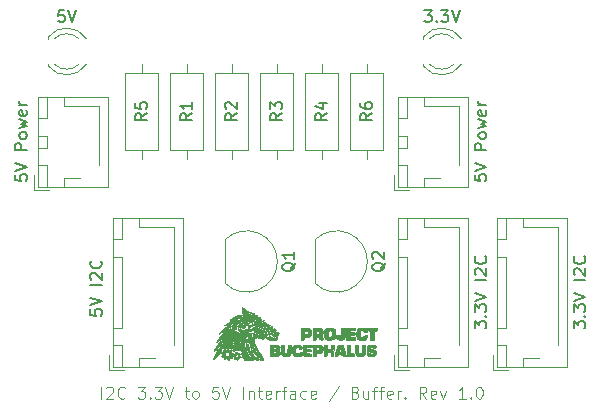
<source format=gbr>
G04 #@! TF.GenerationSoftware,KiCad,Pcbnew,(5.1.5)-3*
G04 #@! TF.CreationDate,2021-01-31T20:42:47+11:00*
G04 #@! TF.ProjectId,I2C_Interface,4932435f-496e-4746-9572-666163652e6b,rev?*
G04 #@! TF.SameCoordinates,Original*
G04 #@! TF.FileFunction,Legend,Top*
G04 #@! TF.FilePolarity,Positive*
%FSLAX46Y46*%
G04 Gerber Fmt 4.6, Leading zero omitted, Abs format (unit mm)*
G04 Created by KiCad (PCBNEW (5.1.5)-3) date 2021-01-31 20:42:47*
%MOMM*%
%LPD*%
G04 APERTURE LIST*
%ADD10C,0.125000*%
%ADD11C,0.120000*%
%ADD12C,0.010000*%
%ADD13C,0.150000*%
G04 APERTURE END LIST*
D10*
X154060952Y-117292380D02*
X154060952Y-116292380D01*
X154489523Y-116387619D02*
X154537142Y-116340000D01*
X154632380Y-116292380D01*
X154870476Y-116292380D01*
X154965714Y-116340000D01*
X155013333Y-116387619D01*
X155060952Y-116482857D01*
X155060952Y-116578095D01*
X155013333Y-116720952D01*
X154441904Y-117292380D01*
X155060952Y-117292380D01*
X156060952Y-117197142D02*
X156013333Y-117244761D01*
X155870476Y-117292380D01*
X155775238Y-117292380D01*
X155632380Y-117244761D01*
X155537142Y-117149523D01*
X155489523Y-117054285D01*
X155441904Y-116863809D01*
X155441904Y-116720952D01*
X155489523Y-116530476D01*
X155537142Y-116435238D01*
X155632380Y-116340000D01*
X155775238Y-116292380D01*
X155870476Y-116292380D01*
X156013333Y-116340000D01*
X156060952Y-116387619D01*
X157156190Y-116292380D02*
X157775238Y-116292380D01*
X157441904Y-116673333D01*
X157584761Y-116673333D01*
X157680000Y-116720952D01*
X157727619Y-116768571D01*
X157775238Y-116863809D01*
X157775238Y-117101904D01*
X157727619Y-117197142D01*
X157680000Y-117244761D01*
X157584761Y-117292380D01*
X157299047Y-117292380D01*
X157203809Y-117244761D01*
X157156190Y-117197142D01*
X158203809Y-117197142D02*
X158251428Y-117244761D01*
X158203809Y-117292380D01*
X158156190Y-117244761D01*
X158203809Y-117197142D01*
X158203809Y-117292380D01*
X158584761Y-116292380D02*
X159203809Y-116292380D01*
X158870476Y-116673333D01*
X159013333Y-116673333D01*
X159108571Y-116720952D01*
X159156190Y-116768571D01*
X159203809Y-116863809D01*
X159203809Y-117101904D01*
X159156190Y-117197142D01*
X159108571Y-117244761D01*
X159013333Y-117292380D01*
X158727619Y-117292380D01*
X158632380Y-117244761D01*
X158584761Y-117197142D01*
X159489523Y-116292380D02*
X159822857Y-117292380D01*
X160156190Y-116292380D01*
X161108571Y-116625714D02*
X161489523Y-116625714D01*
X161251428Y-116292380D02*
X161251428Y-117149523D01*
X161299047Y-117244761D01*
X161394285Y-117292380D01*
X161489523Y-117292380D01*
X161965714Y-117292380D02*
X161870476Y-117244761D01*
X161822857Y-117197142D01*
X161775238Y-117101904D01*
X161775238Y-116816190D01*
X161822857Y-116720952D01*
X161870476Y-116673333D01*
X161965714Y-116625714D01*
X162108571Y-116625714D01*
X162203809Y-116673333D01*
X162251428Y-116720952D01*
X162299047Y-116816190D01*
X162299047Y-117101904D01*
X162251428Y-117197142D01*
X162203809Y-117244761D01*
X162108571Y-117292380D01*
X161965714Y-117292380D01*
X163965714Y-116292380D02*
X163489523Y-116292380D01*
X163441904Y-116768571D01*
X163489523Y-116720952D01*
X163584761Y-116673333D01*
X163822857Y-116673333D01*
X163918095Y-116720952D01*
X163965714Y-116768571D01*
X164013333Y-116863809D01*
X164013333Y-117101904D01*
X163965714Y-117197142D01*
X163918095Y-117244761D01*
X163822857Y-117292380D01*
X163584761Y-117292380D01*
X163489523Y-117244761D01*
X163441904Y-117197142D01*
X164299047Y-116292380D02*
X164632380Y-117292380D01*
X164965714Y-116292380D01*
X166060952Y-117292380D02*
X166060952Y-116292380D01*
X166537142Y-116625714D02*
X166537142Y-117292380D01*
X166537142Y-116720952D02*
X166584761Y-116673333D01*
X166680000Y-116625714D01*
X166822857Y-116625714D01*
X166918095Y-116673333D01*
X166965714Y-116768571D01*
X166965714Y-117292380D01*
X167299047Y-116625714D02*
X167680000Y-116625714D01*
X167441904Y-116292380D02*
X167441904Y-117149523D01*
X167489523Y-117244761D01*
X167584761Y-117292380D01*
X167680000Y-117292380D01*
X168394285Y-117244761D02*
X168299047Y-117292380D01*
X168108571Y-117292380D01*
X168013333Y-117244761D01*
X167965714Y-117149523D01*
X167965714Y-116768571D01*
X168013333Y-116673333D01*
X168108571Y-116625714D01*
X168299047Y-116625714D01*
X168394285Y-116673333D01*
X168441904Y-116768571D01*
X168441904Y-116863809D01*
X167965714Y-116959047D01*
X168870476Y-117292380D02*
X168870476Y-116625714D01*
X168870476Y-116816190D02*
X168918095Y-116720952D01*
X168965714Y-116673333D01*
X169060952Y-116625714D01*
X169156190Y-116625714D01*
X169346666Y-116625714D02*
X169727619Y-116625714D01*
X169489523Y-117292380D02*
X169489523Y-116435238D01*
X169537142Y-116340000D01*
X169632380Y-116292380D01*
X169727619Y-116292380D01*
X170489523Y-117292380D02*
X170489523Y-116768571D01*
X170441904Y-116673333D01*
X170346666Y-116625714D01*
X170156190Y-116625714D01*
X170060952Y-116673333D01*
X170489523Y-117244761D02*
X170394285Y-117292380D01*
X170156190Y-117292380D01*
X170060952Y-117244761D01*
X170013333Y-117149523D01*
X170013333Y-117054285D01*
X170060952Y-116959047D01*
X170156190Y-116911428D01*
X170394285Y-116911428D01*
X170489523Y-116863809D01*
X171394285Y-117244761D02*
X171299047Y-117292380D01*
X171108571Y-117292380D01*
X171013333Y-117244761D01*
X170965714Y-117197142D01*
X170918095Y-117101904D01*
X170918095Y-116816190D01*
X170965714Y-116720952D01*
X171013333Y-116673333D01*
X171108571Y-116625714D01*
X171299047Y-116625714D01*
X171394285Y-116673333D01*
X172203809Y-117244761D02*
X172108571Y-117292380D01*
X171918095Y-117292380D01*
X171822857Y-117244761D01*
X171775238Y-117149523D01*
X171775238Y-116768571D01*
X171822857Y-116673333D01*
X171918095Y-116625714D01*
X172108571Y-116625714D01*
X172203809Y-116673333D01*
X172251428Y-116768571D01*
X172251428Y-116863809D01*
X171775238Y-116959047D01*
X174156190Y-116244761D02*
X173299047Y-117530476D01*
X175584761Y-116768571D02*
X175727619Y-116816190D01*
X175775238Y-116863809D01*
X175822857Y-116959047D01*
X175822857Y-117101904D01*
X175775238Y-117197142D01*
X175727619Y-117244761D01*
X175632380Y-117292380D01*
X175251428Y-117292380D01*
X175251428Y-116292380D01*
X175584761Y-116292380D01*
X175680000Y-116340000D01*
X175727619Y-116387619D01*
X175775238Y-116482857D01*
X175775238Y-116578095D01*
X175727619Y-116673333D01*
X175680000Y-116720952D01*
X175584761Y-116768571D01*
X175251428Y-116768571D01*
X176680000Y-116625714D02*
X176680000Y-117292380D01*
X176251428Y-116625714D02*
X176251428Y-117149523D01*
X176299047Y-117244761D01*
X176394285Y-117292380D01*
X176537142Y-117292380D01*
X176632380Y-117244761D01*
X176680000Y-117197142D01*
X177013333Y-116625714D02*
X177394285Y-116625714D01*
X177156190Y-117292380D02*
X177156190Y-116435238D01*
X177203809Y-116340000D01*
X177299047Y-116292380D01*
X177394285Y-116292380D01*
X177584761Y-116625714D02*
X177965714Y-116625714D01*
X177727619Y-117292380D02*
X177727619Y-116435238D01*
X177775238Y-116340000D01*
X177870476Y-116292380D01*
X177965714Y-116292380D01*
X178680000Y-117244761D02*
X178584761Y-117292380D01*
X178394285Y-117292380D01*
X178299047Y-117244761D01*
X178251428Y-117149523D01*
X178251428Y-116768571D01*
X178299047Y-116673333D01*
X178394285Y-116625714D01*
X178584761Y-116625714D01*
X178680000Y-116673333D01*
X178727619Y-116768571D01*
X178727619Y-116863809D01*
X178251428Y-116959047D01*
X179156190Y-117292380D02*
X179156190Y-116625714D01*
X179156190Y-116816190D02*
X179203809Y-116720952D01*
X179251428Y-116673333D01*
X179346666Y-116625714D01*
X179441904Y-116625714D01*
X179775238Y-117197142D02*
X179822857Y-117244761D01*
X179775238Y-117292380D01*
X179727619Y-117244761D01*
X179775238Y-117197142D01*
X179775238Y-117292380D01*
X181584761Y-117292380D02*
X181251428Y-116816190D01*
X181013333Y-117292380D02*
X181013333Y-116292380D01*
X181394285Y-116292380D01*
X181489523Y-116340000D01*
X181537142Y-116387619D01*
X181584761Y-116482857D01*
X181584761Y-116625714D01*
X181537142Y-116720952D01*
X181489523Y-116768571D01*
X181394285Y-116816190D01*
X181013333Y-116816190D01*
X182394285Y-117244761D02*
X182299047Y-117292380D01*
X182108571Y-117292380D01*
X182013333Y-117244761D01*
X181965714Y-117149523D01*
X181965714Y-116768571D01*
X182013333Y-116673333D01*
X182108571Y-116625714D01*
X182299047Y-116625714D01*
X182394285Y-116673333D01*
X182441904Y-116768571D01*
X182441904Y-116863809D01*
X181965714Y-116959047D01*
X182775238Y-116625714D02*
X183013333Y-117292380D01*
X183251428Y-116625714D01*
X184918095Y-117292380D02*
X184346666Y-117292380D01*
X184632380Y-117292380D02*
X184632380Y-116292380D01*
X184537142Y-116435238D01*
X184441904Y-116530476D01*
X184346666Y-116578095D01*
X185346666Y-117197142D02*
X185394285Y-117244761D01*
X185346666Y-117292380D01*
X185299047Y-117244761D01*
X185346666Y-117197142D01*
X185346666Y-117292380D01*
X186013333Y-116292380D02*
X186108571Y-116292380D01*
X186203809Y-116340000D01*
X186251428Y-116387619D01*
X186299047Y-116482857D01*
X186346666Y-116673333D01*
X186346666Y-116911428D01*
X186299047Y-117101904D01*
X186251428Y-117197142D01*
X186203809Y-117244761D01*
X186108571Y-117292380D01*
X186013333Y-117292380D01*
X185918095Y-117244761D01*
X185870476Y-117197142D01*
X185822857Y-117101904D01*
X185775238Y-116911428D01*
X185775238Y-116673333D01*
X185822857Y-116482857D01*
X185870476Y-116387619D01*
X185918095Y-116340000D01*
X186013333Y-116292380D01*
D11*
X157480000Y-88940000D02*
X157480000Y-89710000D01*
X157480000Y-97020000D02*
X157480000Y-96250000D01*
X156110000Y-89710000D02*
X156110000Y-96250000D01*
X158850000Y-89710000D02*
X156110000Y-89710000D01*
X158850000Y-96250000D02*
X158850000Y-89710000D01*
X156110000Y-96250000D02*
X158850000Y-96250000D01*
X172140000Y-103880000D02*
X172140000Y-107480000D01*
X172151522Y-103841522D02*
G75*
G02X176590000Y-105680000I1838478J-1838478D01*
G01*
X172151522Y-107518478D02*
G75*
G03X176590000Y-105680000I1838478J1838478D01*
G01*
X148670000Y-99350000D02*
X154640000Y-99350000D01*
X154640000Y-99350000D02*
X154640000Y-91730000D01*
X154640000Y-91730000D02*
X148670000Y-91730000D01*
X148670000Y-91730000D02*
X148670000Y-99350000D01*
X148680000Y-96040000D02*
X149430000Y-96040000D01*
X149430000Y-96040000D02*
X149430000Y-95040000D01*
X149430000Y-95040000D02*
X148680000Y-95040000D01*
X148680000Y-95040000D02*
X148680000Y-96040000D01*
X148680000Y-99340000D02*
X149430000Y-99340000D01*
X149430000Y-99340000D02*
X149430000Y-97540000D01*
X149430000Y-97540000D02*
X148680000Y-97540000D01*
X148680000Y-97540000D02*
X148680000Y-99340000D01*
X148680000Y-93540000D02*
X149430000Y-93540000D01*
X149430000Y-93540000D02*
X149430000Y-91740000D01*
X149430000Y-91740000D02*
X148680000Y-91740000D01*
X148680000Y-91740000D02*
X148680000Y-93540000D01*
X150930000Y-99340000D02*
X150930000Y-98590000D01*
X150930000Y-98590000D02*
X152270000Y-98590000D01*
X153880000Y-95540000D02*
X153880000Y-97530000D01*
X150930000Y-91740000D02*
X150930000Y-92490000D01*
X150930000Y-92490000D02*
X153880000Y-92490000D01*
X153880000Y-92490000D02*
X153880000Y-95540000D01*
X148380000Y-98390000D02*
X148380000Y-99640000D01*
X148380000Y-99640000D02*
X149630000Y-99640000D01*
D12*
G36*
X166779195Y-110452191D02*
G01*
X166790031Y-110464854D01*
X166821831Y-110537367D01*
X166815646Y-110572812D01*
X166749660Y-110614000D01*
X166670992Y-110598864D01*
X166642656Y-110570604D01*
X166644161Y-110532333D01*
X166666333Y-110532333D01*
X166696717Y-110573455D01*
X166706168Y-110574667D01*
X166763502Y-110543894D01*
X166772167Y-110532333D01*
X166762570Y-110496092D01*
X166732332Y-110490000D01*
X166674410Y-110512102D01*
X166666333Y-110532333D01*
X166644161Y-110532333D01*
X166645155Y-110507090D01*
X166675544Y-110462646D01*
X166731617Y-110422833D01*
X166779195Y-110452191D01*
G37*
X166779195Y-110452191D02*
X166790031Y-110464854D01*
X166821831Y-110537367D01*
X166815646Y-110572812D01*
X166749660Y-110614000D01*
X166670992Y-110598864D01*
X166642656Y-110570604D01*
X166644161Y-110532333D01*
X166666333Y-110532333D01*
X166696717Y-110573455D01*
X166706168Y-110574667D01*
X166763502Y-110543894D01*
X166772167Y-110532333D01*
X166762570Y-110496092D01*
X166732332Y-110490000D01*
X166674410Y-110512102D01*
X166666333Y-110532333D01*
X166644161Y-110532333D01*
X166645155Y-110507090D01*
X166675544Y-110462646D01*
X166731617Y-110422833D01*
X166779195Y-110452191D01*
G36*
X166100130Y-110764454D02*
G01*
X166108361Y-110835934D01*
X166070619Y-110925689D01*
X165998098Y-110939141D01*
X165951081Y-110916917D01*
X165912022Y-110856259D01*
X165914165Y-110849833D01*
X165989000Y-110849833D01*
X166010167Y-110871000D01*
X166031333Y-110849833D01*
X166010167Y-110828667D01*
X165989000Y-110849833D01*
X165914165Y-110849833D01*
X165934335Y-110789359D01*
X166003348Y-110747203D01*
X166032949Y-110744000D01*
X166100130Y-110764454D01*
G37*
X166100130Y-110764454D02*
X166108361Y-110835934D01*
X166070619Y-110925689D01*
X165998098Y-110939141D01*
X165951081Y-110916917D01*
X165912022Y-110856259D01*
X165914165Y-110849833D01*
X165989000Y-110849833D01*
X166010167Y-110871000D01*
X166031333Y-110849833D01*
X166010167Y-110828667D01*
X165989000Y-110849833D01*
X165914165Y-110849833D01*
X165934335Y-110789359D01*
X166003348Y-110747203D01*
X166032949Y-110744000D01*
X166100130Y-110764454D01*
G36*
X166684507Y-110136241D02*
G01*
X166675378Y-110190575D01*
X166630540Y-110226764D01*
X166588382Y-110214509D01*
X166588207Y-110175139D01*
X166621602Y-110115497D01*
X166645167Y-110106764D01*
X166684507Y-110136241D01*
G37*
X166684507Y-110136241D02*
X166675378Y-110190575D01*
X166630540Y-110226764D01*
X166588382Y-110214509D01*
X166588207Y-110175139D01*
X166621602Y-110115497D01*
X166645167Y-110106764D01*
X166684507Y-110136241D01*
G36*
X166976689Y-110075849D02*
G01*
X167005000Y-110149992D01*
X167024812Y-110202222D01*
X167097667Y-110206283D01*
X167114516Y-110203324D01*
X167192930Y-110198184D01*
X167213828Y-110239298D01*
X167209766Y-110283277D01*
X167172706Y-110361716D01*
X167107558Y-110401364D01*
X167042658Y-110396639D01*
X167006342Y-110341962D01*
X167005000Y-110323611D01*
X166995483Y-110299500D01*
X167089667Y-110299500D01*
X167110833Y-110320667D01*
X167132000Y-110299500D01*
X167110833Y-110278333D01*
X167089667Y-110299500D01*
X166995483Y-110299500D01*
X166976133Y-110250478D01*
X166922832Y-110236000D01*
X166833243Y-110210281D01*
X166808854Y-110151333D01*
X166878000Y-110151333D01*
X166910214Y-110192436D01*
X166920333Y-110193667D01*
X166961436Y-110161452D01*
X166962667Y-110151333D01*
X166930452Y-110110230D01*
X166920333Y-110109000D01*
X166879230Y-110141214D01*
X166878000Y-110151333D01*
X166808854Y-110151333D01*
X166807017Y-110146894D01*
X166835117Y-110088495D01*
X166908165Y-110049308D01*
X166976689Y-110075849D01*
G37*
X166976689Y-110075849D02*
X167005000Y-110149992D01*
X167024812Y-110202222D01*
X167097667Y-110206283D01*
X167114516Y-110203324D01*
X167192930Y-110198184D01*
X167213828Y-110239298D01*
X167209766Y-110283277D01*
X167172706Y-110361716D01*
X167107558Y-110401364D01*
X167042658Y-110396639D01*
X167006342Y-110341962D01*
X167005000Y-110323611D01*
X166995483Y-110299500D01*
X167089667Y-110299500D01*
X167110833Y-110320667D01*
X167132000Y-110299500D01*
X167110833Y-110278333D01*
X167089667Y-110299500D01*
X166995483Y-110299500D01*
X166976133Y-110250478D01*
X166922832Y-110236000D01*
X166833243Y-110210281D01*
X166808854Y-110151333D01*
X166878000Y-110151333D01*
X166910214Y-110192436D01*
X166920333Y-110193667D01*
X166961436Y-110161452D01*
X166962667Y-110151333D01*
X166930452Y-110110230D01*
X166920333Y-110109000D01*
X166879230Y-110141214D01*
X166878000Y-110151333D01*
X166808854Y-110151333D01*
X166807017Y-110146894D01*
X166835117Y-110088495D01*
X166908165Y-110049308D01*
X166976689Y-110075849D01*
G36*
X165710076Y-111356912D02*
G01*
X165713833Y-111379000D01*
X165680450Y-111442564D01*
X165660917Y-111453083D01*
X165618429Y-111433435D01*
X165608000Y-111379000D01*
X165627506Y-111311856D01*
X165660917Y-111304917D01*
X165710076Y-111356912D01*
G37*
X165710076Y-111356912D02*
X165713833Y-111379000D01*
X165680450Y-111442564D01*
X165660917Y-111453083D01*
X165618429Y-111433435D01*
X165608000Y-111379000D01*
X165627506Y-111311856D01*
X165660917Y-111304917D01*
X165710076Y-111356912D01*
G36*
X165527873Y-110861707D02*
G01*
X165540326Y-110935603D01*
X165513043Y-111012519D01*
X165502020Y-111025360D01*
X165456600Y-111127285D01*
X165456616Y-111233882D01*
X165458788Y-111338217D01*
X165427359Y-111377605D01*
X165414308Y-111379000D01*
X165360041Y-111402170D01*
X165354000Y-111420005D01*
X165322480Y-111442039D01*
X165283555Y-111433977D01*
X165230763Y-111422369D01*
X165234393Y-111443841D01*
X165280582Y-111484270D01*
X165355468Y-111529532D01*
X165395425Y-111547957D01*
X165480706Y-111588405D01*
X165514371Y-111631930D01*
X165498980Y-111700909D01*
X165437091Y-111817718D01*
X165428083Y-111833523D01*
X165332833Y-112000354D01*
X165056900Y-111908167D01*
X165269333Y-111908167D01*
X165290500Y-111929333D01*
X165311667Y-111908167D01*
X165290500Y-111887000D01*
X165269333Y-111908167D01*
X165056900Y-111908167D01*
X165025917Y-111897816D01*
X164880014Y-111845378D01*
X164771705Y-111799416D01*
X164720622Y-111768439D01*
X164719000Y-111764760D01*
X164729918Y-111738833D01*
X164803667Y-111738833D01*
X164824833Y-111760000D01*
X164846000Y-111738833D01*
X164824833Y-111717667D01*
X164803667Y-111738833D01*
X164729918Y-111738833D01*
X164740013Y-111714864D01*
X164774085Y-111654167D01*
X165438667Y-111654167D01*
X165459833Y-111675333D01*
X165481000Y-111654167D01*
X165459833Y-111633000D01*
X165438667Y-111654167D01*
X164774085Y-111654167D01*
X164794187Y-111618357D01*
X164846009Y-111533970D01*
X164907671Y-111442500D01*
X164973000Y-111442500D01*
X164994167Y-111463667D01*
X165015333Y-111442500D01*
X164994167Y-111421333D01*
X164973000Y-111442500D01*
X164907671Y-111442500D01*
X164922173Y-111420989D01*
X164975461Y-111368911D01*
X165024229Y-111364688D01*
X165061301Y-111380945D01*
X165135241Y-111404376D01*
X165183265Y-111395971D01*
X165181703Y-111364532D01*
X165158106Y-111344948D01*
X165128928Y-111286511D01*
X165126326Y-111255528D01*
X165227000Y-111255528D01*
X165249304Y-111317594D01*
X165296510Y-111319191D01*
X165339059Y-111264677D01*
X165346521Y-111237908D01*
X165328285Y-111177490D01*
X165293604Y-111167333D01*
X165238645Y-111202943D01*
X165227000Y-111255528D01*
X165126326Y-111255528D01*
X165121238Y-111194951D01*
X165137604Y-111119675D01*
X165145840Y-111109113D01*
X165212605Y-111074394D01*
X165292344Y-111059536D01*
X165347346Y-111069395D01*
X165354000Y-111082312D01*
X165379812Y-111110146D01*
X165396658Y-111103632D01*
X165407547Y-111057327D01*
X165375491Y-111013444D01*
X165323591Y-110946944D01*
X165316349Y-110927444D01*
X165410444Y-110927444D01*
X165416255Y-110952611D01*
X165438667Y-110955667D01*
X165473512Y-110940177D01*
X165466889Y-110927444D01*
X165416649Y-110922378D01*
X165410444Y-110927444D01*
X165316349Y-110927444D01*
X165311667Y-110914839D01*
X165346478Y-110873026D01*
X165423322Y-110837912D01*
X165479933Y-110828667D01*
X165527873Y-110861707D01*
G37*
X165527873Y-110861707D02*
X165540326Y-110935603D01*
X165513043Y-111012519D01*
X165502020Y-111025360D01*
X165456600Y-111127285D01*
X165456616Y-111233882D01*
X165458788Y-111338217D01*
X165427359Y-111377605D01*
X165414308Y-111379000D01*
X165360041Y-111402170D01*
X165354000Y-111420005D01*
X165322480Y-111442039D01*
X165283555Y-111433977D01*
X165230763Y-111422369D01*
X165234393Y-111443841D01*
X165280582Y-111484270D01*
X165355468Y-111529532D01*
X165395425Y-111547957D01*
X165480706Y-111588405D01*
X165514371Y-111631930D01*
X165498980Y-111700909D01*
X165437091Y-111817718D01*
X165428083Y-111833523D01*
X165332833Y-112000354D01*
X165056900Y-111908167D01*
X165269333Y-111908167D01*
X165290500Y-111929333D01*
X165311667Y-111908167D01*
X165290500Y-111887000D01*
X165269333Y-111908167D01*
X165056900Y-111908167D01*
X165025917Y-111897816D01*
X164880014Y-111845378D01*
X164771705Y-111799416D01*
X164720622Y-111768439D01*
X164719000Y-111764760D01*
X164729918Y-111738833D01*
X164803667Y-111738833D01*
X164824833Y-111760000D01*
X164846000Y-111738833D01*
X164824833Y-111717667D01*
X164803667Y-111738833D01*
X164729918Y-111738833D01*
X164740013Y-111714864D01*
X164774085Y-111654167D01*
X165438667Y-111654167D01*
X165459833Y-111675333D01*
X165481000Y-111654167D01*
X165459833Y-111633000D01*
X165438667Y-111654167D01*
X164774085Y-111654167D01*
X164794187Y-111618357D01*
X164846009Y-111533970D01*
X164907671Y-111442500D01*
X164973000Y-111442500D01*
X164994167Y-111463667D01*
X165015333Y-111442500D01*
X164994167Y-111421333D01*
X164973000Y-111442500D01*
X164907671Y-111442500D01*
X164922173Y-111420989D01*
X164975461Y-111368911D01*
X165024229Y-111364688D01*
X165061301Y-111380945D01*
X165135241Y-111404376D01*
X165183265Y-111395971D01*
X165181703Y-111364532D01*
X165158106Y-111344948D01*
X165128928Y-111286511D01*
X165126326Y-111255528D01*
X165227000Y-111255528D01*
X165249304Y-111317594D01*
X165296510Y-111319191D01*
X165339059Y-111264677D01*
X165346521Y-111237908D01*
X165328285Y-111177490D01*
X165293604Y-111167333D01*
X165238645Y-111202943D01*
X165227000Y-111255528D01*
X165126326Y-111255528D01*
X165121238Y-111194951D01*
X165137604Y-111119675D01*
X165145840Y-111109113D01*
X165212605Y-111074394D01*
X165292344Y-111059536D01*
X165347346Y-111069395D01*
X165354000Y-111082312D01*
X165379812Y-111110146D01*
X165396658Y-111103632D01*
X165407547Y-111057327D01*
X165375491Y-111013444D01*
X165323591Y-110946944D01*
X165316349Y-110927444D01*
X165410444Y-110927444D01*
X165416255Y-110952611D01*
X165438667Y-110955667D01*
X165473512Y-110940177D01*
X165466889Y-110927444D01*
X165416649Y-110922378D01*
X165410444Y-110927444D01*
X165316349Y-110927444D01*
X165311667Y-110914839D01*
X165346478Y-110873026D01*
X165423322Y-110837912D01*
X165479933Y-110828667D01*
X165527873Y-110861707D01*
G36*
X168991845Y-111663329D02*
G01*
X169030296Y-111692820D01*
X169071139Y-111752669D01*
X169045222Y-111813178D01*
X169034001Y-111827113D01*
X168983673Y-111905289D01*
X168970002Y-111945654D01*
X168955171Y-112041681D01*
X168927855Y-112079165D01*
X168890655Y-112084555D01*
X168823426Y-112050261D01*
X168803684Y-112018644D01*
X168808250Y-111971667D01*
X168867667Y-111971667D01*
X168883156Y-112006512D01*
X168895889Y-111999889D01*
X168900955Y-111949649D01*
X168895889Y-111943444D01*
X168870722Y-111949255D01*
X168867667Y-111971667D01*
X168808250Y-111971667D01*
X168811268Y-111940632D01*
X168838324Y-111908910D01*
X168876994Y-111836321D01*
X168864456Y-111773718D01*
X168863833Y-111743601D01*
X168924552Y-111743601D01*
X168931167Y-111760000D01*
X168969208Y-111800385D01*
X168975998Y-111802333D01*
X168994181Y-111769580D01*
X168994667Y-111760000D01*
X168962123Y-111719293D01*
X168949835Y-111717667D01*
X168924552Y-111743601D01*
X168863833Y-111743601D01*
X168862730Y-111690411D01*
X168914003Y-111649317D01*
X168991845Y-111663329D01*
G37*
X168991845Y-111663329D02*
X169030296Y-111692820D01*
X169071139Y-111752669D01*
X169045222Y-111813178D01*
X169034001Y-111827113D01*
X168983673Y-111905289D01*
X168970002Y-111945654D01*
X168955171Y-112041681D01*
X168927855Y-112079165D01*
X168890655Y-112084555D01*
X168823426Y-112050261D01*
X168803684Y-112018644D01*
X168808250Y-111971667D01*
X168867667Y-111971667D01*
X168883156Y-112006512D01*
X168895889Y-111999889D01*
X168900955Y-111949649D01*
X168895889Y-111943444D01*
X168870722Y-111949255D01*
X168867667Y-111971667D01*
X168808250Y-111971667D01*
X168811268Y-111940632D01*
X168838324Y-111908910D01*
X168876994Y-111836321D01*
X168864456Y-111773718D01*
X168863833Y-111743601D01*
X168924552Y-111743601D01*
X168931167Y-111760000D01*
X168969208Y-111800385D01*
X168975998Y-111802333D01*
X168994181Y-111769580D01*
X168994667Y-111760000D01*
X168962123Y-111719293D01*
X168949835Y-111717667D01*
X168924552Y-111743601D01*
X168863833Y-111743601D01*
X168862730Y-111690411D01*
X168914003Y-111649317D01*
X168991845Y-111663329D01*
G36*
X168938470Y-112167607D02*
G01*
X168944219Y-112180158D01*
X168923784Y-112218759D01*
X168888833Y-112225667D01*
X168836146Y-112204187D01*
X168833447Y-112180158D01*
X168877151Y-112136421D01*
X168888833Y-112134650D01*
X168938470Y-112167607D01*
G37*
X168938470Y-112167607D02*
X168944219Y-112180158D01*
X168923784Y-112218759D01*
X168888833Y-112225667D01*
X168836146Y-112204187D01*
X168833447Y-112180158D01*
X168877151Y-112136421D01*
X168888833Y-112134650D01*
X168938470Y-112167607D01*
G36*
X168211850Y-111009732D02*
G01*
X168189540Y-111081901D01*
X168133727Y-111160190D01*
X167977123Y-111382399D01*
X167882317Y-111648717D01*
X167856648Y-111938425D01*
X167856792Y-111942014D01*
X167860753Y-112085761D01*
X167852818Y-112164964D01*
X167826109Y-112199598D01*
X167773750Y-112209636D01*
X167764451Y-112210190D01*
X167635419Y-112206195D01*
X167560453Y-112195946D01*
X167500104Y-112176429D01*
X167474973Y-112133567D01*
X167475190Y-112119833D01*
X167513000Y-112119833D01*
X167534167Y-112141000D01*
X167555333Y-112119833D01*
X167534167Y-112098667D01*
X167513000Y-112119833D01*
X167475190Y-112119833D01*
X167476407Y-112042888D01*
X167483579Y-111978590D01*
X167512724Y-111814568D01*
X167554858Y-111669561D01*
X167602948Y-111559661D01*
X167649958Y-111500958D01*
X167688706Y-111509327D01*
X167715562Y-111538377D01*
X167709007Y-111493304D01*
X167706231Y-111483105D01*
X167720389Y-111409514D01*
X167780863Y-111311498D01*
X167868955Y-111208589D01*
X167965970Y-111120321D01*
X168053211Y-111066223D01*
X168108259Y-111063102D01*
X168141437Y-111071879D01*
X168132683Y-111049799D01*
X168131255Y-110992004D01*
X168144384Y-110979068D01*
X168197233Y-110968059D01*
X168211850Y-111009732D01*
G37*
X168211850Y-111009732D02*
X168189540Y-111081901D01*
X168133727Y-111160190D01*
X167977123Y-111382399D01*
X167882317Y-111648717D01*
X167856648Y-111938425D01*
X167856792Y-111942014D01*
X167860753Y-112085761D01*
X167852818Y-112164964D01*
X167826109Y-112199598D01*
X167773750Y-112209636D01*
X167764451Y-112210190D01*
X167635419Y-112206195D01*
X167560453Y-112195946D01*
X167500104Y-112176429D01*
X167474973Y-112133567D01*
X167475190Y-112119833D01*
X167513000Y-112119833D01*
X167534167Y-112141000D01*
X167555333Y-112119833D01*
X167534167Y-112098667D01*
X167513000Y-112119833D01*
X167475190Y-112119833D01*
X167476407Y-112042888D01*
X167483579Y-111978590D01*
X167512724Y-111814568D01*
X167554858Y-111669561D01*
X167602948Y-111559661D01*
X167649958Y-111500958D01*
X167688706Y-111509327D01*
X167715562Y-111538377D01*
X167709007Y-111493304D01*
X167706231Y-111483105D01*
X167720389Y-111409514D01*
X167780863Y-111311498D01*
X167868955Y-111208589D01*
X167965970Y-111120321D01*
X168053211Y-111066223D01*
X168108259Y-111063102D01*
X168141437Y-111071879D01*
X168132683Y-111049799D01*
X168131255Y-110992004D01*
X168144384Y-110979068D01*
X168197233Y-110968059D01*
X168211850Y-111009732D01*
G36*
X177411228Y-111410750D02*
G01*
X177386714Y-111494521D01*
X177320965Y-111531554D01*
X177260250Y-111540432D01*
X177122667Y-111553698D01*
X177122667Y-112310333D01*
X176826333Y-112310333D01*
X176826333Y-111553957D01*
X176709917Y-111540562D01*
X176619246Y-111510242D01*
X176582766Y-111430162D01*
X176580105Y-111410750D01*
X176566709Y-111294333D01*
X177424624Y-111294333D01*
X177411228Y-111410750D01*
G37*
X177411228Y-111410750D02*
X177386714Y-111494521D01*
X177320965Y-111531554D01*
X177260250Y-111540432D01*
X177122667Y-111553698D01*
X177122667Y-112310333D01*
X176826333Y-112310333D01*
X176826333Y-111553957D01*
X176709917Y-111540562D01*
X176619246Y-111510242D01*
X176582766Y-111430162D01*
X176580105Y-111410750D01*
X176566709Y-111294333D01*
X177424624Y-111294333D01*
X177411228Y-111410750D01*
G36*
X176332454Y-111302531D02*
G01*
X176448502Y-111333501D01*
X176512379Y-111396809D01*
X176539816Y-111502020D01*
X176542689Y-111534041D01*
X176536123Y-111622375D01*
X176482374Y-111659446D01*
X176430415Y-111667980D01*
X176312197Y-111652476D01*
X176248098Y-111593897D01*
X176157233Y-111519596D01*
X176054949Y-111515669D01*
X175982396Y-111566211D01*
X175954719Y-111643392D01*
X175943772Y-111767857D01*
X175945463Y-111826171D01*
X175961751Y-111955880D01*
X175996609Y-112026620D01*
X176054746Y-112061297D01*
X176150610Y-112069902D01*
X176234662Y-112013004D01*
X176343703Y-111949081D01*
X176450625Y-111929333D01*
X176539416Y-111935596D01*
X176568129Y-111971650D01*
X176556579Y-112063392D01*
X176555888Y-112066917D01*
X176516210Y-112184663D01*
X176442619Y-112258792D01*
X176319364Y-112297811D01*
X176130693Y-112310226D01*
X176105136Y-112310333D01*
X175942214Y-112305453D01*
X175838831Y-112286751D01*
X175770216Y-112248137D01*
X175742811Y-112221244D01*
X175700046Y-112156756D01*
X175675135Y-112066059D01*
X175663982Y-111927465D01*
X175662167Y-111794262D01*
X175671196Y-111580847D01*
X175706980Y-111437577D01*
X175782558Y-111351045D01*
X175910970Y-111307847D01*
X176105258Y-111294578D01*
X176148506Y-111294333D01*
X176332454Y-111302531D01*
G37*
X176332454Y-111302531D02*
X176448502Y-111333501D01*
X176512379Y-111396809D01*
X176539816Y-111502020D01*
X176542689Y-111534041D01*
X176536123Y-111622375D01*
X176482374Y-111659446D01*
X176430415Y-111667980D01*
X176312197Y-111652476D01*
X176248098Y-111593897D01*
X176157233Y-111519596D01*
X176054949Y-111515669D01*
X175982396Y-111566211D01*
X175954719Y-111643392D01*
X175943772Y-111767857D01*
X175945463Y-111826171D01*
X175961751Y-111955880D01*
X175996609Y-112026620D01*
X176054746Y-112061297D01*
X176150610Y-112069902D01*
X176234662Y-112013004D01*
X176343703Y-111949081D01*
X176450625Y-111929333D01*
X176539416Y-111935596D01*
X176568129Y-111971650D01*
X176556579Y-112063392D01*
X176555888Y-112066917D01*
X176516210Y-112184663D01*
X176442619Y-112258792D01*
X176319364Y-112297811D01*
X176130693Y-112310226D01*
X176105136Y-112310333D01*
X175942214Y-112305453D01*
X175838831Y-112286751D01*
X175770216Y-112248137D01*
X175742811Y-112221244D01*
X175700046Y-112156756D01*
X175675135Y-112066059D01*
X175663982Y-111927465D01*
X175662167Y-111794262D01*
X175671196Y-111580847D01*
X175706980Y-111437577D01*
X175782558Y-111351045D01*
X175910970Y-111307847D01*
X176105258Y-111294578D01*
X176148506Y-111294333D01*
X176332454Y-111302531D01*
G36*
X175355692Y-111295176D02*
G01*
X175467676Y-111300721D01*
X175527580Y-111315495D01*
X175551695Y-111344022D01*
X175556315Y-111390830D01*
X175556333Y-111400167D01*
X175550289Y-111460779D01*
X175518345Y-111492340D01*
X175439781Y-111504266D01*
X175323500Y-111506000D01*
X175188946Y-111509675D01*
X175118851Y-111525564D01*
X175093150Y-111560963D01*
X175090667Y-111590667D01*
X175101811Y-111641450D01*
X175149112Y-111666778D01*
X175253375Y-111674971D01*
X175302333Y-111675333D01*
X175427955Y-111678764D01*
X175490625Y-111696276D01*
X175511995Y-111738693D01*
X175514000Y-111781167D01*
X175507137Y-111843978D01*
X175472115Y-111875312D01*
X175387280Y-111885997D01*
X175302333Y-111887000D01*
X175176481Y-111890683D01*
X175113688Y-111908472D01*
X175092440Y-111950480D01*
X175090667Y-111986481D01*
X175097730Y-112044367D01*
X175132966Y-112073311D01*
X175217443Y-112082341D01*
X175312917Y-112081731D01*
X175442755Y-112082232D01*
X175510618Y-112097321D01*
X175539113Y-112137759D01*
X175548562Y-112193917D01*
X175561957Y-112310333D01*
X174794333Y-112310333D01*
X174794333Y-111294333D01*
X175175333Y-111294333D01*
X175355692Y-111295176D01*
G37*
X175355692Y-111295176D02*
X175467676Y-111300721D01*
X175527580Y-111315495D01*
X175551695Y-111344022D01*
X175556315Y-111390830D01*
X175556333Y-111400167D01*
X175550289Y-111460779D01*
X175518345Y-111492340D01*
X175439781Y-111504266D01*
X175323500Y-111506000D01*
X175188946Y-111509675D01*
X175118851Y-111525564D01*
X175093150Y-111560963D01*
X175090667Y-111590667D01*
X175101811Y-111641450D01*
X175149112Y-111666778D01*
X175253375Y-111674971D01*
X175302333Y-111675333D01*
X175427955Y-111678764D01*
X175490625Y-111696276D01*
X175511995Y-111738693D01*
X175514000Y-111781167D01*
X175507137Y-111843978D01*
X175472115Y-111875312D01*
X175387280Y-111885997D01*
X175302333Y-111887000D01*
X175176481Y-111890683D01*
X175113688Y-111908472D01*
X175092440Y-111950480D01*
X175090667Y-111986481D01*
X175097730Y-112044367D01*
X175132966Y-112073311D01*
X175217443Y-112082341D01*
X175312917Y-112081731D01*
X175442755Y-112082232D01*
X175510618Y-112097321D01*
X175539113Y-112137759D01*
X175548562Y-112193917D01*
X175561957Y-112310333D01*
X174794333Y-112310333D01*
X174794333Y-111294333D01*
X175175333Y-111294333D01*
X175355692Y-111295176D01*
G36*
X174667333Y-111735809D02*
G01*
X174663718Y-111966475D01*
X174647391Y-112125699D01*
X174610129Y-112226587D01*
X174543710Y-112282247D01*
X174439910Y-112305783D01*
X174306876Y-112310333D01*
X174163547Y-112303658D01*
X174076750Y-112277753D01*
X174018997Y-112223801D01*
X174013567Y-112216247D01*
X173962518Y-112099931D01*
X173947667Y-112004580D01*
X173957266Y-111924854D01*
X174003132Y-111892591D01*
X174092889Y-111887000D01*
X174197763Y-111899004D01*
X174244152Y-111943670D01*
X174251639Y-111973343D01*
X174280527Y-112047455D01*
X174307500Y-112068593D01*
X174328746Y-112033143D01*
X174346552Y-111926084D01*
X174359060Y-111760460D01*
X174362005Y-111685917D01*
X174374177Y-111294333D01*
X174667333Y-111294333D01*
X174667333Y-111735809D01*
G37*
X174667333Y-111735809D02*
X174663718Y-111966475D01*
X174647391Y-112125699D01*
X174610129Y-112226587D01*
X174543710Y-112282247D01*
X174439910Y-112305783D01*
X174306876Y-112310333D01*
X174163547Y-112303658D01*
X174076750Y-112277753D01*
X174018997Y-112223801D01*
X174013567Y-112216247D01*
X173962518Y-112099931D01*
X173947667Y-112004580D01*
X173957266Y-111924854D01*
X174003132Y-111892591D01*
X174092889Y-111887000D01*
X174197763Y-111899004D01*
X174244152Y-111943670D01*
X174251639Y-111973343D01*
X174280527Y-112047455D01*
X174307500Y-112068593D01*
X174328746Y-112033143D01*
X174346552Y-111926084D01*
X174359060Y-111760460D01*
X174362005Y-111685917D01*
X174374177Y-111294333D01*
X174667333Y-111294333D01*
X174667333Y-111735809D01*
G36*
X173549919Y-111302720D02*
G01*
X173708197Y-111354143D01*
X173751457Y-111382072D01*
X173809077Y-111434535D01*
X173842534Y-111494508D01*
X173858303Y-111585438D01*
X173862854Y-111730772D01*
X173863000Y-111786163D01*
X173859753Y-111955343D01*
X173845928Y-112064763D01*
X173815394Y-112139211D01*
X173762023Y-112203478D01*
X173759091Y-112206424D01*
X173633998Y-112279834D01*
X173464446Y-112314731D01*
X173281735Y-112310409D01*
X173117163Y-112266159D01*
X173043209Y-112222594D01*
X172986829Y-112171673D01*
X172953491Y-112113834D01*
X172937208Y-112026527D01*
X172931995Y-111887200D01*
X172931672Y-111803395D01*
X173228000Y-111803395D01*
X173241751Y-111976216D01*
X173286002Y-112072866D01*
X173365250Y-112097749D01*
X173483992Y-112055266D01*
X173484783Y-112054844D01*
X173535006Y-112009403D01*
X173559924Y-111927216D01*
X173566666Y-111784715D01*
X173566667Y-111784206D01*
X173554737Y-111626996D01*
X173512269Y-111541225D01*
X173429249Y-111516189D01*
X173330469Y-111531794D01*
X173272542Y-111554132D01*
X173241801Y-111598766D01*
X173229795Y-111688094D01*
X173228000Y-111803395D01*
X172931672Y-111803395D01*
X172931667Y-111802333D01*
X172933871Y-111632525D01*
X172944476Y-111524797D01*
X172969466Y-111456598D01*
X173014828Y-111405377D01*
X173043209Y-111382072D01*
X173182927Y-111316685D01*
X173363330Y-111290234D01*
X173549919Y-111302720D01*
G37*
X173549919Y-111302720D02*
X173708197Y-111354143D01*
X173751457Y-111382072D01*
X173809077Y-111434535D01*
X173842534Y-111494508D01*
X173858303Y-111585438D01*
X173862854Y-111730772D01*
X173863000Y-111786163D01*
X173859753Y-111955343D01*
X173845928Y-112064763D01*
X173815394Y-112139211D01*
X173762023Y-112203478D01*
X173759091Y-112206424D01*
X173633998Y-112279834D01*
X173464446Y-112314731D01*
X173281735Y-112310409D01*
X173117163Y-112266159D01*
X173043209Y-112222594D01*
X172986829Y-112171673D01*
X172953491Y-112113834D01*
X172937208Y-112026527D01*
X172931995Y-111887200D01*
X172931672Y-111803395D01*
X173228000Y-111803395D01*
X173241751Y-111976216D01*
X173286002Y-112072866D01*
X173365250Y-112097749D01*
X173483992Y-112055266D01*
X173484783Y-112054844D01*
X173535006Y-112009403D01*
X173559924Y-111927216D01*
X173566666Y-111784715D01*
X173566667Y-111784206D01*
X173554737Y-111626996D01*
X173512269Y-111541225D01*
X173429249Y-111516189D01*
X173330469Y-111531794D01*
X173272542Y-111554132D01*
X173241801Y-111598766D01*
X173229795Y-111688094D01*
X173228000Y-111803395D01*
X172931672Y-111803395D01*
X172931667Y-111802333D01*
X172933871Y-111632525D01*
X172944476Y-111524797D01*
X172969466Y-111456598D01*
X173014828Y-111405377D01*
X173043209Y-111382072D01*
X173182927Y-111316685D01*
X173363330Y-111290234D01*
X173549919Y-111302720D01*
G36*
X172495447Y-111297483D02*
G01*
X172613145Y-111309610D01*
X172687534Y-111334728D01*
X172739222Y-111376852D01*
X172739619Y-111377290D01*
X172790950Y-111478476D01*
X172812261Y-111613193D01*
X172803304Y-111747823D01*
X172763835Y-111848753D01*
X172743222Y-111869565D01*
X172698820Y-111915265D01*
X172727173Y-111959751D01*
X172740697Y-111971277D01*
X172784652Y-112047831D01*
X172804563Y-112161654D01*
X172804667Y-112170032D01*
X172798515Y-112267468D01*
X172763677Y-112303988D01*
X172675577Y-112303240D01*
X172667083Y-112302432D01*
X172568331Y-112280323D01*
X172525595Y-112224175D01*
X172516105Y-112172750D01*
X172495530Y-112093144D01*
X172440541Y-112061265D01*
X172357355Y-112056333D01*
X172259046Y-112063769D01*
X172219222Y-112101144D01*
X172212000Y-112183333D01*
X172201272Y-112273481D01*
X172152285Y-112306663D01*
X172092055Y-112310333D01*
X171999244Y-112304820D01*
X171954472Y-112292859D01*
X171948596Y-112246140D01*
X171945841Y-112132241D01*
X171946362Y-111968594D01*
X171949979Y-111784859D01*
X171952914Y-111675333D01*
X172212000Y-111675333D01*
X172217998Y-111761161D01*
X172252596Y-111795386D01*
X172340700Y-111796673D01*
X172370750Y-111794305D01*
X172476107Y-111777789D01*
X172520954Y-111739978D01*
X172529500Y-111675333D01*
X172517805Y-111604127D01*
X172466656Y-111569996D01*
X172370750Y-111556361D01*
X172267019Y-111552767D01*
X172222453Y-111577871D01*
X172212144Y-111650338D01*
X172212000Y-111675333D01*
X171952914Y-111675333D01*
X171963126Y-111294333D01*
X172313835Y-111294333D01*
X172495447Y-111297483D01*
G37*
X172495447Y-111297483D02*
X172613145Y-111309610D01*
X172687534Y-111334728D01*
X172739222Y-111376852D01*
X172739619Y-111377290D01*
X172790950Y-111478476D01*
X172812261Y-111613193D01*
X172803304Y-111747823D01*
X172763835Y-111848753D01*
X172743222Y-111869565D01*
X172698820Y-111915265D01*
X172727173Y-111959751D01*
X172740697Y-111971277D01*
X172784652Y-112047831D01*
X172804563Y-112161654D01*
X172804667Y-112170032D01*
X172798515Y-112267468D01*
X172763677Y-112303988D01*
X172675577Y-112303240D01*
X172667083Y-112302432D01*
X172568331Y-112280323D01*
X172525595Y-112224175D01*
X172516105Y-112172750D01*
X172495530Y-112093144D01*
X172440541Y-112061265D01*
X172357355Y-112056333D01*
X172259046Y-112063769D01*
X172219222Y-112101144D01*
X172212000Y-112183333D01*
X172201272Y-112273481D01*
X172152285Y-112306663D01*
X172092055Y-112310333D01*
X171999244Y-112304820D01*
X171954472Y-112292859D01*
X171948596Y-112246140D01*
X171945841Y-112132241D01*
X171946362Y-111968594D01*
X171949979Y-111784859D01*
X171952914Y-111675333D01*
X172212000Y-111675333D01*
X172217998Y-111761161D01*
X172252596Y-111795386D01*
X172340700Y-111796673D01*
X172370750Y-111794305D01*
X172476107Y-111777789D01*
X172520954Y-111739978D01*
X172529500Y-111675333D01*
X172517805Y-111604127D01*
X172466656Y-111569996D01*
X172370750Y-111556361D01*
X172267019Y-111552767D01*
X172222453Y-111577871D01*
X172212144Y-111650338D01*
X172212000Y-111675333D01*
X171952914Y-111675333D01*
X171963126Y-111294333D01*
X172313835Y-111294333D01*
X172495447Y-111297483D01*
G36*
X171539628Y-111303012D02*
G01*
X171685742Y-111335868D01*
X171774339Y-111403128D01*
X171818415Y-111515018D01*
X171830965Y-111681766D01*
X171831000Y-111694099D01*
X171813261Y-111867806D01*
X171752166Y-111978763D01*
X171635897Y-112037936D01*
X171452635Y-112056290D01*
X171440580Y-112056333D01*
X171318864Y-112059471D01*
X171259471Y-112078233D01*
X171240072Y-112126638D01*
X171238333Y-112183333D01*
X171227844Y-112273287D01*
X171178363Y-112306442D01*
X171111333Y-112310333D01*
X170984333Y-112310333D01*
X170984333Y-111755740D01*
X171243430Y-111755740D01*
X171274613Y-111793977D01*
X171363029Y-111802263D01*
X171386500Y-111802333D01*
X171487521Y-111796984D01*
X171527177Y-111765736D01*
X171528715Y-111685789D01*
X171526765Y-111664750D01*
X171507675Y-111569405D01*
X171458266Y-111532409D01*
X171386500Y-111527167D01*
X171297455Y-111537889D01*
X171258517Y-111587551D01*
X171246234Y-111664750D01*
X171243430Y-111755740D01*
X170984333Y-111755740D01*
X170984333Y-111294333D01*
X171323000Y-111294333D01*
X171539628Y-111303012D01*
G37*
X171539628Y-111303012D02*
X171685742Y-111335868D01*
X171774339Y-111403128D01*
X171818415Y-111515018D01*
X171830965Y-111681766D01*
X171831000Y-111694099D01*
X171813261Y-111867806D01*
X171752166Y-111978763D01*
X171635897Y-112037936D01*
X171452635Y-112056290D01*
X171440580Y-112056333D01*
X171318864Y-112059471D01*
X171259471Y-112078233D01*
X171240072Y-112126638D01*
X171238333Y-112183333D01*
X171227844Y-112273287D01*
X171178363Y-112306442D01*
X171111333Y-112310333D01*
X170984333Y-112310333D01*
X170984333Y-111755740D01*
X171243430Y-111755740D01*
X171274613Y-111793977D01*
X171363029Y-111802263D01*
X171386500Y-111802333D01*
X171487521Y-111796984D01*
X171527177Y-111765736D01*
X171528715Y-111685789D01*
X171526765Y-111664750D01*
X171507675Y-111569405D01*
X171458266Y-111532409D01*
X171386500Y-111527167D01*
X171297455Y-111537889D01*
X171258517Y-111587551D01*
X171246234Y-111664750D01*
X171243430Y-111755740D01*
X170984333Y-111755740D01*
X170984333Y-111294333D01*
X171323000Y-111294333D01*
X171539628Y-111303012D01*
G36*
X168308703Y-111077943D02*
G01*
X168294076Y-111135930D01*
X168239811Y-111229815D01*
X168208883Y-111272835D01*
X168140225Y-111367939D01*
X168119495Y-111425548D01*
X168142032Y-111474519D01*
X168170906Y-111507922D01*
X168245181Y-111563077D01*
X168290933Y-111549333D01*
X168354496Y-111506354D01*
X168380336Y-111520603D01*
X168348518Y-111579528D01*
X168345061Y-111583417D01*
X168285324Y-111660899D01*
X168291570Y-111703448D01*
X168358810Y-111729709D01*
X168408615Y-111734149D01*
X168432620Y-111700693D01*
X168438851Y-111610465D01*
X168437935Y-111543634D01*
X168436164Y-111506000D01*
X168529000Y-111506000D01*
X168544489Y-111540845D01*
X168557222Y-111534222D01*
X168560068Y-111506000D01*
X168656000Y-111506000D01*
X168688214Y-111547103D01*
X168698333Y-111548333D01*
X168739436Y-111516119D01*
X168740667Y-111506000D01*
X168708452Y-111464897D01*
X168698333Y-111463667D01*
X168657230Y-111495881D01*
X168656000Y-111506000D01*
X168560068Y-111506000D01*
X168562289Y-111483982D01*
X168557222Y-111477778D01*
X168532055Y-111483589D01*
X168529000Y-111506000D01*
X168436164Y-111506000D01*
X168432332Y-111424606D01*
X168419193Y-111377981D01*
X168393257Y-111391525D01*
X168379872Y-111408640D01*
X168326605Y-111457060D01*
X168268278Y-111433186D01*
X168260930Y-111427223D01*
X168213063Y-111352060D01*
X168213495Y-111350778D01*
X168289111Y-111350778D01*
X168294922Y-111375945D01*
X168317333Y-111379000D01*
X168352178Y-111363511D01*
X168345555Y-111350778D01*
X168295316Y-111345711D01*
X168289111Y-111350778D01*
X168213495Y-111350778D01*
X168234265Y-111289210D01*
X168310203Y-111265580D01*
X168344237Y-111270824D01*
X168422831Y-111274879D01*
X168444333Y-111231640D01*
X168466942Y-111174788D01*
X168486667Y-111167333D01*
X168517999Y-111203697D01*
X168529000Y-111277756D01*
X168539723Y-111355969D01*
X168589139Y-111370991D01*
X168634833Y-111361616D01*
X168715101Y-111355656D01*
X168740667Y-111378193D01*
X168775136Y-111415991D01*
X168807019Y-111421333D01*
X168852190Y-111442460D01*
X168843647Y-111516583D01*
X168801249Y-111604761D01*
X168766711Y-111642935D01*
X168686489Y-111672733D01*
X168626041Y-111660111D01*
X168613667Y-111633000D01*
X168581452Y-111591897D01*
X168571333Y-111590667D01*
X168539234Y-111626817D01*
X168529000Y-111694001D01*
X168544609Y-111783638D01*
X168571333Y-111823500D01*
X168597979Y-111816444D01*
X168670111Y-111816444D01*
X168675922Y-111841611D01*
X168698333Y-111844667D01*
X168733178Y-111829177D01*
X168726555Y-111816444D01*
X168676316Y-111811378D01*
X168670111Y-111816444D01*
X168597979Y-111816444D01*
X168607575Y-111813903D01*
X168613667Y-111783665D01*
X168646886Y-111734228D01*
X168718671Y-111717512D01*
X168787212Y-111739625D01*
X168801805Y-111756180D01*
X168812118Y-111835585D01*
X168766322Y-111899935D01*
X168689135Y-111914660D01*
X168688599Y-111914521D01*
X168632544Y-111904568D01*
X168642407Y-111932042D01*
X168673270Y-111967361D01*
X168725494Y-112066875D01*
X168740667Y-112154917D01*
X168761282Y-112245439D01*
X168811222Y-112268000D01*
X168858049Y-112280472D01*
X168854652Y-112295126D01*
X168801636Y-112309314D01*
X168688044Y-112320876D01*
X168537970Y-112327400D01*
X168530732Y-112327537D01*
X168351920Y-112324644D01*
X168233221Y-112305341D01*
X168150949Y-112265280D01*
X168138052Y-112255425D01*
X168042167Y-112178026D01*
X168137417Y-112204699D01*
X168211659Y-112210131D01*
X168220713Y-112189017D01*
X168275000Y-112189017D01*
X168288054Y-112236698D01*
X168340707Y-112260450D01*
X168453190Y-112267825D01*
X168486667Y-112268000D01*
X168607410Y-112260385D01*
X168684049Y-112240916D01*
X168698333Y-112225667D01*
X168673757Y-112183003D01*
X168666583Y-112181490D01*
X168608526Y-112172908D01*
X168500789Y-112153578D01*
X168454917Y-112144840D01*
X168342301Y-112127251D01*
X168289735Y-112136099D01*
X168275257Y-112176776D01*
X168275000Y-112189017D01*
X168220713Y-112189017D01*
X168232665Y-112161146D01*
X168232667Y-112160490D01*
X168211694Y-112111286D01*
X168158583Y-112120107D01*
X168039147Y-112164662D01*
X167973718Y-112163957D01*
X167943205Y-112105159D01*
X167928519Y-111975432D01*
X167927706Y-111964885D01*
X167927076Y-111927079D01*
X167996546Y-111927079D01*
X168006783Y-112006541D01*
X168048576Y-112077406D01*
X168093526Y-112079894D01*
X168172608Y-112058388D01*
X168193796Y-112056333D01*
X168220860Y-112019469D01*
X168232649Y-111930378D01*
X168232667Y-111926480D01*
X168228806Y-111881457D01*
X168279734Y-111881457D01*
X168282771Y-111917628D01*
X168308533Y-111999500D01*
X168377705Y-112052241D01*
X168465500Y-112083708D01*
X168598924Y-112121967D01*
X168666129Y-112133135D01*
X168681523Y-112115957D01*
X168659515Y-112069176D01*
X168658203Y-112066917D01*
X168550453Y-111917569D01*
X168439279Y-111825576D01*
X168360652Y-111802333D01*
X168295356Y-111818080D01*
X168279734Y-111881457D01*
X168228806Y-111881457D01*
X168225094Y-111838190D01*
X168189877Y-111814200D01*
X168137417Y-111825405D01*
X168033067Y-111868732D01*
X167996546Y-111927079D01*
X167927076Y-111927079D01*
X167925096Y-111808438D01*
X167928408Y-111771707D01*
X167990376Y-111771707D01*
X168016907Y-111792724D01*
X168072262Y-111779786D01*
X168164847Y-111742012D01*
X168208383Y-111713909D01*
X168213301Y-111657795D01*
X168169167Y-111590667D01*
X168101630Y-111535828D01*
X168053256Y-111552572D01*
X168014493Y-111646591D01*
X168003644Y-111689294D01*
X167990376Y-111771707D01*
X167928408Y-111771707D01*
X167937978Y-111665606D01*
X167949900Y-111611833D01*
X167990159Y-111516739D01*
X168054293Y-111399440D01*
X168130046Y-111278173D01*
X168205163Y-111171174D01*
X168267388Y-111096678D01*
X168304465Y-111072923D01*
X168308703Y-111077943D01*
G37*
X168308703Y-111077943D02*
X168294076Y-111135930D01*
X168239811Y-111229815D01*
X168208883Y-111272835D01*
X168140225Y-111367939D01*
X168119495Y-111425548D01*
X168142032Y-111474519D01*
X168170906Y-111507922D01*
X168245181Y-111563077D01*
X168290933Y-111549333D01*
X168354496Y-111506354D01*
X168380336Y-111520603D01*
X168348518Y-111579528D01*
X168345061Y-111583417D01*
X168285324Y-111660899D01*
X168291570Y-111703448D01*
X168358810Y-111729709D01*
X168408615Y-111734149D01*
X168432620Y-111700693D01*
X168438851Y-111610465D01*
X168437935Y-111543634D01*
X168436164Y-111506000D01*
X168529000Y-111506000D01*
X168544489Y-111540845D01*
X168557222Y-111534222D01*
X168560068Y-111506000D01*
X168656000Y-111506000D01*
X168688214Y-111547103D01*
X168698333Y-111548333D01*
X168739436Y-111516119D01*
X168740667Y-111506000D01*
X168708452Y-111464897D01*
X168698333Y-111463667D01*
X168657230Y-111495881D01*
X168656000Y-111506000D01*
X168560068Y-111506000D01*
X168562289Y-111483982D01*
X168557222Y-111477778D01*
X168532055Y-111483589D01*
X168529000Y-111506000D01*
X168436164Y-111506000D01*
X168432332Y-111424606D01*
X168419193Y-111377981D01*
X168393257Y-111391525D01*
X168379872Y-111408640D01*
X168326605Y-111457060D01*
X168268278Y-111433186D01*
X168260930Y-111427223D01*
X168213063Y-111352060D01*
X168213495Y-111350778D01*
X168289111Y-111350778D01*
X168294922Y-111375945D01*
X168317333Y-111379000D01*
X168352178Y-111363511D01*
X168345555Y-111350778D01*
X168295316Y-111345711D01*
X168289111Y-111350778D01*
X168213495Y-111350778D01*
X168234265Y-111289210D01*
X168310203Y-111265580D01*
X168344237Y-111270824D01*
X168422831Y-111274879D01*
X168444333Y-111231640D01*
X168466942Y-111174788D01*
X168486667Y-111167333D01*
X168517999Y-111203697D01*
X168529000Y-111277756D01*
X168539723Y-111355969D01*
X168589139Y-111370991D01*
X168634833Y-111361616D01*
X168715101Y-111355656D01*
X168740667Y-111378193D01*
X168775136Y-111415991D01*
X168807019Y-111421333D01*
X168852190Y-111442460D01*
X168843647Y-111516583D01*
X168801249Y-111604761D01*
X168766711Y-111642935D01*
X168686489Y-111672733D01*
X168626041Y-111660111D01*
X168613667Y-111633000D01*
X168581452Y-111591897D01*
X168571333Y-111590667D01*
X168539234Y-111626817D01*
X168529000Y-111694001D01*
X168544609Y-111783638D01*
X168571333Y-111823500D01*
X168597979Y-111816444D01*
X168670111Y-111816444D01*
X168675922Y-111841611D01*
X168698333Y-111844667D01*
X168733178Y-111829177D01*
X168726555Y-111816444D01*
X168676316Y-111811378D01*
X168670111Y-111816444D01*
X168597979Y-111816444D01*
X168607575Y-111813903D01*
X168613667Y-111783665D01*
X168646886Y-111734228D01*
X168718671Y-111717512D01*
X168787212Y-111739625D01*
X168801805Y-111756180D01*
X168812118Y-111835585D01*
X168766322Y-111899935D01*
X168689135Y-111914660D01*
X168688599Y-111914521D01*
X168632544Y-111904568D01*
X168642407Y-111932042D01*
X168673270Y-111967361D01*
X168725494Y-112066875D01*
X168740667Y-112154917D01*
X168761282Y-112245439D01*
X168811222Y-112268000D01*
X168858049Y-112280472D01*
X168854652Y-112295126D01*
X168801636Y-112309314D01*
X168688044Y-112320876D01*
X168537970Y-112327400D01*
X168530732Y-112327537D01*
X168351920Y-112324644D01*
X168233221Y-112305341D01*
X168150949Y-112265280D01*
X168138052Y-112255425D01*
X168042167Y-112178026D01*
X168137417Y-112204699D01*
X168211659Y-112210131D01*
X168220713Y-112189017D01*
X168275000Y-112189017D01*
X168288054Y-112236698D01*
X168340707Y-112260450D01*
X168453190Y-112267825D01*
X168486667Y-112268000D01*
X168607410Y-112260385D01*
X168684049Y-112240916D01*
X168698333Y-112225667D01*
X168673757Y-112183003D01*
X168666583Y-112181490D01*
X168608526Y-112172908D01*
X168500789Y-112153578D01*
X168454917Y-112144840D01*
X168342301Y-112127251D01*
X168289735Y-112136099D01*
X168275257Y-112176776D01*
X168275000Y-112189017D01*
X168220713Y-112189017D01*
X168232665Y-112161146D01*
X168232667Y-112160490D01*
X168211694Y-112111286D01*
X168158583Y-112120107D01*
X168039147Y-112164662D01*
X167973718Y-112163957D01*
X167943205Y-112105159D01*
X167928519Y-111975432D01*
X167927706Y-111964885D01*
X167927076Y-111927079D01*
X167996546Y-111927079D01*
X168006783Y-112006541D01*
X168048576Y-112077406D01*
X168093526Y-112079894D01*
X168172608Y-112058388D01*
X168193796Y-112056333D01*
X168220860Y-112019469D01*
X168232649Y-111930378D01*
X168232667Y-111926480D01*
X168228806Y-111881457D01*
X168279734Y-111881457D01*
X168282771Y-111917628D01*
X168308533Y-111999500D01*
X168377705Y-112052241D01*
X168465500Y-112083708D01*
X168598924Y-112121967D01*
X168666129Y-112133135D01*
X168681523Y-112115957D01*
X168659515Y-112069176D01*
X168658203Y-112066917D01*
X168550453Y-111917569D01*
X168439279Y-111825576D01*
X168360652Y-111802333D01*
X168295356Y-111818080D01*
X168279734Y-111881457D01*
X168228806Y-111881457D01*
X168225094Y-111838190D01*
X168189877Y-111814200D01*
X168137417Y-111825405D01*
X168033067Y-111868732D01*
X167996546Y-111927079D01*
X167927076Y-111927079D01*
X167925096Y-111808438D01*
X167928408Y-111771707D01*
X167990376Y-111771707D01*
X168016907Y-111792724D01*
X168072262Y-111779786D01*
X168164847Y-111742012D01*
X168208383Y-111713909D01*
X168213301Y-111657795D01*
X168169167Y-111590667D01*
X168101630Y-111535828D01*
X168053256Y-111552572D01*
X168014493Y-111646591D01*
X168003644Y-111689294D01*
X167990376Y-111771707D01*
X167928408Y-111771707D01*
X167937978Y-111665606D01*
X167949900Y-111611833D01*
X167990159Y-111516739D01*
X168054293Y-111399440D01*
X168130046Y-111278173D01*
X168205163Y-111171174D01*
X168267388Y-111096678D01*
X168304465Y-111072923D01*
X168308703Y-111077943D01*
G36*
X164993634Y-111957055D02*
G01*
X165142516Y-112011914D01*
X165254093Y-112062173D01*
X165309040Y-112098844D01*
X165311667Y-112104990D01*
X165284728Y-112124958D01*
X165262792Y-112115791D01*
X165233893Y-112110717D01*
X165244762Y-112135492D01*
X165258452Y-112209910D01*
X165247940Y-112311366D01*
X165229248Y-112374469D01*
X165196479Y-112413308D01*
X165134539Y-112430053D01*
X165028332Y-112426875D01*
X164862767Y-112405944D01*
X164729583Y-112385910D01*
X164668325Y-112373833D01*
X165142333Y-112373833D01*
X165163500Y-112395000D01*
X165184667Y-112373833D01*
X165163500Y-112352667D01*
X165142333Y-112373833D01*
X164668325Y-112373833D01*
X164592898Y-112358963D01*
X164497328Y-112328747D01*
X164465000Y-112304139D01*
X164491089Y-112282172D01*
X164506848Y-112288867D01*
X164531366Y-112282220D01*
X164525061Y-112253136D01*
X164528753Y-112180285D01*
X164565848Y-112069296D01*
X164588513Y-112020834D01*
X164635193Y-111929333D01*
X164676667Y-111929333D01*
X164692156Y-111964178D01*
X164704889Y-111957555D01*
X164709955Y-111907316D01*
X164704889Y-111901111D01*
X164679722Y-111906922D01*
X164676667Y-111929333D01*
X164635193Y-111929333D01*
X164675602Y-111850126D01*
X164993634Y-111957055D01*
G37*
X164993634Y-111957055D02*
X165142516Y-112011914D01*
X165254093Y-112062173D01*
X165309040Y-112098844D01*
X165311667Y-112104990D01*
X165284728Y-112124958D01*
X165262792Y-112115791D01*
X165233893Y-112110717D01*
X165244762Y-112135492D01*
X165258452Y-112209910D01*
X165247940Y-112311366D01*
X165229248Y-112374469D01*
X165196479Y-112413308D01*
X165134539Y-112430053D01*
X165028332Y-112426875D01*
X164862767Y-112405944D01*
X164729583Y-112385910D01*
X164668325Y-112373833D01*
X165142333Y-112373833D01*
X165163500Y-112395000D01*
X165184667Y-112373833D01*
X165163500Y-112352667D01*
X165142333Y-112373833D01*
X164668325Y-112373833D01*
X164592898Y-112358963D01*
X164497328Y-112328747D01*
X164465000Y-112304139D01*
X164491089Y-112282172D01*
X164506848Y-112288867D01*
X164531366Y-112282220D01*
X164525061Y-112253136D01*
X164528753Y-112180285D01*
X164565848Y-112069296D01*
X164588513Y-112020834D01*
X164635193Y-111929333D01*
X164676667Y-111929333D01*
X164692156Y-111964178D01*
X164704889Y-111957555D01*
X164709955Y-111907316D01*
X164704889Y-111901111D01*
X164679722Y-111906922D01*
X164676667Y-111929333D01*
X164635193Y-111929333D01*
X164675602Y-111850126D01*
X164993634Y-111957055D01*
G36*
X165959101Y-112334007D02*
G01*
X166006365Y-112389521D01*
X166003500Y-112430253D01*
X165992609Y-112476220D01*
X166018426Y-112447735D01*
X166025577Y-112437687D01*
X166078997Y-112401953D01*
X166127483Y-112446748D01*
X166167196Y-112567939D01*
X166172843Y-112596083D01*
X166183577Y-112689904D01*
X166158805Y-112726552D01*
X166104358Y-112730983D01*
X165985713Y-112712337D01*
X165917218Y-112690866D01*
X165857418Y-112653699D01*
X165848041Y-112620778D01*
X165960778Y-112620778D01*
X165966589Y-112645945D01*
X165989000Y-112649000D01*
X166023845Y-112633511D01*
X166017222Y-112620778D01*
X165966982Y-112615711D01*
X165960778Y-112620778D01*
X165848041Y-112620778D01*
X165839296Y-112590080D01*
X165849127Y-112492466D01*
X165868241Y-112376619D01*
X165886698Y-112325255D01*
X165917711Y-112319334D01*
X165959101Y-112334007D01*
G37*
X165959101Y-112334007D02*
X166006365Y-112389521D01*
X166003500Y-112430253D01*
X165992609Y-112476220D01*
X166018426Y-112447735D01*
X166025577Y-112437687D01*
X166078997Y-112401953D01*
X166127483Y-112446748D01*
X166167196Y-112567939D01*
X166172843Y-112596083D01*
X166183577Y-112689904D01*
X166158805Y-112726552D01*
X166104358Y-112730983D01*
X165985713Y-112712337D01*
X165917218Y-112690866D01*
X165857418Y-112653699D01*
X165848041Y-112620778D01*
X165960778Y-112620778D01*
X165966589Y-112645945D01*
X165989000Y-112649000D01*
X166023845Y-112633511D01*
X166017222Y-112620778D01*
X165966982Y-112615711D01*
X165960778Y-112620778D01*
X165848041Y-112620778D01*
X165839296Y-112590080D01*
X165849127Y-112492466D01*
X165868241Y-112376619D01*
X165886698Y-112325255D01*
X165917711Y-112319334D01*
X165959101Y-112334007D01*
G36*
X165451349Y-112324776D02*
G01*
X165466622Y-112330235D01*
X165593049Y-112374841D01*
X165697823Y-112410458D01*
X165712647Y-112415264D01*
X165767837Y-112441871D01*
X165745786Y-112473423D01*
X165733813Y-112481296D01*
X165699906Y-112514200D01*
X165724417Y-112521352D01*
X165764183Y-112558038D01*
X165777333Y-112627833D01*
X165765447Y-112690534D01*
X165720169Y-112723261D01*
X165627075Y-112728608D01*
X165471737Y-112709169D01*
X165396333Y-112696344D01*
X165313273Y-112670167D01*
X165692667Y-112670167D01*
X165713833Y-112691333D01*
X165735000Y-112670167D01*
X165713833Y-112649000D01*
X165692667Y-112670167D01*
X165313273Y-112670167D01*
X165299806Y-112665923D01*
X165253228Y-112624791D01*
X165252400Y-112617250D01*
X165258061Y-112535686D01*
X165262983Y-112456001D01*
X165281046Y-112384984D01*
X165311182Y-112373533D01*
X165335447Y-112366803D01*
X165328554Y-112335614D01*
X165322499Y-112298577D01*
X165357570Y-112295193D01*
X165451349Y-112324776D01*
G37*
X165451349Y-112324776D02*
X165466622Y-112330235D01*
X165593049Y-112374841D01*
X165697823Y-112410458D01*
X165712647Y-112415264D01*
X165767837Y-112441871D01*
X165745786Y-112473423D01*
X165733813Y-112481296D01*
X165699906Y-112514200D01*
X165724417Y-112521352D01*
X165764183Y-112558038D01*
X165777333Y-112627833D01*
X165765447Y-112690534D01*
X165720169Y-112723261D01*
X165627075Y-112728608D01*
X165471737Y-112709169D01*
X165396333Y-112696344D01*
X165313273Y-112670167D01*
X165692667Y-112670167D01*
X165713833Y-112691333D01*
X165735000Y-112670167D01*
X165713833Y-112649000D01*
X165692667Y-112670167D01*
X165313273Y-112670167D01*
X165299806Y-112665923D01*
X165253228Y-112624791D01*
X165252400Y-112617250D01*
X165258061Y-112535686D01*
X165262983Y-112456001D01*
X165281046Y-112384984D01*
X165311182Y-112373533D01*
X165335447Y-112366803D01*
X165328554Y-112335614D01*
X165322499Y-112298577D01*
X165357570Y-112295193D01*
X165451349Y-112324776D01*
G36*
X166423671Y-112630090D02*
G01*
X166488308Y-112685907D01*
X166497000Y-112717029D01*
X166465483Y-112766650D01*
X166377591Y-112761745D01*
X166338250Y-112747963D01*
X166295505Y-112702556D01*
X166294036Y-112691333D01*
X166370000Y-112691333D01*
X166385489Y-112726178D01*
X166398222Y-112719555D01*
X166403289Y-112669316D01*
X166398222Y-112663111D01*
X166373055Y-112668922D01*
X166370000Y-112691333D01*
X166294036Y-112691333D01*
X166287527Y-112641641D01*
X166318476Y-112607065D01*
X166324204Y-112606667D01*
X166423671Y-112630090D01*
G37*
X166423671Y-112630090D02*
X166488308Y-112685907D01*
X166497000Y-112717029D01*
X166465483Y-112766650D01*
X166377591Y-112761745D01*
X166338250Y-112747963D01*
X166295505Y-112702556D01*
X166294036Y-112691333D01*
X166370000Y-112691333D01*
X166385489Y-112726178D01*
X166398222Y-112719555D01*
X166403289Y-112669316D01*
X166398222Y-112663111D01*
X166373055Y-112668922D01*
X166370000Y-112691333D01*
X166294036Y-112691333D01*
X166287527Y-112641641D01*
X166318476Y-112607065D01*
X166324204Y-112606667D01*
X166423671Y-112630090D01*
G36*
X166473383Y-112847967D02*
G01*
X166552698Y-112941700D01*
X166577970Y-112999111D01*
X166601961Y-113080056D01*
X166574911Y-113110291D01*
X166494904Y-113114667D01*
X166390588Y-113094329D01*
X166332059Y-113019624D01*
X166326619Y-113006077D01*
X166320860Y-112987667D01*
X166412333Y-112987667D01*
X166427822Y-113022512D01*
X166440555Y-113015889D01*
X166445622Y-112965649D01*
X166440555Y-112959444D01*
X166415388Y-112965255D01*
X166412333Y-112987667D01*
X166320860Y-112987667D01*
X166290859Y-112891765D01*
X166298594Y-112834998D01*
X166352766Y-112819001D01*
X166359417Y-112818981D01*
X166473383Y-112847967D01*
G37*
X166473383Y-112847967D02*
X166552698Y-112941700D01*
X166577970Y-112999111D01*
X166601961Y-113080056D01*
X166574911Y-113110291D01*
X166494904Y-113114667D01*
X166390588Y-113094329D01*
X166332059Y-113019624D01*
X166326619Y-113006077D01*
X166320860Y-112987667D01*
X166412333Y-112987667D01*
X166427822Y-113022512D01*
X166440555Y-113015889D01*
X166445622Y-112965649D01*
X166440555Y-112959444D01*
X166415388Y-112965255D01*
X166412333Y-112987667D01*
X166320860Y-112987667D01*
X166290859Y-112891765D01*
X166298594Y-112834998D01*
X166352766Y-112819001D01*
X166359417Y-112818981D01*
X166473383Y-112847967D01*
G36*
X166495770Y-113189214D02*
G01*
X166497000Y-113199333D01*
X166464785Y-113240436D01*
X166454667Y-113241667D01*
X166413563Y-113209452D01*
X166412333Y-113199333D01*
X166444548Y-113158230D01*
X166454667Y-113157000D01*
X166495770Y-113189214D01*
G37*
X166495770Y-113189214D02*
X166497000Y-113199333D01*
X166464785Y-113240436D01*
X166454667Y-113241667D01*
X166413563Y-113209452D01*
X166412333Y-113199333D01*
X166444548Y-113158230D01*
X166454667Y-113157000D01*
X166495770Y-113189214D01*
G36*
X165455225Y-112757582D02*
G01*
X165614574Y-112778160D01*
X165708628Y-112803075D01*
X165756181Y-112846527D01*
X165776031Y-112922717D01*
X165783716Y-113005775D01*
X165799110Y-113199333D01*
X165580017Y-113199333D01*
X165441714Y-113203792D01*
X165332979Y-113215156D01*
X165298244Y-113223386D01*
X165230340Y-113223950D01*
X165211387Y-113208320D01*
X165202250Y-113146754D01*
X165202548Y-113135833D01*
X165269333Y-113135833D01*
X165290500Y-113157000D01*
X165311667Y-113135833D01*
X165692667Y-113135833D01*
X165713833Y-113157000D01*
X165735000Y-113135833D01*
X165713833Y-113114667D01*
X165692667Y-113135833D01*
X165311667Y-113135833D01*
X165290500Y-113114667D01*
X165269333Y-113135833D01*
X165202548Y-113135833D01*
X165205386Y-113032201D01*
X165213081Y-112950768D01*
X165221244Y-112881833D01*
X165692667Y-112881833D01*
X165713833Y-112903000D01*
X165735000Y-112881833D01*
X165713833Y-112860667D01*
X165692667Y-112881833D01*
X165221244Y-112881833D01*
X165231272Y-112797167D01*
X165269333Y-112797167D01*
X165290500Y-112818333D01*
X165311667Y-112797167D01*
X165290500Y-112776000D01*
X165269333Y-112797167D01*
X165231272Y-112797167D01*
X165238951Y-112732336D01*
X165455225Y-112757582D01*
G37*
X165455225Y-112757582D02*
X165614574Y-112778160D01*
X165708628Y-112803075D01*
X165756181Y-112846527D01*
X165776031Y-112922717D01*
X165783716Y-113005775D01*
X165799110Y-113199333D01*
X165580017Y-113199333D01*
X165441714Y-113203792D01*
X165332979Y-113215156D01*
X165298244Y-113223386D01*
X165230340Y-113223950D01*
X165211387Y-113208320D01*
X165202250Y-113146754D01*
X165202548Y-113135833D01*
X165269333Y-113135833D01*
X165290500Y-113157000D01*
X165311667Y-113135833D01*
X165692667Y-113135833D01*
X165713833Y-113157000D01*
X165735000Y-113135833D01*
X165713833Y-113114667D01*
X165692667Y-113135833D01*
X165311667Y-113135833D01*
X165290500Y-113114667D01*
X165269333Y-113135833D01*
X165202548Y-113135833D01*
X165205386Y-113032201D01*
X165213081Y-112950768D01*
X165221244Y-112881833D01*
X165692667Y-112881833D01*
X165713833Y-112903000D01*
X165735000Y-112881833D01*
X165713833Y-112860667D01*
X165692667Y-112881833D01*
X165221244Y-112881833D01*
X165231272Y-112797167D01*
X165269333Y-112797167D01*
X165290500Y-112818333D01*
X165311667Y-112797167D01*
X165290500Y-112776000D01*
X165269333Y-112797167D01*
X165231272Y-112797167D01*
X165238951Y-112732336D01*
X165455225Y-112757582D01*
G36*
X165890477Y-112765257D02*
G01*
X165888776Y-112786583D01*
X165887082Y-112816318D01*
X165893632Y-112807750D01*
X165948288Y-112781784D01*
X166041268Y-112779566D01*
X166129684Y-112800902D01*
X166144476Y-112808873D01*
X166183818Y-112862929D01*
X166236073Y-112969563D01*
X166289071Y-113100491D01*
X166330640Y-113227425D01*
X166339369Y-113261828D01*
X166310277Y-113297883D01*
X166200630Y-113308855D01*
X166025588Y-113296496D01*
X165918997Y-113274289D01*
X165907348Y-113262833D01*
X166243000Y-113262833D01*
X166264167Y-113284000D01*
X166285333Y-113262833D01*
X166264167Y-113241667D01*
X166243000Y-113262833D01*
X165907348Y-113262833D01*
X165867079Y-113223232D01*
X165866287Y-113220500D01*
X165904333Y-113220500D01*
X165925500Y-113241667D01*
X165946667Y-113220500D01*
X165925500Y-113199333D01*
X165904333Y-113220500D01*
X165866287Y-113220500D01*
X165845671Y-113149441D01*
X165824914Y-113001000D01*
X165821608Y-112881833D01*
X166116000Y-112881833D01*
X166137167Y-112903000D01*
X166158333Y-112881833D01*
X166137167Y-112860667D01*
X166116000Y-112881833D01*
X165821608Y-112881833D01*
X165821188Y-112866721D01*
X165833655Y-112769863D01*
X165860671Y-112733667D01*
X165890477Y-112765257D01*
G37*
X165890477Y-112765257D02*
X165888776Y-112786583D01*
X165887082Y-112816318D01*
X165893632Y-112807750D01*
X165948288Y-112781784D01*
X166041268Y-112779566D01*
X166129684Y-112800902D01*
X166144476Y-112808873D01*
X166183818Y-112862929D01*
X166236073Y-112969563D01*
X166289071Y-113100491D01*
X166330640Y-113227425D01*
X166339369Y-113261828D01*
X166310277Y-113297883D01*
X166200630Y-113308855D01*
X166025588Y-113296496D01*
X165918997Y-113274289D01*
X165907348Y-113262833D01*
X166243000Y-113262833D01*
X166264167Y-113284000D01*
X166285333Y-113262833D01*
X166264167Y-113241667D01*
X166243000Y-113262833D01*
X165907348Y-113262833D01*
X165867079Y-113223232D01*
X165866287Y-113220500D01*
X165904333Y-113220500D01*
X165925500Y-113241667D01*
X165946667Y-113220500D01*
X165925500Y-113199333D01*
X165904333Y-113220500D01*
X165866287Y-113220500D01*
X165845671Y-113149441D01*
X165824914Y-113001000D01*
X165821608Y-112881833D01*
X166116000Y-112881833D01*
X166137167Y-112903000D01*
X166158333Y-112881833D01*
X166137167Y-112860667D01*
X166116000Y-112881833D01*
X165821608Y-112881833D01*
X165821188Y-112866721D01*
X165833655Y-112769863D01*
X165860671Y-112733667D01*
X165890477Y-112765257D01*
G36*
X166660044Y-113229392D02*
G01*
X166732025Y-113302353D01*
X166799398Y-113392393D01*
X166842623Y-113473691D01*
X166844419Y-113518395D01*
X166844156Y-113532591D01*
X166864491Y-113522930D01*
X166925639Y-113522136D01*
X166941073Y-113537309D01*
X166922582Y-113565872D01*
X166831713Y-113579607D01*
X166795209Y-113580333D01*
X166674326Y-113570024D01*
X166598488Y-113525466D01*
X166587174Y-113509778D01*
X166638111Y-113509778D01*
X166643922Y-113534945D01*
X166666333Y-113538000D01*
X166701178Y-113522511D01*
X166694555Y-113509778D01*
X166644316Y-113504711D01*
X166638111Y-113509778D01*
X166587174Y-113509778D01*
X166540450Y-113444992D01*
X166493295Y-113325389D01*
X166504933Y-113262833D01*
X166624000Y-113262833D01*
X166645167Y-113284000D01*
X166666333Y-113262833D01*
X166645167Y-113241667D01*
X166624000Y-113262833D01*
X166504933Y-113262833D01*
X166509358Y-113239052D01*
X166585021Y-113200195D01*
X166602992Y-113199333D01*
X166660044Y-113229392D01*
G37*
X166660044Y-113229392D02*
X166732025Y-113302353D01*
X166799398Y-113392393D01*
X166842623Y-113473691D01*
X166844419Y-113518395D01*
X166844156Y-113532591D01*
X166864491Y-113522930D01*
X166925639Y-113522136D01*
X166941073Y-113537309D01*
X166922582Y-113565872D01*
X166831713Y-113579607D01*
X166795209Y-113580333D01*
X166674326Y-113570024D01*
X166598488Y-113525466D01*
X166587174Y-113509778D01*
X166638111Y-113509778D01*
X166643922Y-113534945D01*
X166666333Y-113538000D01*
X166701178Y-113522511D01*
X166694555Y-113509778D01*
X166644316Y-113504711D01*
X166638111Y-113509778D01*
X166587174Y-113509778D01*
X166540450Y-113444992D01*
X166493295Y-113325389D01*
X166504933Y-113262833D01*
X166624000Y-113262833D01*
X166645167Y-113284000D01*
X166666333Y-113262833D01*
X166645167Y-113241667D01*
X166624000Y-113262833D01*
X166504933Y-113262833D01*
X166509358Y-113239052D01*
X166585021Y-113200195D01*
X166602992Y-113199333D01*
X166660044Y-113229392D01*
G36*
X177121153Y-112745122D02*
G01*
X177230561Y-112784216D01*
X177282785Y-112858043D01*
X177292000Y-112932633D01*
X177276385Y-113002687D01*
X177213155Y-113028102D01*
X177165000Y-113030000D01*
X177075808Y-113019162D01*
X177038009Y-112993051D01*
X177038000Y-112992604D01*
X177002440Y-112952079D01*
X176922484Y-112928742D01*
X176838215Y-112934156D01*
X176836917Y-112934584D01*
X176788343Y-112982982D01*
X176799925Y-113048952D01*
X176850962Y-113088971D01*
X176939203Y-113107036D01*
X177058221Y-113114665D01*
X177059605Y-113114667D01*
X177178173Y-113133879D01*
X177266792Y-113180189D01*
X177267809Y-113181190D01*
X177316287Y-113275784D01*
X177332973Y-113405863D01*
X177317828Y-113533958D01*
X177270814Y-113622599D01*
X177268267Y-113624796D01*
X177171174Y-113667054D01*
X177024974Y-113691068D01*
X176863594Y-113695148D01*
X176720959Y-113677605D01*
X176657000Y-113655225D01*
X176563185Y-113562995D01*
X176537771Y-113484102D01*
X176538583Y-113402339D01*
X176583778Y-113372210D01*
X176649659Y-113368667D01*
X176754359Y-113390293D01*
X176800397Y-113435002D01*
X176856036Y-113481060D01*
X176945689Y-113487877D01*
X177030653Y-113459576D01*
X177071390Y-113406136D01*
X177059853Y-113362183D01*
X176994710Y-113331911D01*
X176861144Y-113308164D01*
X176693072Y-113277550D01*
X176592994Y-113230625D01*
X176544244Y-113152139D01*
X176530155Y-113026840D01*
X176530000Y-113005139D01*
X176542513Y-112878419D01*
X176589512Y-112797428D01*
X176685185Y-112752819D01*
X176843722Y-112735246D01*
X176942083Y-112733667D01*
X177121153Y-112745122D01*
G37*
X177121153Y-112745122D02*
X177230561Y-112784216D01*
X177282785Y-112858043D01*
X177292000Y-112932633D01*
X177276385Y-113002687D01*
X177213155Y-113028102D01*
X177165000Y-113030000D01*
X177075808Y-113019162D01*
X177038009Y-112993051D01*
X177038000Y-112992604D01*
X177002440Y-112952079D01*
X176922484Y-112928742D01*
X176838215Y-112934156D01*
X176836917Y-112934584D01*
X176788343Y-112982982D01*
X176799925Y-113048952D01*
X176850962Y-113088971D01*
X176939203Y-113107036D01*
X177058221Y-113114665D01*
X177059605Y-113114667D01*
X177178173Y-113133879D01*
X177266792Y-113180189D01*
X177267809Y-113181190D01*
X177316287Y-113275784D01*
X177332973Y-113405863D01*
X177317828Y-113533958D01*
X177270814Y-113622599D01*
X177268267Y-113624796D01*
X177171174Y-113667054D01*
X177024974Y-113691068D01*
X176863594Y-113695148D01*
X176720959Y-113677605D01*
X176657000Y-113655225D01*
X176563185Y-113562995D01*
X176537771Y-113484102D01*
X176538583Y-113402339D01*
X176583778Y-113372210D01*
X176649659Y-113368667D01*
X176754359Y-113390293D01*
X176800397Y-113435002D01*
X176856036Y-113481060D01*
X176945689Y-113487877D01*
X177030653Y-113459576D01*
X177071390Y-113406136D01*
X177059853Y-113362183D01*
X176994710Y-113331911D01*
X176861144Y-113308164D01*
X176693072Y-113277550D01*
X176592994Y-113230625D01*
X176544244Y-113152139D01*
X176530155Y-113026840D01*
X176530000Y-113005139D01*
X176542513Y-112878419D01*
X176589512Y-112797428D01*
X176685185Y-112752819D01*
X176843722Y-112735246D01*
X176942083Y-112733667D01*
X177121153Y-112745122D01*
G36*
X175810981Y-113040583D02*
G01*
X175816549Y-113235664D01*
X175836529Y-113359816D01*
X175877327Y-113426399D01*
X175945348Y-113448772D01*
X176005427Y-113446140D01*
X176127833Y-113432167D01*
X176140129Y-113082917D01*
X176152424Y-112733667D01*
X176403000Y-112733667D01*
X176403000Y-113129272D01*
X176400655Y-113321395D01*
X176391339Y-113448093D01*
X176371629Y-113528534D01*
X176338104Y-113581883D01*
X176318762Y-113601112D01*
X176214765Y-113654244D01*
X176063508Y-113687087D01*
X175900830Y-113695565D01*
X175762572Y-113675606D01*
X175739017Y-113667006D01*
X175656234Y-113613684D01*
X175601582Y-113527912D01*
X175570239Y-113394623D01*
X175557381Y-113198753D01*
X175556333Y-113096283D01*
X175556333Y-112733667D01*
X175810333Y-112733667D01*
X175810981Y-113040583D01*
G37*
X175810981Y-113040583D02*
X175816549Y-113235664D01*
X175836529Y-113359816D01*
X175877327Y-113426399D01*
X175945348Y-113448772D01*
X176005427Y-113446140D01*
X176127833Y-113432167D01*
X176140129Y-113082917D01*
X176152424Y-112733667D01*
X176403000Y-112733667D01*
X176403000Y-113129272D01*
X176400655Y-113321395D01*
X176391339Y-113448093D01*
X176371629Y-113528534D01*
X176338104Y-113581883D01*
X176318762Y-113601112D01*
X176214765Y-113654244D01*
X176063508Y-113687087D01*
X175900830Y-113695565D01*
X175762572Y-113675606D01*
X175739017Y-113667006D01*
X175656234Y-113613684D01*
X175601582Y-113527912D01*
X175570239Y-113394623D01*
X175557381Y-113198753D01*
X175556333Y-113096283D01*
X175556333Y-112733667D01*
X175810333Y-112733667D01*
X175810981Y-113040583D01*
G36*
X175090667Y-113453333D02*
G01*
X175281167Y-113453333D01*
X175398308Y-113457015D01*
X175453790Y-113478271D01*
X175470590Y-113532421D01*
X175471667Y-113580333D01*
X175471667Y-113707333D01*
X174836667Y-113707333D01*
X174836667Y-112733667D01*
X175090667Y-112733667D01*
X175090667Y-113453333D01*
G37*
X175090667Y-113453333D02*
X175281167Y-113453333D01*
X175398308Y-113457015D01*
X175453790Y-113478271D01*
X175470590Y-113532421D01*
X175471667Y-113580333D01*
X175471667Y-113707333D01*
X174836667Y-113707333D01*
X174836667Y-112733667D01*
X175090667Y-112733667D01*
X175090667Y-113453333D01*
G36*
X174618182Y-113188988D02*
G01*
X174671841Y-113374226D01*
X174715243Y-113529117D01*
X174743511Y-113635921D01*
X174752000Y-113675822D01*
X174719876Y-113707630D01*
X174644821Y-113706413D01*
X174558807Y-113678611D01*
X174493808Y-113630667D01*
X174488175Y-113622667D01*
X174410611Y-113557750D01*
X174277639Y-113538000D01*
X174150882Y-113555207D01*
X174080146Y-113613132D01*
X174074667Y-113622667D01*
X174012062Y-113682877D01*
X173927912Y-113707540D01*
X173853645Y-113694527D01*
X173820689Y-113641711D01*
X173820667Y-113639867D01*
X173832734Y-113572747D01*
X173865281Y-113445540D01*
X173912818Y-113278749D01*
X173917258Y-113264111D01*
X174190945Y-113264111D01*
X174197074Y-113312650D01*
X174242527Y-113325820D01*
X174274412Y-113326333D01*
X174342961Y-113317841D01*
X174362205Y-113275620D01*
X174348737Y-113188750D01*
X174314459Y-113064454D01*
X174280579Y-113024356D01*
X174245255Y-113068017D01*
X174216235Y-113157220D01*
X174190945Y-113264111D01*
X173917258Y-113264111D01*
X173950954Y-113153033D01*
X174081241Y-112733667D01*
X174484364Y-112733667D01*
X174618182Y-113188988D01*
G37*
X174618182Y-113188988D02*
X174671841Y-113374226D01*
X174715243Y-113529117D01*
X174743511Y-113635921D01*
X174752000Y-113675822D01*
X174719876Y-113707630D01*
X174644821Y-113706413D01*
X174558807Y-113678611D01*
X174493808Y-113630667D01*
X174488175Y-113622667D01*
X174410611Y-113557750D01*
X174277639Y-113538000D01*
X174150882Y-113555207D01*
X174080146Y-113613132D01*
X174074667Y-113622667D01*
X174012062Y-113682877D01*
X173927912Y-113707540D01*
X173853645Y-113694527D01*
X173820689Y-113641711D01*
X173820667Y-113639867D01*
X173832734Y-113572747D01*
X173865281Y-113445540D01*
X173912818Y-113278749D01*
X173917258Y-113264111D01*
X174190945Y-113264111D01*
X174197074Y-113312650D01*
X174242527Y-113325820D01*
X174274412Y-113326333D01*
X174342961Y-113317841D01*
X174362205Y-113275620D01*
X174348737Y-113188750D01*
X174314459Y-113064454D01*
X174280579Y-113024356D01*
X174245255Y-113068017D01*
X174216235Y-113157220D01*
X174190945Y-113264111D01*
X173917258Y-113264111D01*
X173950954Y-113153033D01*
X174081241Y-112733667D01*
X174484364Y-112733667D01*
X174618182Y-113188988D01*
G36*
X173097767Y-112740353D02*
G01*
X173133967Y-112776590D01*
X173143133Y-112866639D01*
X173143333Y-112903000D01*
X173143333Y-113072333D01*
X173482000Y-113072333D01*
X173482000Y-112903000D01*
X173486975Y-112794440D01*
X173514173Y-112746181D01*
X173582001Y-112733944D01*
X173610386Y-112733667D01*
X173738773Y-112733667D01*
X173714833Y-113686167D01*
X173598417Y-113699562D01*
X173527265Y-113702214D01*
X173493265Y-113674383D01*
X173482738Y-113594934D01*
X173482000Y-113519645D01*
X173482000Y-113326333D01*
X173143333Y-113326333D01*
X173143333Y-113516833D01*
X173138636Y-113634691D01*
X173116777Y-113690526D01*
X173066110Y-113706804D01*
X173044555Y-113707333D01*
X172955651Y-113696390D01*
X172917555Y-113679111D01*
X172906062Y-113627631D01*
X172896825Y-113510151D01*
X172890924Y-113345328D01*
X172889333Y-113192278D01*
X172889333Y-112733667D01*
X173016333Y-112733667D01*
X173097767Y-112740353D01*
G37*
X173097767Y-112740353D02*
X173133967Y-112776590D01*
X173143133Y-112866639D01*
X173143333Y-112903000D01*
X173143333Y-113072333D01*
X173482000Y-113072333D01*
X173482000Y-112903000D01*
X173486975Y-112794440D01*
X173514173Y-112746181D01*
X173582001Y-112733944D01*
X173610386Y-112733667D01*
X173738773Y-112733667D01*
X173714833Y-113686167D01*
X173598417Y-113699562D01*
X173527265Y-113702214D01*
X173493265Y-113674383D01*
X173482738Y-113594934D01*
X173482000Y-113519645D01*
X173482000Y-113326333D01*
X173143333Y-113326333D01*
X173143333Y-113516833D01*
X173138636Y-113634691D01*
X173116777Y-113690526D01*
X173066110Y-113706804D01*
X173044555Y-113707333D01*
X172955651Y-113696390D01*
X172917555Y-113679111D01*
X172906062Y-113627631D01*
X172896825Y-113510151D01*
X172890924Y-113345328D01*
X172889333Y-113192278D01*
X172889333Y-112733667D01*
X173016333Y-112733667D01*
X173097767Y-112740353D01*
G36*
X172525948Y-112745558D02*
G01*
X172670898Y-112779639D01*
X172757667Y-112852847D01*
X172797917Y-112973284D01*
X172804667Y-113085409D01*
X172787237Y-113255419D01*
X172725740Y-113362451D01*
X172606361Y-113421501D01*
X172475420Y-113442862D01*
X172346692Y-113459583D01*
X172279894Y-113486311D01*
X172252345Y-113536104D01*
X172246063Y-113574914D01*
X172214545Y-113662377D01*
X172130900Y-113697706D01*
X172116750Y-113699562D01*
X172031607Y-113698486D01*
X171997455Y-113678395D01*
X171996079Y-113624008D01*
X171994629Y-113504304D01*
X171993303Y-113338633D01*
X171992526Y-113199333D01*
X171991940Y-113072333D01*
X172254333Y-113072333D01*
X172264823Y-113162287D01*
X172314303Y-113195442D01*
X172381333Y-113199333D01*
X172471287Y-113188844D01*
X172504442Y-113139363D01*
X172508333Y-113072333D01*
X172497844Y-112982379D01*
X172448363Y-112949224D01*
X172381333Y-112945333D01*
X172291379Y-112955823D01*
X172258224Y-113005303D01*
X172254333Y-113072333D01*
X171991940Y-113072333D01*
X171990475Y-112754833D01*
X172311155Y-112742501D01*
X172525948Y-112745558D01*
G37*
X172525948Y-112745558D02*
X172670898Y-112779639D01*
X172757667Y-112852847D01*
X172797917Y-112973284D01*
X172804667Y-113085409D01*
X172787237Y-113255419D01*
X172725740Y-113362451D01*
X172606361Y-113421501D01*
X172475420Y-113442862D01*
X172346692Y-113459583D01*
X172279894Y-113486311D01*
X172252345Y-113536104D01*
X172246063Y-113574914D01*
X172214545Y-113662377D01*
X172130900Y-113697706D01*
X172116750Y-113699562D01*
X172031607Y-113698486D01*
X171997455Y-113678395D01*
X171996079Y-113624008D01*
X171994629Y-113504304D01*
X171993303Y-113338633D01*
X171992526Y-113199333D01*
X171991940Y-113072333D01*
X172254333Y-113072333D01*
X172264823Y-113162287D01*
X172314303Y-113195442D01*
X172381333Y-113199333D01*
X172471287Y-113188844D01*
X172504442Y-113139363D01*
X172508333Y-113072333D01*
X172497844Y-112982379D01*
X172448363Y-112949224D01*
X172381333Y-112945333D01*
X172291379Y-112955823D01*
X172258224Y-113005303D01*
X172254333Y-113072333D01*
X171991940Y-113072333D01*
X171990475Y-112754833D01*
X172311155Y-112742501D01*
X172525948Y-112745558D01*
G36*
X171687748Y-112734638D02*
G01*
X171794093Y-112740840D01*
X171849296Y-112757203D01*
X171870122Y-112788656D01*
X171873333Y-112839500D01*
X171867289Y-112900113D01*
X171835345Y-112931673D01*
X171756781Y-112943599D01*
X171640500Y-112945333D01*
X171505946Y-112949008D01*
X171435851Y-112964897D01*
X171410150Y-113000296D01*
X171407667Y-113030000D01*
X171418811Y-113080783D01*
X171466112Y-113106111D01*
X171570375Y-113114304D01*
X171619333Y-113114667D01*
X171746292Y-113119124D01*
X171809611Y-113138045D01*
X171830094Y-113179750D01*
X171831000Y-113199333D01*
X171819856Y-113250117D01*
X171772554Y-113275444D01*
X171668291Y-113283638D01*
X171619333Y-113284000D01*
X171492094Y-113288608D01*
X171428655Y-113307785D01*
X171408405Y-113349560D01*
X171407667Y-113366454D01*
X171420544Y-113416130D01*
X171472434Y-113444030D01*
X171583225Y-113458678D01*
X171629917Y-113461704D01*
X171759664Y-113472645D01*
X171825845Y-113493564D01*
X171849548Y-113535717D01*
X171852167Y-113580333D01*
X171847766Y-113634219D01*
X171822727Y-113666734D01*
X171759293Y-113684439D01*
X171639709Y-113693896D01*
X171532763Y-113698374D01*
X171375469Y-113700543D01*
X171252509Y-113695087D01*
X171187102Y-113683178D01*
X171183513Y-113680735D01*
X171171354Y-113628559D01*
X171161583Y-113510468D01*
X171155344Y-113345204D01*
X171153667Y-113192278D01*
X171153667Y-112733667D01*
X171513500Y-112733667D01*
X171687748Y-112734638D01*
G37*
X171687748Y-112734638D02*
X171794093Y-112740840D01*
X171849296Y-112757203D01*
X171870122Y-112788656D01*
X171873333Y-112839500D01*
X171867289Y-112900113D01*
X171835345Y-112931673D01*
X171756781Y-112943599D01*
X171640500Y-112945333D01*
X171505946Y-112949008D01*
X171435851Y-112964897D01*
X171410150Y-113000296D01*
X171407667Y-113030000D01*
X171418811Y-113080783D01*
X171466112Y-113106111D01*
X171570375Y-113114304D01*
X171619333Y-113114667D01*
X171746292Y-113119124D01*
X171809611Y-113138045D01*
X171830094Y-113179750D01*
X171831000Y-113199333D01*
X171819856Y-113250117D01*
X171772554Y-113275444D01*
X171668291Y-113283638D01*
X171619333Y-113284000D01*
X171492094Y-113288608D01*
X171428655Y-113307785D01*
X171408405Y-113349560D01*
X171407667Y-113366454D01*
X171420544Y-113416130D01*
X171472434Y-113444030D01*
X171583225Y-113458678D01*
X171629917Y-113461704D01*
X171759664Y-113472645D01*
X171825845Y-113493564D01*
X171849548Y-113535717D01*
X171852167Y-113580333D01*
X171847766Y-113634219D01*
X171822727Y-113666734D01*
X171759293Y-113684439D01*
X171639709Y-113693896D01*
X171532763Y-113698374D01*
X171375469Y-113700543D01*
X171252509Y-113695087D01*
X171187102Y-113683178D01*
X171183513Y-113680735D01*
X171171354Y-113628559D01*
X171161583Y-113510468D01*
X171155344Y-113345204D01*
X171153667Y-113192278D01*
X171153667Y-112733667D01*
X171513500Y-112733667D01*
X171687748Y-112734638D01*
G36*
X170826897Y-112738749D02*
G01*
X170919387Y-112756615D01*
X170977466Y-112795673D01*
X171003099Y-112827753D01*
X171064979Y-112949237D01*
X171056944Y-113032045D01*
X170980323Y-113070366D01*
X170947183Y-113072333D01*
X170839750Y-113051454D01*
X170772667Y-113008833D01*
X170677993Y-112951105D01*
X170571654Y-112964189D01*
X170527133Y-112996133D01*
X170491235Y-113076758D01*
X170476905Y-113201055D01*
X170486638Y-113330207D01*
X170502029Y-113386371D01*
X170559483Y-113436172D01*
X170654772Y-113452816D01*
X170748522Y-113435845D01*
X170799691Y-113389833D01*
X170857103Y-113342450D01*
X170946529Y-113326333D01*
X171035847Y-113339402D01*
X171066843Y-113391106D01*
X171068352Y-113421583D01*
X171031635Y-113560647D01*
X170923942Y-113653894D01*
X170745649Y-113701080D01*
X170625359Y-113707333D01*
X170478384Y-113694021D01*
X170373740Y-113644695D01*
X170321745Y-113598927D01*
X170265923Y-113535945D01*
X170235074Y-113470661D01*
X170223740Y-113378186D01*
X170226461Y-113233631D01*
X170229178Y-113176861D01*
X170247577Y-112978679D01*
X170288638Y-112850100D01*
X170367196Y-112776420D01*
X170498085Y-112742939D01*
X170675016Y-112735013D01*
X170826897Y-112738749D01*
G37*
X170826897Y-112738749D02*
X170919387Y-112756615D01*
X170977466Y-112795673D01*
X171003099Y-112827753D01*
X171064979Y-112949237D01*
X171056944Y-113032045D01*
X170980323Y-113070366D01*
X170947183Y-113072333D01*
X170839750Y-113051454D01*
X170772667Y-113008833D01*
X170677993Y-112951105D01*
X170571654Y-112964189D01*
X170527133Y-112996133D01*
X170491235Y-113076758D01*
X170476905Y-113201055D01*
X170486638Y-113330207D01*
X170502029Y-113386371D01*
X170559483Y-113436172D01*
X170654772Y-113452816D01*
X170748522Y-113435845D01*
X170799691Y-113389833D01*
X170857103Y-113342450D01*
X170946529Y-113326333D01*
X171035847Y-113339402D01*
X171066843Y-113391106D01*
X171068352Y-113421583D01*
X171031635Y-113560647D01*
X170923942Y-113653894D01*
X170745649Y-113701080D01*
X170625359Y-113707333D01*
X170478384Y-113694021D01*
X170373740Y-113644695D01*
X170321745Y-113598927D01*
X170265923Y-113535945D01*
X170235074Y-113470661D01*
X170223740Y-113378186D01*
X170226461Y-113233631D01*
X170229178Y-113176861D01*
X170247577Y-112978679D01*
X170288638Y-112850100D01*
X170367196Y-112776420D01*
X170498085Y-112742939D01*
X170675016Y-112735013D01*
X170826897Y-112738749D01*
G36*
X169545000Y-113458698D02*
G01*
X169682583Y-113445432D01*
X169820167Y-113432167D01*
X169844757Y-112733667D01*
X170095333Y-112733667D01*
X170095333Y-113127742D01*
X170089052Y-113348584D01*
X170071054Y-113507697D01*
X170042609Y-113593894D01*
X170042417Y-113594159D01*
X169966080Y-113642198D01*
X169835550Y-113676258D01*
X169680711Y-113692346D01*
X169531444Y-113686471D01*
X169460672Y-113671873D01*
X169365028Y-113618025D01*
X169300631Y-113516731D01*
X169263491Y-113356876D01*
X169249618Y-113127344D01*
X169249291Y-113082917D01*
X169248667Y-112733667D01*
X169545000Y-112733667D01*
X169545000Y-113458698D01*
G37*
X169545000Y-113458698D02*
X169682583Y-113445432D01*
X169820167Y-113432167D01*
X169844757Y-112733667D01*
X170095333Y-112733667D01*
X170095333Y-113127742D01*
X170089052Y-113348584D01*
X170071054Y-113507697D01*
X170042609Y-113593894D01*
X170042417Y-113594159D01*
X169966080Y-113642198D01*
X169835550Y-113676258D01*
X169680711Y-113692346D01*
X169531444Y-113686471D01*
X169460672Y-113671873D01*
X169365028Y-113618025D01*
X169300631Y-113516731D01*
X169263491Y-113356876D01*
X169249618Y-113127344D01*
X169249291Y-113082917D01*
X169248667Y-112733667D01*
X169545000Y-112733667D01*
X169545000Y-113458698D01*
G36*
X168852360Y-112735318D02*
G01*
X168964299Y-112743750D01*
X169032428Y-112764180D01*
X169077171Y-112801824D01*
X169107192Y-112843772D01*
X169153639Y-112939363D01*
X169147361Y-113033099D01*
X169129684Y-113085422D01*
X169103039Y-113206161D01*
X169122016Y-113258949D01*
X169157622Y-113343274D01*
X169160416Y-113462301D01*
X169133149Y-113573897D01*
X169098146Y-113624620D01*
X169028187Y-113651816D01*
X168903610Y-113675324D01*
X168749801Y-113693149D01*
X168592148Y-113703296D01*
X168456035Y-113703769D01*
X168366850Y-113692572D01*
X168349083Y-113683504D01*
X168336141Y-113630140D01*
X168325743Y-113511006D01*
X168320056Y-113368667D01*
X168613667Y-113368667D01*
X168626950Y-113429849D01*
X168682958Y-113448942D01*
X168751250Y-113445432D01*
X168856584Y-113417105D01*
X168888833Y-113368667D01*
X168849462Y-113316255D01*
X168751250Y-113291901D01*
X168655795Y-113291390D01*
X168618365Y-113324431D01*
X168613667Y-113368667D01*
X168320056Y-113368667D01*
X168319109Y-113344989D01*
X168317333Y-113192278D01*
X168317333Y-113030000D01*
X168613667Y-113030000D01*
X168633624Y-113091973D01*
X168707883Y-113113793D01*
X168740667Y-113114667D01*
X168833627Y-113101361D01*
X168866356Y-113051856D01*
X168867667Y-113030000D01*
X168847709Y-112968026D01*
X168773450Y-112946207D01*
X168740667Y-112945333D01*
X168647706Y-112958638D01*
X168614977Y-113008144D01*
X168613667Y-113030000D01*
X168317333Y-113030000D01*
X168317333Y-112733667D01*
X168676191Y-112733667D01*
X168852360Y-112735318D01*
G37*
X168852360Y-112735318D02*
X168964299Y-112743750D01*
X169032428Y-112764180D01*
X169077171Y-112801824D01*
X169107192Y-112843772D01*
X169153639Y-112939363D01*
X169147361Y-113033099D01*
X169129684Y-113085422D01*
X169103039Y-113206161D01*
X169122016Y-113258949D01*
X169157622Y-113343274D01*
X169160416Y-113462301D01*
X169133149Y-113573897D01*
X169098146Y-113624620D01*
X169028187Y-113651816D01*
X168903610Y-113675324D01*
X168749801Y-113693149D01*
X168592148Y-113703296D01*
X168456035Y-113703769D01*
X168366850Y-113692572D01*
X168349083Y-113683504D01*
X168336141Y-113630140D01*
X168325743Y-113511006D01*
X168320056Y-113368667D01*
X168613667Y-113368667D01*
X168626950Y-113429849D01*
X168682958Y-113448942D01*
X168751250Y-113445432D01*
X168856584Y-113417105D01*
X168888833Y-113368667D01*
X168849462Y-113316255D01*
X168751250Y-113291901D01*
X168655795Y-113291390D01*
X168618365Y-113324431D01*
X168613667Y-113368667D01*
X168320056Y-113368667D01*
X168319109Y-113344989D01*
X168317333Y-113192278D01*
X168317333Y-113030000D01*
X168613667Y-113030000D01*
X168633624Y-113091973D01*
X168707883Y-113113793D01*
X168740667Y-113114667D01*
X168833627Y-113101361D01*
X168866356Y-113051856D01*
X168867667Y-113030000D01*
X168847709Y-112968026D01*
X168773450Y-112946207D01*
X168740667Y-112945333D01*
X168647706Y-112958638D01*
X168614977Y-113008144D01*
X168613667Y-113030000D01*
X168317333Y-113030000D01*
X168317333Y-112733667D01*
X168676191Y-112733667D01*
X168852360Y-112735318D01*
G36*
X166268174Y-113372529D02*
G01*
X166358985Y-113385066D01*
X166414600Y-113417975D01*
X166459727Y-113479973D01*
X166469150Y-113495753D01*
X166512820Y-113591927D01*
X166520666Y-113659647D01*
X166518412Y-113664602D01*
X166524640Y-113692360D01*
X166547718Y-113689304D01*
X166604456Y-113709168D01*
X166689467Y-113778628D01*
X166745327Y-113837956D01*
X166887820Y-114003667D01*
X166161902Y-114003667D01*
X166121423Y-113933111D01*
X166214778Y-113933111D01*
X166220589Y-113958278D01*
X166243000Y-113961333D01*
X166277845Y-113945844D01*
X166271222Y-113933111D01*
X166722778Y-113933111D01*
X166728589Y-113958278D01*
X166751000Y-113961333D01*
X166785845Y-113945844D01*
X166779222Y-113933111D01*
X166728982Y-113928044D01*
X166722778Y-113933111D01*
X166271222Y-113933111D01*
X166220982Y-113928044D01*
X166214778Y-113933111D01*
X166121423Y-113933111D01*
X166058680Y-113823750D01*
X165986958Y-113686167D01*
X166031333Y-113686167D01*
X166052500Y-113707333D01*
X166073667Y-113686167D01*
X166052500Y-113665000D01*
X166031333Y-113686167D01*
X165986958Y-113686167D01*
X165962399Y-113639057D01*
X165920859Y-113516336D01*
X165934309Y-113456471D01*
X165954397Y-113450358D01*
X165967026Y-113435333D01*
X165961623Y-113432167D01*
X166327667Y-113432167D01*
X166348833Y-113453333D01*
X166370000Y-113432167D01*
X166348833Y-113411000D01*
X166327667Y-113432167D01*
X165961623Y-113432167D01*
X165925500Y-113411000D01*
X165905153Y-113390540D01*
X165961060Y-113377774D01*
X166097105Y-113371904D01*
X166117456Y-113371642D01*
X166268174Y-113372529D01*
G37*
X166268174Y-113372529D02*
X166358985Y-113385066D01*
X166414600Y-113417975D01*
X166459727Y-113479973D01*
X166469150Y-113495753D01*
X166512820Y-113591927D01*
X166520666Y-113659647D01*
X166518412Y-113664602D01*
X166524640Y-113692360D01*
X166547718Y-113689304D01*
X166604456Y-113709168D01*
X166689467Y-113778628D01*
X166745327Y-113837956D01*
X166887820Y-114003667D01*
X166161902Y-114003667D01*
X166121423Y-113933111D01*
X166214778Y-113933111D01*
X166220589Y-113958278D01*
X166243000Y-113961333D01*
X166277845Y-113945844D01*
X166271222Y-113933111D01*
X166722778Y-113933111D01*
X166728589Y-113958278D01*
X166751000Y-113961333D01*
X166785845Y-113945844D01*
X166779222Y-113933111D01*
X166728982Y-113928044D01*
X166722778Y-113933111D01*
X166271222Y-113933111D01*
X166220982Y-113928044D01*
X166214778Y-113933111D01*
X166121423Y-113933111D01*
X166058680Y-113823750D01*
X165986958Y-113686167D01*
X166031333Y-113686167D01*
X166052500Y-113707333D01*
X166073667Y-113686167D01*
X166052500Y-113665000D01*
X166031333Y-113686167D01*
X165986958Y-113686167D01*
X165962399Y-113639057D01*
X165920859Y-113516336D01*
X165934309Y-113456471D01*
X165954397Y-113450358D01*
X165967026Y-113435333D01*
X165961623Y-113432167D01*
X166327667Y-113432167D01*
X166348833Y-113453333D01*
X166370000Y-113432167D01*
X166348833Y-113411000D01*
X166327667Y-113432167D01*
X165961623Y-113432167D01*
X165925500Y-113411000D01*
X165905153Y-113390540D01*
X165961060Y-113377774D01*
X166097105Y-113371904D01*
X166117456Y-113371642D01*
X166268174Y-113372529D01*
G36*
X165525310Y-113374616D02*
G01*
X165531148Y-113384134D01*
X165599932Y-113434181D01*
X165669122Y-113428981D01*
X165762384Y-113430183D01*
X165806647Y-113477030D01*
X165784738Y-113550027D01*
X165780456Y-113555404D01*
X165759937Y-113617235D01*
X165797978Y-113664567D01*
X165856138Y-113736539D01*
X165832882Y-113794221D01*
X165755857Y-113834451D01*
X165681240Y-113880859D01*
X165660607Y-113926139D01*
X165642766Y-113977271D01*
X165585192Y-113991340D01*
X165525566Y-113965564D01*
X165506992Y-113937477D01*
X165472274Y-113891305D01*
X165418853Y-113917877D01*
X165341458Y-113948195D01*
X165290552Y-113909888D01*
X165285468Y-113818693D01*
X165287314Y-113810788D01*
X165283178Y-113712874D01*
X165247916Y-113678175D01*
X165423262Y-113678175D01*
X165423828Y-113729725D01*
X165480592Y-113782327D01*
X165563048Y-113785554D01*
X165628766Y-113740307D01*
X165636284Y-113725217D01*
X165630428Y-113643995D01*
X165598670Y-113595193D01*
X165541870Y-113554380D01*
X165489256Y-113579058D01*
X165467680Y-113599701D01*
X165423262Y-113678175D01*
X165247916Y-113678175D01*
X165242467Y-113672814D01*
X165198340Y-113618840D01*
X165222340Y-113565800D01*
X165301333Y-113538393D01*
X165314165Y-113538000D01*
X165383478Y-113506537D01*
X165396333Y-113455832D01*
X165418897Y-113370999D01*
X165470122Y-113339549D01*
X165525310Y-113374616D01*
G37*
X165525310Y-113374616D02*
X165531148Y-113384134D01*
X165599932Y-113434181D01*
X165669122Y-113428981D01*
X165762384Y-113430183D01*
X165806647Y-113477030D01*
X165784738Y-113550027D01*
X165780456Y-113555404D01*
X165759937Y-113617235D01*
X165797978Y-113664567D01*
X165856138Y-113736539D01*
X165832882Y-113794221D01*
X165755857Y-113834451D01*
X165681240Y-113880859D01*
X165660607Y-113926139D01*
X165642766Y-113977271D01*
X165585192Y-113991340D01*
X165525566Y-113965564D01*
X165506992Y-113937477D01*
X165472274Y-113891305D01*
X165418853Y-113917877D01*
X165341458Y-113948195D01*
X165290552Y-113909888D01*
X165285468Y-113818693D01*
X165287314Y-113810788D01*
X165283178Y-113712874D01*
X165247916Y-113678175D01*
X165423262Y-113678175D01*
X165423828Y-113729725D01*
X165480592Y-113782327D01*
X165563048Y-113785554D01*
X165628766Y-113740307D01*
X165636284Y-113725217D01*
X165630428Y-113643995D01*
X165598670Y-113595193D01*
X165541870Y-113554380D01*
X165489256Y-113579058D01*
X165467680Y-113599701D01*
X165423262Y-113678175D01*
X165247916Y-113678175D01*
X165242467Y-113672814D01*
X165198340Y-113618840D01*
X165222340Y-113565800D01*
X165301333Y-113538393D01*
X165314165Y-113538000D01*
X165383478Y-113506537D01*
X165396333Y-113455832D01*
X165418897Y-113370999D01*
X165470122Y-113339549D01*
X165525310Y-113374616D01*
G36*
X164574881Y-112419719D02*
G01*
X164702614Y-112440808D01*
X164864416Y-112463880D01*
X164939922Y-112473545D01*
X165163500Y-112500833D01*
X165163500Y-112966500D01*
X164994167Y-112987667D01*
X164865163Y-113020265D01*
X164813588Y-113077227D01*
X164813127Y-113079724D01*
X164828439Y-113159862D01*
X164890355Y-113184303D01*
X164955482Y-113153972D01*
X165027123Y-113127988D01*
X165080826Y-113154675D01*
X165090844Y-113211658D01*
X165066133Y-113250133D01*
X165019351Y-113321706D01*
X165050096Y-113376150D01*
X165121167Y-113411000D01*
X165194602Y-113455014D01*
X165229620Y-113504494D01*
X165212686Y-113536122D01*
X165195250Y-113538648D01*
X165135279Y-113559482D01*
X165102722Y-113577755D01*
X165064021Y-113620235D01*
X165093461Y-113678239D01*
X165097322Y-113682940D01*
X165123203Y-113756448D01*
X165100357Y-113822655D01*
X165047273Y-113853984D01*
X164995238Y-113835222D01*
X164931625Y-113814436D01*
X164894192Y-113868352D01*
X164888333Y-113926055D01*
X164855235Y-113991492D01*
X164803667Y-114003667D01*
X164734714Y-113977197D01*
X164719000Y-113940167D01*
X164693208Y-113884496D01*
X164633640Y-113888214D01*
X164575500Y-113939377D01*
X164509076Y-113978108D01*
X164472332Y-113966619D01*
X164431499Y-113900009D01*
X164429999Y-113850992D01*
X164420440Y-113789971D01*
X164352645Y-113780198D01*
X164265807Y-113759532D01*
X164231625Y-113695582D01*
X164261671Y-113619096D01*
X164284348Y-113598739D01*
X164334947Y-113552400D01*
X164318898Y-113516833D01*
X164507333Y-113516833D01*
X164542865Y-113634521D01*
X164638520Y-113699589D01*
X164697833Y-113707333D01*
X164794981Y-113684408D01*
X164837533Y-113656533D01*
X164889483Y-113555359D01*
X164875983Y-113447859D01*
X164808927Y-113362150D01*
X164700210Y-113326347D01*
X164697833Y-113326333D01*
X164580146Y-113361865D01*
X164515077Y-113457520D01*
X164507333Y-113516833D01*
X164318898Y-113516833D01*
X164317686Y-113514149D01*
X164279258Y-113484009D01*
X164222927Y-113409388D01*
X164234120Y-113340765D01*
X164306452Y-113305942D01*
X164320301Y-113305346D01*
X164387602Y-113274530D01*
X164401500Y-113213742D01*
X164419907Y-113112277D01*
X164470853Y-113083620D01*
X164525622Y-113112278D01*
X164606101Y-113141922D01*
X164664335Y-113102775D01*
X164676667Y-113048668D01*
X164648681Y-113007868D01*
X164556303Y-112989611D01*
X164486167Y-112987667D01*
X164372516Y-112983085D01*
X164304376Y-112971493D01*
X164295667Y-112964617D01*
X164303443Y-112924167D01*
X164380333Y-112924167D01*
X164401500Y-112945333D01*
X164422667Y-112924167D01*
X165057667Y-112924167D01*
X165078833Y-112945333D01*
X165100000Y-112924167D01*
X165078833Y-112903000D01*
X165057667Y-112924167D01*
X164422667Y-112924167D01*
X164401500Y-112903000D01*
X164380333Y-112924167D01*
X164303443Y-112924167D01*
X164305250Y-112914773D01*
X164330342Y-112806587D01*
X164364542Y-112667373D01*
X164385107Y-112585500D01*
X165100000Y-112585500D01*
X165121167Y-112606667D01*
X165142333Y-112585500D01*
X165121167Y-112564333D01*
X165100000Y-112585500D01*
X164385107Y-112585500D01*
X164411692Y-112479667D01*
X164465000Y-112479667D01*
X164480489Y-112514512D01*
X164493222Y-112507889D01*
X164498289Y-112457649D01*
X164493222Y-112451444D01*
X164468055Y-112457255D01*
X164465000Y-112479667D01*
X164411692Y-112479667D01*
X164433417Y-112393180D01*
X164574881Y-112419719D01*
G37*
X164574881Y-112419719D02*
X164702614Y-112440808D01*
X164864416Y-112463880D01*
X164939922Y-112473545D01*
X165163500Y-112500833D01*
X165163500Y-112966500D01*
X164994167Y-112987667D01*
X164865163Y-113020265D01*
X164813588Y-113077227D01*
X164813127Y-113079724D01*
X164828439Y-113159862D01*
X164890355Y-113184303D01*
X164955482Y-113153972D01*
X165027123Y-113127988D01*
X165080826Y-113154675D01*
X165090844Y-113211658D01*
X165066133Y-113250133D01*
X165019351Y-113321706D01*
X165050096Y-113376150D01*
X165121167Y-113411000D01*
X165194602Y-113455014D01*
X165229620Y-113504494D01*
X165212686Y-113536122D01*
X165195250Y-113538648D01*
X165135279Y-113559482D01*
X165102722Y-113577755D01*
X165064021Y-113620235D01*
X165093461Y-113678239D01*
X165097322Y-113682940D01*
X165123203Y-113756448D01*
X165100357Y-113822655D01*
X165047273Y-113853984D01*
X164995238Y-113835222D01*
X164931625Y-113814436D01*
X164894192Y-113868352D01*
X164888333Y-113926055D01*
X164855235Y-113991492D01*
X164803667Y-114003667D01*
X164734714Y-113977197D01*
X164719000Y-113940167D01*
X164693208Y-113884496D01*
X164633640Y-113888214D01*
X164575500Y-113939377D01*
X164509076Y-113978108D01*
X164472332Y-113966619D01*
X164431499Y-113900009D01*
X164429999Y-113850992D01*
X164420440Y-113789971D01*
X164352645Y-113780198D01*
X164265807Y-113759532D01*
X164231625Y-113695582D01*
X164261671Y-113619096D01*
X164284348Y-113598739D01*
X164334947Y-113552400D01*
X164318898Y-113516833D01*
X164507333Y-113516833D01*
X164542865Y-113634521D01*
X164638520Y-113699589D01*
X164697833Y-113707333D01*
X164794981Y-113684408D01*
X164837533Y-113656533D01*
X164889483Y-113555359D01*
X164875983Y-113447859D01*
X164808927Y-113362150D01*
X164700210Y-113326347D01*
X164697833Y-113326333D01*
X164580146Y-113361865D01*
X164515077Y-113457520D01*
X164507333Y-113516833D01*
X164318898Y-113516833D01*
X164317686Y-113514149D01*
X164279258Y-113484009D01*
X164222927Y-113409388D01*
X164234120Y-113340765D01*
X164306452Y-113305942D01*
X164320301Y-113305346D01*
X164387602Y-113274530D01*
X164401500Y-113213742D01*
X164419907Y-113112277D01*
X164470853Y-113083620D01*
X164525622Y-113112278D01*
X164606101Y-113141922D01*
X164664335Y-113102775D01*
X164676667Y-113048668D01*
X164648681Y-113007868D01*
X164556303Y-112989611D01*
X164486167Y-112987667D01*
X164372516Y-112983085D01*
X164304376Y-112971493D01*
X164295667Y-112964617D01*
X164303443Y-112924167D01*
X164380333Y-112924167D01*
X164401500Y-112945333D01*
X164422667Y-112924167D01*
X165057667Y-112924167D01*
X165078833Y-112945333D01*
X165100000Y-112924167D01*
X165078833Y-112903000D01*
X165057667Y-112924167D01*
X164422667Y-112924167D01*
X164401500Y-112903000D01*
X164380333Y-112924167D01*
X164303443Y-112924167D01*
X164305250Y-112914773D01*
X164330342Y-112806587D01*
X164364542Y-112667373D01*
X164385107Y-112585500D01*
X165100000Y-112585500D01*
X165121167Y-112606667D01*
X165142333Y-112585500D01*
X165121167Y-112564333D01*
X165100000Y-112585500D01*
X164385107Y-112585500D01*
X164411692Y-112479667D01*
X164465000Y-112479667D01*
X164480489Y-112514512D01*
X164493222Y-112507889D01*
X164498289Y-112457649D01*
X164493222Y-112451444D01*
X164468055Y-112457255D01*
X164465000Y-112479667D01*
X164411692Y-112479667D01*
X164433417Y-112393180D01*
X164574881Y-112419719D01*
G36*
X166221833Y-109705630D02*
G01*
X166329674Y-109805649D01*
X166379176Y-109860292D01*
X166376008Y-109879604D01*
X166325841Y-109873628D01*
X166315377Y-109871343D01*
X166186436Y-109875015D01*
X166114294Y-109920044D01*
X166045480Y-109999814D01*
X166037148Y-110052849D01*
X166073667Y-110066667D01*
X166110496Y-110032079D01*
X166116000Y-109998637D01*
X166142320Y-109950433D01*
X166176765Y-109953926D01*
X166241163Y-109947811D01*
X166258209Y-109926705D01*
X166288214Y-109902875D01*
X166321217Y-109936944D01*
X166368221Y-109975459D01*
X166428223Y-109944046D01*
X166490316Y-109913080D01*
X166575454Y-109922564D01*
X166643116Y-109944689D01*
X166740394Y-109992262D01*
X166791203Y-110041306D01*
X166793333Y-110050759D01*
X166771480Y-110076436D01*
X166697548Y-110053976D01*
X166662753Y-110037369D01*
X166559443Y-109998130D01*
X166495923Y-110010327D01*
X166483190Y-110021209D01*
X166459638Y-110073214D01*
X166497354Y-110110763D01*
X166539142Y-110149792D01*
X166505056Y-110187652D01*
X166497000Y-110193018D01*
X166457649Y-110226766D01*
X166488197Y-110244268D01*
X166535805Y-110251875D01*
X166600984Y-110283943D01*
X166606361Y-110288916D01*
X166669909Y-110319473D01*
X166706616Y-110279147D01*
X166708667Y-110257167D01*
X166731525Y-110200831D01*
X166751000Y-110193667D01*
X166788095Y-110228147D01*
X166793333Y-110260019D01*
X166816053Y-110305758D01*
X166882179Y-110298173D01*
X166945873Y-110288391D01*
X166950373Y-110332888D01*
X166942826Y-110358821D01*
X166937291Y-110429720D01*
X166980980Y-110447667D01*
X167039945Y-110469948D01*
X167033112Y-110520661D01*
X166978397Y-110566705D01*
X166936979Y-110608967D01*
X166957230Y-110634807D01*
X167004185Y-110688947D01*
X166982346Y-110726112D01*
X166920333Y-110722833D01*
X166855012Y-110718755D01*
X166835841Y-110777849D01*
X166835666Y-110790042D01*
X166830530Y-110854366D01*
X166800734Y-110850337D01*
X166755203Y-110811303D01*
X166680802Y-110767113D01*
X166646871Y-110783575D01*
X166594072Y-110827342D01*
X166557792Y-110796718D01*
X166554620Y-110754583D01*
X166532237Y-110696935D01*
X166486417Y-110692939D01*
X166422963Y-110680593D01*
X166419708Y-110637164D01*
X166465250Y-110604653D01*
X166496937Y-110576385D01*
X166467381Y-110532333D01*
X166539333Y-110532333D01*
X166573283Y-110601763D01*
X166649459Y-110665978D01*
X166729353Y-110694264D01*
X166741017Y-110693198D01*
X166815925Y-110649090D01*
X166852079Y-110606417D01*
X166870474Y-110509816D01*
X166825845Y-110419445D01*
X166741017Y-110371469D01*
X166664493Y-110390153D01*
X166584842Y-110450227D01*
X166540573Y-110520975D01*
X166539333Y-110532333D01*
X166467381Y-110532333D01*
X166465250Y-110529158D01*
X166416036Y-110452987D01*
X166438426Y-110410915D01*
X166475833Y-110405333D01*
X166532169Y-110382474D01*
X166539333Y-110363000D01*
X166508190Y-110326263D01*
X166440755Y-110324428D01*
X166376017Y-110353655D01*
X166355879Y-110381071D01*
X166364454Y-110455954D01*
X166392115Y-110490787D01*
X166427377Y-110537251D01*
X166411139Y-110598393D01*
X166381367Y-110647181D01*
X166336551Y-110725915D01*
X166343348Y-110772116D01*
X166388938Y-110811105D01*
X166469116Y-110862793D01*
X166509074Y-110882080D01*
X166534454Y-110920960D01*
X166509988Y-110982557D01*
X166455265Y-111041142D01*
X166389873Y-111070982D01*
X166366417Y-111069464D01*
X166278289Y-111079043D01*
X166230619Y-111160279D01*
X166223409Y-111225745D01*
X166186566Y-111300669D01*
X166125210Y-111341357D01*
X166048042Y-111354205D01*
X166002286Y-111304812D01*
X165988674Y-111272310D01*
X165927236Y-111184340D01*
X165846712Y-111175925D01*
X165786800Y-111217133D01*
X165732730Y-111240410D01*
X165661567Y-111198461D01*
X165650991Y-111189095D01*
X165593952Y-111126178D01*
X165599868Y-111076544D01*
X165628824Y-111040712D01*
X165686325Y-110951009D01*
X165665122Y-110884256D01*
X165603758Y-110846296D01*
X165823541Y-110846296D01*
X165845091Y-110925941D01*
X165886190Y-110973809D01*
X165967566Y-111031955D01*
X166053715Y-111026587D01*
X166118783Y-110996510D01*
X166183851Y-110920160D01*
X166197436Y-110813310D01*
X166155216Y-110715776D01*
X166149867Y-110710133D01*
X166054557Y-110663697D01*
X165947043Y-110673380D01*
X165867141Y-110734858D01*
X165863489Y-110741217D01*
X165823541Y-110846296D01*
X165603758Y-110846296D01*
X165590162Y-110837886D01*
X165513492Y-110772483D01*
X165506481Y-110697029D01*
X165561919Y-110636961D01*
X165652772Y-110617000D01*
X165766462Y-110596595D01*
X165806588Y-110537015D01*
X165782034Y-110458585D01*
X165755391Y-110429975D01*
X165715915Y-110435415D01*
X165651175Y-110482928D01*
X165548738Y-110580537D01*
X165470995Y-110659333D01*
X165057260Y-111137361D01*
X164723067Y-111643543D01*
X164467540Y-112179548D01*
X164289803Y-112747041D01*
X164234871Y-113013686D01*
X164173519Y-113365180D01*
X163853593Y-113685106D01*
X163724226Y-113810698D01*
X163619943Y-113904752D01*
X163552725Y-113956934D01*
X163533667Y-113961086D01*
X163555465Y-113874606D01*
X163613736Y-113738079D01*
X163697791Y-113571774D01*
X163796944Y-113395959D01*
X163900506Y-113230906D01*
X163971866Y-113130023D01*
X164066028Y-112999400D01*
X164135640Y-112890799D01*
X164167837Y-112824569D01*
X164168667Y-112818747D01*
X164139827Y-112822297D01*
X164062266Y-112873745D01*
X163949415Y-112963502D01*
X163870523Y-113031604D01*
X163734320Y-113150284D01*
X163651476Y-113215800D01*
X163613656Y-113232976D01*
X163612527Y-113206638D01*
X163625303Y-113173547D01*
X163754443Y-112929778D01*
X163931724Y-112671324D01*
X164134758Y-112430341D01*
X164163965Y-112399827D01*
X164267024Y-112288778D01*
X164338227Y-112201814D01*
X164364482Y-112155174D01*
X164363482Y-112152371D01*
X164321641Y-112164996D01*
X164229116Y-112217172D01*
X164103666Y-112298609D01*
X164065059Y-112325253D01*
X163936945Y-112410878D01*
X163840160Y-112468077D01*
X163790813Y-112487594D01*
X163787667Y-112484600D01*
X163817222Y-112409869D01*
X163896547Y-112294742D01*
X164011634Y-112154506D01*
X164148472Y-112004449D01*
X164293051Y-111859856D01*
X164431362Y-111736015D01*
X164549396Y-111648212D01*
X164560250Y-111641583D01*
X164640978Y-111583479D01*
X164676581Y-111537787D01*
X164676667Y-111536353D01*
X164643773Y-111517994D01*
X164544060Y-111544606D01*
X164375982Y-111616707D01*
X164237572Y-111684077D01*
X163988978Y-111808779D01*
X164077084Y-111685045D01*
X164191164Y-111558683D01*
X164359481Y-111414161D01*
X164559387Y-111268765D01*
X164768229Y-111139781D01*
X164846000Y-111098270D01*
X164968910Y-111028054D01*
X165015102Y-110983782D01*
X164989066Y-110967452D01*
X164895293Y-110981059D01*
X164738272Y-111026597D01*
X164707866Y-111036881D01*
X164580950Y-111075214D01*
X164493057Y-111091566D01*
X164465000Y-111084503D01*
X164502296Y-111026802D01*
X164604674Y-110947421D01*
X164757869Y-110854214D01*
X164947614Y-110755039D01*
X165159644Y-110657750D01*
X165379694Y-110570203D01*
X165434142Y-110550810D01*
X165476437Y-110522921D01*
X165474715Y-110511938D01*
X165427103Y-110511073D01*
X165321798Y-110527337D01*
X165204422Y-110552089D01*
X165069797Y-110580628D01*
X164972750Y-110596021D01*
X164937653Y-110595764D01*
X164958160Y-110565480D01*
X165038897Y-110511945D01*
X165161879Y-110444331D01*
X165309123Y-110371805D01*
X165462645Y-110303539D01*
X165604461Y-110248702D01*
X165643931Y-110235645D01*
X165820802Y-110187715D01*
X165927039Y-110176123D01*
X165960688Y-110200496D01*
X165919796Y-110260460D01*
X165894660Y-110283632D01*
X165798500Y-110367475D01*
X165893958Y-110341152D01*
X165978869Y-110340577D01*
X166017871Y-110391831D01*
X166077308Y-110485991D01*
X166158195Y-110499036D01*
X166207462Y-110475932D01*
X166269841Y-110421107D01*
X166281757Y-110379309D01*
X166239988Y-110372419D01*
X166221833Y-110378309D01*
X166167219Y-110371804D01*
X166158333Y-110340505D01*
X166124076Y-110286590D01*
X166090304Y-110278333D01*
X166042169Y-110252141D01*
X166046172Y-110216058D01*
X166041972Y-110148229D01*
X166200667Y-110148229D01*
X166228558Y-110220604D01*
X166288437Y-110236000D01*
X166355906Y-110213190D01*
X166362034Y-110162403D01*
X166322682Y-110093885D01*
X166261664Y-110073115D01*
X166211717Y-110102968D01*
X166200667Y-110148229D01*
X166041972Y-110148229D01*
X166041136Y-110134746D01*
X166018951Y-110099642D01*
X165988391Y-110013237D01*
X165984592Y-109848077D01*
X165989000Y-109779519D01*
X165991976Y-109742111D01*
X166087778Y-109742111D01*
X166093589Y-109767278D01*
X166116000Y-109770333D01*
X166150845Y-109754844D01*
X166144222Y-109742111D01*
X166093982Y-109737044D01*
X166087778Y-109742111D01*
X165991976Y-109742111D01*
X166010167Y-109513539D01*
X166221833Y-109705630D01*
G37*
X166221833Y-109705630D02*
X166329674Y-109805649D01*
X166379176Y-109860292D01*
X166376008Y-109879604D01*
X166325841Y-109873628D01*
X166315377Y-109871343D01*
X166186436Y-109875015D01*
X166114294Y-109920044D01*
X166045480Y-109999814D01*
X166037148Y-110052849D01*
X166073667Y-110066667D01*
X166110496Y-110032079D01*
X166116000Y-109998637D01*
X166142320Y-109950433D01*
X166176765Y-109953926D01*
X166241163Y-109947811D01*
X166258209Y-109926705D01*
X166288214Y-109902875D01*
X166321217Y-109936944D01*
X166368221Y-109975459D01*
X166428223Y-109944046D01*
X166490316Y-109913080D01*
X166575454Y-109922564D01*
X166643116Y-109944689D01*
X166740394Y-109992262D01*
X166791203Y-110041306D01*
X166793333Y-110050759D01*
X166771480Y-110076436D01*
X166697548Y-110053976D01*
X166662753Y-110037369D01*
X166559443Y-109998130D01*
X166495923Y-110010327D01*
X166483190Y-110021209D01*
X166459638Y-110073214D01*
X166497354Y-110110763D01*
X166539142Y-110149792D01*
X166505056Y-110187652D01*
X166497000Y-110193018D01*
X166457649Y-110226766D01*
X166488197Y-110244268D01*
X166535805Y-110251875D01*
X166600984Y-110283943D01*
X166606361Y-110288916D01*
X166669909Y-110319473D01*
X166706616Y-110279147D01*
X166708667Y-110257167D01*
X166731525Y-110200831D01*
X166751000Y-110193667D01*
X166788095Y-110228147D01*
X166793333Y-110260019D01*
X166816053Y-110305758D01*
X166882179Y-110298173D01*
X166945873Y-110288391D01*
X166950373Y-110332888D01*
X166942826Y-110358821D01*
X166937291Y-110429720D01*
X166980980Y-110447667D01*
X167039945Y-110469948D01*
X167033112Y-110520661D01*
X166978397Y-110566705D01*
X166936979Y-110608967D01*
X166957230Y-110634807D01*
X167004185Y-110688947D01*
X166982346Y-110726112D01*
X166920333Y-110722833D01*
X166855012Y-110718755D01*
X166835841Y-110777849D01*
X166835666Y-110790042D01*
X166830530Y-110854366D01*
X166800734Y-110850337D01*
X166755203Y-110811303D01*
X166680802Y-110767113D01*
X166646871Y-110783575D01*
X166594072Y-110827342D01*
X166557792Y-110796718D01*
X166554620Y-110754583D01*
X166532237Y-110696935D01*
X166486417Y-110692939D01*
X166422963Y-110680593D01*
X166419708Y-110637164D01*
X166465250Y-110604653D01*
X166496937Y-110576385D01*
X166467381Y-110532333D01*
X166539333Y-110532333D01*
X166573283Y-110601763D01*
X166649459Y-110665978D01*
X166729353Y-110694264D01*
X166741017Y-110693198D01*
X166815925Y-110649090D01*
X166852079Y-110606417D01*
X166870474Y-110509816D01*
X166825845Y-110419445D01*
X166741017Y-110371469D01*
X166664493Y-110390153D01*
X166584842Y-110450227D01*
X166540573Y-110520975D01*
X166539333Y-110532333D01*
X166467381Y-110532333D01*
X166465250Y-110529158D01*
X166416036Y-110452987D01*
X166438426Y-110410915D01*
X166475833Y-110405333D01*
X166532169Y-110382474D01*
X166539333Y-110363000D01*
X166508190Y-110326263D01*
X166440755Y-110324428D01*
X166376017Y-110353655D01*
X166355879Y-110381071D01*
X166364454Y-110455954D01*
X166392115Y-110490787D01*
X166427377Y-110537251D01*
X166411139Y-110598393D01*
X166381367Y-110647181D01*
X166336551Y-110725915D01*
X166343348Y-110772116D01*
X166388938Y-110811105D01*
X166469116Y-110862793D01*
X166509074Y-110882080D01*
X166534454Y-110920960D01*
X166509988Y-110982557D01*
X166455265Y-111041142D01*
X166389873Y-111070982D01*
X166366417Y-111069464D01*
X166278289Y-111079043D01*
X166230619Y-111160279D01*
X166223409Y-111225745D01*
X166186566Y-111300669D01*
X166125210Y-111341357D01*
X166048042Y-111354205D01*
X166002286Y-111304812D01*
X165988674Y-111272310D01*
X165927236Y-111184340D01*
X165846712Y-111175925D01*
X165786800Y-111217133D01*
X165732730Y-111240410D01*
X165661567Y-111198461D01*
X165650991Y-111189095D01*
X165593952Y-111126178D01*
X165599868Y-111076544D01*
X165628824Y-111040712D01*
X165686325Y-110951009D01*
X165665122Y-110884256D01*
X165603758Y-110846296D01*
X165823541Y-110846296D01*
X165845091Y-110925941D01*
X165886190Y-110973809D01*
X165967566Y-111031955D01*
X166053715Y-111026587D01*
X166118783Y-110996510D01*
X166183851Y-110920160D01*
X166197436Y-110813310D01*
X166155216Y-110715776D01*
X166149867Y-110710133D01*
X166054557Y-110663697D01*
X165947043Y-110673380D01*
X165867141Y-110734858D01*
X165863489Y-110741217D01*
X165823541Y-110846296D01*
X165603758Y-110846296D01*
X165590162Y-110837886D01*
X165513492Y-110772483D01*
X165506481Y-110697029D01*
X165561919Y-110636961D01*
X165652772Y-110617000D01*
X165766462Y-110596595D01*
X165806588Y-110537015D01*
X165782034Y-110458585D01*
X165755391Y-110429975D01*
X165715915Y-110435415D01*
X165651175Y-110482928D01*
X165548738Y-110580537D01*
X165470995Y-110659333D01*
X165057260Y-111137361D01*
X164723067Y-111643543D01*
X164467540Y-112179548D01*
X164289803Y-112747041D01*
X164234871Y-113013686D01*
X164173519Y-113365180D01*
X163853593Y-113685106D01*
X163724226Y-113810698D01*
X163619943Y-113904752D01*
X163552725Y-113956934D01*
X163533667Y-113961086D01*
X163555465Y-113874606D01*
X163613736Y-113738079D01*
X163697791Y-113571774D01*
X163796944Y-113395959D01*
X163900506Y-113230906D01*
X163971866Y-113130023D01*
X164066028Y-112999400D01*
X164135640Y-112890799D01*
X164167837Y-112824569D01*
X164168667Y-112818747D01*
X164139827Y-112822297D01*
X164062266Y-112873745D01*
X163949415Y-112963502D01*
X163870523Y-113031604D01*
X163734320Y-113150284D01*
X163651476Y-113215800D01*
X163613656Y-113232976D01*
X163612527Y-113206638D01*
X163625303Y-113173547D01*
X163754443Y-112929778D01*
X163931724Y-112671324D01*
X164134758Y-112430341D01*
X164163965Y-112399827D01*
X164267024Y-112288778D01*
X164338227Y-112201814D01*
X164364482Y-112155174D01*
X164363482Y-112152371D01*
X164321641Y-112164996D01*
X164229116Y-112217172D01*
X164103666Y-112298609D01*
X164065059Y-112325253D01*
X163936945Y-112410878D01*
X163840160Y-112468077D01*
X163790813Y-112487594D01*
X163787667Y-112484600D01*
X163817222Y-112409869D01*
X163896547Y-112294742D01*
X164011634Y-112154506D01*
X164148472Y-112004449D01*
X164293051Y-111859856D01*
X164431362Y-111736015D01*
X164549396Y-111648212D01*
X164560250Y-111641583D01*
X164640978Y-111583479D01*
X164676581Y-111537787D01*
X164676667Y-111536353D01*
X164643773Y-111517994D01*
X164544060Y-111544606D01*
X164375982Y-111616707D01*
X164237572Y-111684077D01*
X163988978Y-111808779D01*
X164077084Y-111685045D01*
X164191164Y-111558683D01*
X164359481Y-111414161D01*
X164559387Y-111268765D01*
X164768229Y-111139781D01*
X164846000Y-111098270D01*
X164968910Y-111028054D01*
X165015102Y-110983782D01*
X164989066Y-110967452D01*
X164895293Y-110981059D01*
X164738272Y-111026597D01*
X164707866Y-111036881D01*
X164580950Y-111075214D01*
X164493057Y-111091566D01*
X164465000Y-111084503D01*
X164502296Y-111026802D01*
X164604674Y-110947421D01*
X164757869Y-110854214D01*
X164947614Y-110755039D01*
X165159644Y-110657750D01*
X165379694Y-110570203D01*
X165434142Y-110550810D01*
X165476437Y-110522921D01*
X165474715Y-110511938D01*
X165427103Y-110511073D01*
X165321798Y-110527337D01*
X165204422Y-110552089D01*
X165069797Y-110580628D01*
X164972750Y-110596021D01*
X164937653Y-110595764D01*
X164958160Y-110565480D01*
X165038897Y-110511945D01*
X165161879Y-110444331D01*
X165309123Y-110371805D01*
X165462645Y-110303539D01*
X165604461Y-110248702D01*
X165643931Y-110235645D01*
X165820802Y-110187715D01*
X165927039Y-110176123D01*
X165960688Y-110200496D01*
X165919796Y-110260460D01*
X165894660Y-110283632D01*
X165798500Y-110367475D01*
X165893958Y-110341152D01*
X165978869Y-110340577D01*
X166017871Y-110391831D01*
X166077308Y-110485991D01*
X166158195Y-110499036D01*
X166207462Y-110475932D01*
X166269841Y-110421107D01*
X166281757Y-110379309D01*
X166239988Y-110372419D01*
X166221833Y-110378309D01*
X166167219Y-110371804D01*
X166158333Y-110340505D01*
X166124076Y-110286590D01*
X166090304Y-110278333D01*
X166042169Y-110252141D01*
X166046172Y-110216058D01*
X166041972Y-110148229D01*
X166200667Y-110148229D01*
X166228558Y-110220604D01*
X166288437Y-110236000D01*
X166355906Y-110213190D01*
X166362034Y-110162403D01*
X166322682Y-110093885D01*
X166261664Y-110073115D01*
X166211717Y-110102968D01*
X166200667Y-110148229D01*
X166041972Y-110148229D01*
X166041136Y-110134746D01*
X166018951Y-110099642D01*
X165988391Y-110013237D01*
X165984592Y-109848077D01*
X165989000Y-109779519D01*
X165991976Y-109742111D01*
X166087778Y-109742111D01*
X166093589Y-109767278D01*
X166116000Y-109770333D01*
X166150845Y-109754844D01*
X166144222Y-109742111D01*
X166093982Y-109737044D01*
X166087778Y-109742111D01*
X165991976Y-109742111D01*
X166010167Y-109513539D01*
X166221833Y-109705630D01*
G36*
X167405935Y-110404311D02*
G01*
X167465612Y-110427167D01*
X167485145Y-110419077D01*
X167508885Y-110427413D01*
X167513000Y-110458250D01*
X167541908Y-110529665D01*
X167565917Y-110546749D01*
X167594957Y-110575006D01*
X167560493Y-110609044D01*
X167525317Y-110668279D01*
X167532663Y-110699234D01*
X167577408Y-110722975D01*
X167658547Y-110686079D01*
X167663597Y-110682800D01*
X167758158Y-110627708D01*
X167801714Y-110623785D01*
X167809333Y-110650206D01*
X167776436Y-110691534D01*
X167695484Y-110750357D01*
X167677625Y-110761214D01*
X167595316Y-110820517D01*
X167586862Y-110861116D01*
X167600901Y-110872999D01*
X167675326Y-110873440D01*
X167760239Y-110824898D01*
X167844829Y-110771923D01*
X167888680Y-110769193D01*
X167878519Y-110813761D01*
X167854914Y-110845920D01*
X167832904Y-110889687D01*
X167873189Y-110912145D01*
X167937540Y-110921027D01*
X168071316Y-110934500D01*
X167901968Y-111061345D01*
X167702913Y-111258109D01*
X167555920Y-111513692D01*
X167457302Y-111834569D01*
X167454731Y-111846822D01*
X167415227Y-112020789D01*
X167381877Y-112135513D01*
X167357475Y-112183918D01*
X167344817Y-112158932D01*
X167343667Y-112127937D01*
X167329684Y-112082560D01*
X167272765Y-112086470D01*
X167235077Y-112099714D01*
X167139420Y-112132980D01*
X167103852Y-112122906D01*
X167109013Y-112055415D01*
X167117183Y-112014000D01*
X167122295Y-111953757D01*
X167202790Y-111953757D01*
X167234653Y-112007290D01*
X167261802Y-112014000D01*
X167338184Y-111979976D01*
X167360304Y-111947037D01*
X167388199Y-111827868D01*
X167367513Y-111757104D01*
X167305576Y-111746624D01*
X167243276Y-111792736D01*
X167207340Y-111872010D01*
X167202790Y-111953757D01*
X167122295Y-111953757D01*
X167125030Y-111921536D01*
X167093513Y-111888245D01*
X167078321Y-111887000D01*
X167015566Y-111913593D01*
X166978669Y-112000013D01*
X166964187Y-112156215D01*
X166963701Y-112218546D01*
X167004135Y-112589835D01*
X167122486Y-112930943D01*
X167320417Y-113245753D01*
X167481213Y-113426804D01*
X167609763Y-113560886D01*
X167684895Y-113649163D01*
X167705440Y-113688142D01*
X167670229Y-113674330D01*
X167578094Y-113604232D01*
X167525895Y-113560383D01*
X167426179Y-113483476D01*
X167352368Y-113442014D01*
X167328079Y-113440699D01*
X167304054Y-113432681D01*
X167300392Y-113407472D01*
X167278421Y-113333351D01*
X167228145Y-113254983D01*
X167170012Y-113196611D01*
X167124469Y-113182477D01*
X167116753Y-113189754D01*
X167101820Y-113245763D01*
X167130342Y-113310644D01*
X167210677Y-113394120D01*
X167351179Y-113505914D01*
X167450931Y-113578564D01*
X167595970Y-113687023D01*
X167699447Y-113773295D01*
X167756737Y-113831187D01*
X167763216Y-113854504D01*
X167714260Y-113837053D01*
X167605243Y-113772639D01*
X167587083Y-113760925D01*
X167470593Y-113681996D01*
X167378477Y-113613965D01*
X167350949Y-113590714D01*
X167263025Y-113521752D01*
X167183599Y-113481582D01*
X167136481Y-113480822D01*
X167132000Y-113493065D01*
X167165460Y-113533409D01*
X167254936Y-113605071D01*
X167384070Y-113695428D01*
X167449417Y-113737971D01*
X167590690Y-113831557D01*
X167699641Y-113910577D01*
X167759973Y-113962891D01*
X167766917Y-113974415D01*
X167739887Y-113988659D01*
X167719933Y-113979575D01*
X167660075Y-113976676D01*
X167645850Y-113989567D01*
X167587344Y-114014148D01*
X167534167Y-114011260D01*
X167449269Y-113974954D01*
X167418398Y-113945853D01*
X167391417Y-113922951D01*
X167386648Y-113950750D01*
X167347617Y-113988609D01*
X167244049Y-114003633D01*
X167237833Y-114003667D01*
X167131659Y-113989892D01*
X167089139Y-113952970D01*
X167089018Y-113950750D01*
X167080032Y-113919467D01*
X167054966Y-113950432D01*
X167014382Y-113962399D01*
X166939370Y-113913130D01*
X166856523Y-113834016D01*
X166775346Y-113743235D01*
X166734779Y-113681885D01*
X166738881Y-113665000D01*
X166796305Y-113698282D01*
X166807630Y-113717917D01*
X166826757Y-113749112D01*
X166832324Y-113717917D01*
X166871280Y-113678407D01*
X166943998Y-113665000D01*
X167020049Y-113679258D01*
X167021720Y-113714527D01*
X167019664Y-113746281D01*
X167061945Y-113736873D01*
X167143457Y-113743291D01*
X167268569Y-113798418D01*
X167331177Y-113835512D01*
X167453226Y-113905628D01*
X167554232Y-113950967D01*
X167595371Y-113960582D01*
X167592097Y-113939726D01*
X167528725Y-113884405D01*
X167417323Y-113804433D01*
X167343667Y-113755881D01*
X167069532Y-113554573D01*
X166868973Y-113345417D01*
X166826133Y-113273626D01*
X166916181Y-113273626D01*
X166955637Y-113353501D01*
X167027235Y-113432803D01*
X167075468Y-113448459D01*
X167089667Y-113409510D01*
X167068195Y-113345236D01*
X167019643Y-113258818D01*
X166961202Y-113190734D01*
X166921199Y-113198516D01*
X166917363Y-113204139D01*
X166916181Y-113273626D01*
X166826133Y-113273626D01*
X166731123Y-113114413D01*
X166723706Y-113091717D01*
X166769068Y-113091717D01*
X166807681Y-113150232D01*
X166860386Y-113176558D01*
X166886060Y-113165873D01*
X166904625Y-113099505D01*
X166896025Y-113058245D01*
X166846939Y-112993830D01*
X166789703Y-113007903D01*
X166771020Y-113031854D01*
X166769068Y-113091717D01*
X166723706Y-113091717D01*
X166647727Y-112859232D01*
X166614620Y-112705916D01*
X166590917Y-112581349D01*
X166581669Y-112512112D01*
X166581667Y-112511560D01*
X166552821Y-112473780D01*
X166458585Y-112469151D01*
X166429610Y-112472086D01*
X166262819Y-112458930D01*
X166195737Y-112423863D01*
X166384626Y-112423863D01*
X166392330Y-112436046D01*
X166456839Y-112414649D01*
X166473511Y-112404789D01*
X166612924Y-112404789D01*
X166625762Y-112490565D01*
X166636580Y-112520998D01*
X166677337Y-112600315D01*
X166712898Y-112625048D01*
X166714449Y-112624259D01*
X166728749Y-112647601D01*
X166725150Y-112729812D01*
X166720865Y-112759566D01*
X166710743Y-112860756D01*
X166728285Y-112896558D01*
X166755122Y-112892806D01*
X166800771Y-112842944D01*
X166801190Y-112815446D01*
X166790481Y-112748247D01*
X166774484Y-112622308D01*
X166756408Y-112463128D01*
X166753905Y-112439738D01*
X166747015Y-112381747D01*
X166844781Y-112381747D01*
X166845580Y-112476135D01*
X166850828Y-112511417D01*
X166868731Y-112644997D01*
X166877401Y-112759084D01*
X166877534Y-112767915D01*
X166893450Y-112836244D01*
X166927527Y-112835054D01*
X166959270Y-112832996D01*
X166949830Y-112875390D01*
X166944486Y-112954089D01*
X166968437Y-113043371D01*
X167008832Y-113112798D01*
X167052819Y-113131930D01*
X167057211Y-113129728D01*
X167081021Y-113074107D01*
X167075759Y-113035805D01*
X167049262Y-112958695D01*
X167004116Y-112835226D01*
X166970070Y-112744750D01*
X166926679Y-112605984D01*
X166905905Y-112487811D01*
X166907936Y-112437833D01*
X166905832Y-112367644D01*
X166877398Y-112352667D01*
X166844781Y-112381747D01*
X166747015Y-112381747D01*
X166737540Y-112302002D01*
X166723966Y-112217653D01*
X166715497Y-112200122D01*
X166714297Y-112209900D01*
X166683223Y-112306671D01*
X166649456Y-112349106D01*
X166612924Y-112404789D01*
X166473511Y-112404789D01*
X166529914Y-112371433D01*
X166599955Y-112306329D01*
X166624000Y-112257508D01*
X166603624Y-112245245D01*
X166571083Y-112275812D01*
X166489322Y-112351614D01*
X166433500Y-112388449D01*
X166384626Y-112423863D01*
X166195737Y-112423863D01*
X166165027Y-112407810D01*
X166060375Y-112340114D01*
X165972946Y-112296120D01*
X165922705Y-112261465D01*
X165907821Y-112192447D01*
X165915321Y-112107326D01*
X165993333Y-112107326D01*
X165997666Y-112246833D01*
X166116000Y-112246833D01*
X166137167Y-112268000D01*
X166158333Y-112246833D01*
X166147790Y-112236290D01*
X166207190Y-112236290D01*
X166215495Y-112257744D01*
X166276621Y-112282541D01*
X166359619Y-112270756D01*
X166444832Y-112229797D01*
X166466065Y-112162167D01*
X166624000Y-112162167D01*
X166645167Y-112183333D01*
X166666333Y-112162167D01*
X166645167Y-112141000D01*
X166624000Y-112162167D01*
X166466065Y-112162167D01*
X166468578Y-112154166D01*
X166467398Y-112122903D01*
X166467417Y-112045020D01*
X166494006Y-112037702D01*
X166530898Y-112063516D01*
X166579373Y-112098549D01*
X166567404Y-112074994D01*
X166546821Y-112048266D01*
X166467851Y-112002404D01*
X166375009Y-112014565D01*
X166296874Y-112069763D01*
X166262023Y-112153013D01*
X166267746Y-112194611D01*
X166275831Y-112252454D01*
X166240994Y-112245594D01*
X166207190Y-112236290D01*
X166147790Y-112236290D01*
X166137167Y-112225667D01*
X166116000Y-112246833D01*
X165997666Y-112246833D01*
X166022967Y-112141000D01*
X166073667Y-112141000D01*
X166089156Y-112175845D01*
X166101889Y-112169222D01*
X166106955Y-112118982D01*
X166101889Y-112112778D01*
X166076722Y-112118589D01*
X166073667Y-112141000D01*
X166022967Y-112141000D01*
X166028911Y-112116138D01*
X166056398Y-112022958D01*
X166116000Y-112022958D01*
X166139708Y-112031389D01*
X166197283Y-111984967D01*
X166202316Y-111979649D01*
X166279036Y-111913023D01*
X166336371Y-111887000D01*
X166363768Y-111870091D01*
X166360974Y-111865833D01*
X166581667Y-111865833D01*
X166602833Y-111887000D01*
X166624000Y-111865833D01*
X166602833Y-111844667D01*
X166581667Y-111865833D01*
X166360974Y-111865833D01*
X166357210Y-111860099D01*
X166306563Y-111860542D01*
X166228668Y-111900853D01*
X166154923Y-111959835D01*
X166116724Y-112016289D01*
X166116000Y-112022958D01*
X166056398Y-112022958D01*
X166061276Y-112006424D01*
X166093160Y-111932041D01*
X166152719Y-111879192D01*
X166252127Y-111823869D01*
X166252960Y-111823500D01*
X166497000Y-111823500D01*
X166518167Y-111844667D01*
X166527097Y-111835736D01*
X166741162Y-111835736D01*
X166762420Y-111926807D01*
X166776380Y-111970128D01*
X166806987Y-112094004D01*
X166811710Y-112194901D01*
X166807531Y-112213545D01*
X166797809Y-112262608D01*
X166830876Y-112243276D01*
X166866163Y-112176954D01*
X166900189Y-112059287D01*
X166914482Y-111984823D01*
X166930751Y-111854972D01*
X166918003Y-111799215D01*
X167006687Y-111799215D01*
X167037171Y-111838481D01*
X167079083Y-111836755D01*
X167143070Y-111788442D01*
X167166694Y-111727817D01*
X167151621Y-111652765D01*
X167099677Y-111632528D01*
X167043671Y-111673826D01*
X167030696Y-111699962D01*
X167006687Y-111799215D01*
X166918003Y-111799215D01*
X166916293Y-111791740D01*
X166856206Y-111778571D01*
X166745368Y-111796930D01*
X166741162Y-111835736D01*
X166527097Y-111835736D01*
X166539333Y-111823500D01*
X166518167Y-111802333D01*
X166497000Y-111823500D01*
X166252960Y-111823500D01*
X166258665Y-111820976D01*
X166339550Y-111782711D01*
X166346809Y-111765903D01*
X166293992Y-111761657D01*
X166172781Y-111797612D01*
X166068803Y-111892771D01*
X166004089Y-112021806D01*
X165993333Y-112107326D01*
X165915321Y-112107326D01*
X165916442Y-112094610D01*
X165976511Y-111902077D01*
X166101982Y-111760378D01*
X166221833Y-111691277D01*
X166317524Y-111648212D01*
X166391924Y-111648212D01*
X166518545Y-111703145D01*
X166641905Y-111735456D01*
X166750211Y-111734608D01*
X166847443Y-111713737D01*
X166898377Y-111703818D01*
X166971060Y-111654111D01*
X166978897Y-111631535D01*
X167259000Y-111631535D01*
X167280488Y-111688638D01*
X167343667Y-111687599D01*
X167412260Y-111655560D01*
X167428333Y-111631525D01*
X167442094Y-111565164D01*
X167452776Y-111533894D01*
X167449146Y-111483137D01*
X167421026Y-111478705D01*
X167308189Y-111525604D01*
X167259866Y-111615369D01*
X167259000Y-111631535D01*
X166978897Y-111631535D01*
X167004211Y-111558617D01*
X167004352Y-111553378D01*
X166983699Y-111517395D01*
X166909030Y-111514181D01*
X166846250Y-111523812D01*
X166731745Y-111546358D01*
X166653053Y-111564887D01*
X166645167Y-111567334D01*
X166574746Y-111590476D01*
X166497379Y-111615088D01*
X166391924Y-111648212D01*
X166317524Y-111648212D01*
X166348833Y-111634122D01*
X166183948Y-111642627D01*
X166059630Y-111663549D01*
X165978671Y-111724684D01*
X165940689Y-111779649D01*
X165886115Y-111900062D01*
X165862202Y-112014023D01*
X165862158Y-112017528D01*
X165849338Y-112123787D01*
X165802161Y-112157656D01*
X165706927Y-112126936D01*
X165687299Y-112117058D01*
X165605270Y-112084979D01*
X165566198Y-112090038D01*
X165565667Y-112093438D01*
X165601280Y-112133060D01*
X165687504Y-112175158D01*
X165692667Y-112176990D01*
X165788771Y-112234190D01*
X165822006Y-112306486D01*
X165796334Y-112361888D01*
X165751074Y-112358491D01*
X165654912Y-112333408D01*
X165535804Y-112295771D01*
X165517453Y-112289167D01*
X165735000Y-112289167D01*
X165756167Y-112310333D01*
X165777333Y-112289167D01*
X165756167Y-112268000D01*
X165735000Y-112289167D01*
X165517453Y-112289167D01*
X165421706Y-112254711D01*
X165340576Y-112219362D01*
X165321065Y-112206639D01*
X165323991Y-112162167D01*
X165396333Y-112162167D01*
X165417500Y-112183333D01*
X165438667Y-112162167D01*
X165417500Y-112141000D01*
X165396333Y-112162167D01*
X165323991Y-112162167D01*
X165324375Y-112156333D01*
X165365407Y-112056076D01*
X165417863Y-111954372D01*
X165734736Y-111954372D01*
X165755079Y-111971667D01*
X165786011Y-111938226D01*
X165834536Y-111856720D01*
X165839746Y-111846769D01*
X165889299Y-111732981D01*
X165900138Y-111667007D01*
X165873884Y-111659024D01*
X165818258Y-111711773D01*
X165766696Y-111796448D01*
X165736464Y-111887150D01*
X165734736Y-111954372D01*
X165417863Y-111954372D01*
X165432992Y-111925040D01*
X165465071Y-111869887D01*
X165571937Y-111869887D01*
X165602999Y-111886996D01*
X165603818Y-111887000D01*
X165647598Y-111853856D01*
X165709405Y-111771380D01*
X165727388Y-111742227D01*
X165806999Y-111642930D01*
X165894899Y-111581960D01*
X165903490Y-111579354D01*
X166010167Y-111579354D01*
X166253583Y-111585010D01*
X166395444Y-111583711D01*
X166470544Y-111568532D01*
X166496249Y-111535167D01*
X166497000Y-111524668D01*
X166475772Y-111481752D01*
X166444083Y-111491820D01*
X166371752Y-111517789D01*
X166252489Y-111543866D01*
X166200667Y-111552162D01*
X166010167Y-111579354D01*
X165903490Y-111579354D01*
X165911486Y-111576929D01*
X165945801Y-111565059D01*
X165899859Y-111561807D01*
X165865131Y-111562952D01*
X165745211Y-111588746D01*
X165663243Y-111668635D01*
X165645975Y-111696500D01*
X165585298Y-111810745D01*
X165571937Y-111869887D01*
X165465071Y-111869887D01*
X165515959Y-111782398D01*
X165603140Y-111647324D01*
X165683366Y-111538988D01*
X165744258Y-111477778D01*
X166553444Y-111477778D01*
X166559255Y-111502945D01*
X166581667Y-111506000D01*
X166616512Y-111490511D01*
X166609889Y-111477778D01*
X166680444Y-111477778D01*
X166686255Y-111502945D01*
X166708667Y-111506000D01*
X166743512Y-111490511D01*
X166738758Y-111481371D01*
X167106304Y-111481371D01*
X167110153Y-111538200D01*
X167146410Y-111548333D01*
X167200772Y-111512981D01*
X167270558Y-111421397D01*
X167292078Y-111383383D01*
X167365845Y-111383383D01*
X167391295Y-111401977D01*
X167435447Y-111400422D01*
X167528060Y-111361685D01*
X167591900Y-111297661D01*
X167631718Y-111229541D01*
X167613805Y-111210409D01*
X167557398Y-111216284D01*
X167457174Y-111262068D01*
X167400944Y-111319045D01*
X167365845Y-111383383D01*
X167292078Y-111383383D01*
X167318525Y-111336667D01*
X167376197Y-111210948D01*
X167390923Y-111144430D01*
X167387242Y-111141618D01*
X167523661Y-111141618D01*
X167524972Y-111164166D01*
X167577676Y-111167123D01*
X167664902Y-111141477D01*
X167770699Y-111078747D01*
X167787226Y-111066052D01*
X167913285Y-110965192D01*
X167791429Y-110978569D01*
X167668596Y-111019265D01*
X167581879Y-111079639D01*
X167523661Y-111141618D01*
X167387242Y-111141618D01*
X167365487Y-111125000D01*
X167295851Y-111153728D01*
X167237373Y-111219953D01*
X167208817Y-111293739D01*
X167227902Y-111344506D01*
X167248912Y-111371578D01*
X167206083Y-111378352D01*
X167143123Y-111387305D01*
X167132000Y-111396704D01*
X167118830Y-111446466D01*
X167106304Y-111481371D01*
X166738758Y-111481371D01*
X166736889Y-111477778D01*
X166686649Y-111472711D01*
X166680444Y-111477778D01*
X166609889Y-111477778D01*
X166559649Y-111472711D01*
X166553444Y-111477778D01*
X165744258Y-111477778D01*
X165745466Y-111476564D01*
X165746962Y-111475582D01*
X165794427Y-111412758D01*
X165798500Y-111389583D01*
X165825006Y-111342077D01*
X165840833Y-111339145D01*
X165875096Y-111375256D01*
X165877020Y-111404246D01*
X165887649Y-111437874D01*
X165939536Y-111451714D01*
X166049626Y-111448203D01*
X166067858Y-111446540D01*
X166899661Y-111446540D01*
X166929586Y-111461725D01*
X166998777Y-111422275D01*
X167050861Y-111375472D01*
X167106501Y-111306347D01*
X167116187Y-111264409D01*
X167057183Y-111256239D01*
X166981278Y-111301539D01*
X166921613Y-111376609D01*
X166899661Y-111446540D01*
X166067858Y-111446540D01*
X166131020Y-111440779D01*
X166306719Y-111421605D01*
X166414661Y-111400310D01*
X166436487Y-111387304D01*
X166581667Y-111387304D01*
X166616447Y-111413208D01*
X166695058Y-111419489D01*
X166778907Y-111405880D01*
X166814500Y-111388935D01*
X166859778Y-111342132D01*
X166939129Y-111248936D01*
X166978514Y-111200513D01*
X167071405Y-111200513D01*
X167101826Y-111209667D01*
X167168297Y-111175208D01*
X167233075Y-111091740D01*
X167235907Y-111086391D01*
X167264367Y-111046089D01*
X167370576Y-111046089D01*
X167388913Y-111066656D01*
X167425910Y-111070844D01*
X167513411Y-111045950D01*
X167579148Y-110995074D01*
X167627954Y-110935354D01*
X167615481Y-110915310D01*
X167568455Y-110913333D01*
X167473965Y-110943323D01*
X167415218Y-110989103D01*
X167370576Y-111046089D01*
X167264367Y-111046089D01*
X167312729Y-110977605D01*
X167419186Y-110869558D01*
X167438077Y-110854028D01*
X167510379Y-110788170D01*
X167531555Y-110749080D01*
X167521736Y-110744469D01*
X167474786Y-110758913D01*
X167407566Y-110809354D01*
X167309315Y-110905413D01*
X167169274Y-111056715D01*
X167155412Y-111072083D01*
X167084289Y-111158715D01*
X167071405Y-111200513D01*
X166978514Y-111200513D01*
X167035505Y-111130446D01*
X167131860Y-111007761D01*
X167211144Y-110901981D01*
X167232980Y-110871000D01*
X167231588Y-110859270D01*
X167181045Y-110897748D01*
X167128142Y-110945083D01*
X167028393Y-111026757D01*
X166945623Y-111076061D01*
X166920333Y-111082667D01*
X166858687Y-111110185D01*
X166768764Y-111177574D01*
X166675857Y-111262081D01*
X166605258Y-111340956D01*
X166581667Y-111387304D01*
X166436487Y-111387304D01*
X166471350Y-111366530D01*
X166493293Y-111309902D01*
X166496382Y-111234963D01*
X166564443Y-111234963D01*
X166579069Y-111252000D01*
X166628208Y-111223826D01*
X166687500Y-111167333D01*
X166738287Y-111106030D01*
X166728672Y-111084973D01*
X166677832Y-111082667D01*
X166595460Y-111119340D01*
X166569400Y-111167333D01*
X166564443Y-111234963D01*
X166496382Y-111234963D01*
X166496997Y-111220063D01*
X166497000Y-111210995D01*
X166501129Y-111102047D01*
X166528803Y-111053420D01*
X166602948Y-111040772D01*
X166657742Y-111040333D01*
X166772774Y-111026877D01*
X166796435Y-111014224D01*
X166920333Y-111014224D01*
X166946835Y-111012891D01*
X167014606Y-110962673D01*
X167067866Y-110913948D01*
X167149216Y-110827459D01*
X167192612Y-110765918D01*
X167194424Y-110749980D01*
X167154450Y-110761999D01*
X167083863Y-110817011D01*
X167005868Y-110892647D01*
X166943667Y-110966536D01*
X166920333Y-111014224D01*
X166796435Y-111014224D01*
X166869724Y-110975033D01*
X166969185Y-110881583D01*
X167081624Y-110750073D01*
X167143545Y-110648774D01*
X167150209Y-110587368D01*
X167120088Y-110573320D01*
X167108834Y-110552096D01*
X167150674Y-110509820D01*
X167198463Y-110462783D01*
X167193008Y-110444983D01*
X167195733Y-110430362D01*
X167253874Y-110401995D01*
X167363718Y-110385115D01*
X167405935Y-110404311D01*
G37*
X167405935Y-110404311D02*
X167465612Y-110427167D01*
X167485145Y-110419077D01*
X167508885Y-110427413D01*
X167513000Y-110458250D01*
X167541908Y-110529665D01*
X167565917Y-110546749D01*
X167594957Y-110575006D01*
X167560493Y-110609044D01*
X167525317Y-110668279D01*
X167532663Y-110699234D01*
X167577408Y-110722975D01*
X167658547Y-110686079D01*
X167663597Y-110682800D01*
X167758158Y-110627708D01*
X167801714Y-110623785D01*
X167809333Y-110650206D01*
X167776436Y-110691534D01*
X167695484Y-110750357D01*
X167677625Y-110761214D01*
X167595316Y-110820517D01*
X167586862Y-110861116D01*
X167600901Y-110872999D01*
X167675326Y-110873440D01*
X167760239Y-110824898D01*
X167844829Y-110771923D01*
X167888680Y-110769193D01*
X167878519Y-110813761D01*
X167854914Y-110845920D01*
X167832904Y-110889687D01*
X167873189Y-110912145D01*
X167937540Y-110921027D01*
X168071316Y-110934500D01*
X167901968Y-111061345D01*
X167702913Y-111258109D01*
X167555920Y-111513692D01*
X167457302Y-111834569D01*
X167454731Y-111846822D01*
X167415227Y-112020789D01*
X167381877Y-112135513D01*
X167357475Y-112183918D01*
X167344817Y-112158932D01*
X167343667Y-112127937D01*
X167329684Y-112082560D01*
X167272765Y-112086470D01*
X167235077Y-112099714D01*
X167139420Y-112132980D01*
X167103852Y-112122906D01*
X167109013Y-112055415D01*
X167117183Y-112014000D01*
X167122295Y-111953757D01*
X167202790Y-111953757D01*
X167234653Y-112007290D01*
X167261802Y-112014000D01*
X167338184Y-111979976D01*
X167360304Y-111947037D01*
X167388199Y-111827868D01*
X167367513Y-111757104D01*
X167305576Y-111746624D01*
X167243276Y-111792736D01*
X167207340Y-111872010D01*
X167202790Y-111953757D01*
X167122295Y-111953757D01*
X167125030Y-111921536D01*
X167093513Y-111888245D01*
X167078321Y-111887000D01*
X167015566Y-111913593D01*
X166978669Y-112000013D01*
X166964187Y-112156215D01*
X166963701Y-112218546D01*
X167004135Y-112589835D01*
X167122486Y-112930943D01*
X167320417Y-113245753D01*
X167481213Y-113426804D01*
X167609763Y-113560886D01*
X167684895Y-113649163D01*
X167705440Y-113688142D01*
X167670229Y-113674330D01*
X167578094Y-113604232D01*
X167525895Y-113560383D01*
X167426179Y-113483476D01*
X167352368Y-113442014D01*
X167328079Y-113440699D01*
X167304054Y-113432681D01*
X167300392Y-113407472D01*
X167278421Y-113333351D01*
X167228145Y-113254983D01*
X167170012Y-113196611D01*
X167124469Y-113182477D01*
X167116753Y-113189754D01*
X167101820Y-113245763D01*
X167130342Y-113310644D01*
X167210677Y-113394120D01*
X167351179Y-113505914D01*
X167450931Y-113578564D01*
X167595970Y-113687023D01*
X167699447Y-113773295D01*
X167756737Y-113831187D01*
X167763216Y-113854504D01*
X167714260Y-113837053D01*
X167605243Y-113772639D01*
X167587083Y-113760925D01*
X167470593Y-113681996D01*
X167378477Y-113613965D01*
X167350949Y-113590714D01*
X167263025Y-113521752D01*
X167183599Y-113481582D01*
X167136481Y-113480822D01*
X167132000Y-113493065D01*
X167165460Y-113533409D01*
X167254936Y-113605071D01*
X167384070Y-113695428D01*
X167449417Y-113737971D01*
X167590690Y-113831557D01*
X167699641Y-113910577D01*
X167759973Y-113962891D01*
X167766917Y-113974415D01*
X167739887Y-113988659D01*
X167719933Y-113979575D01*
X167660075Y-113976676D01*
X167645850Y-113989567D01*
X167587344Y-114014148D01*
X167534167Y-114011260D01*
X167449269Y-113974954D01*
X167418398Y-113945853D01*
X167391417Y-113922951D01*
X167386648Y-113950750D01*
X167347617Y-113988609D01*
X167244049Y-114003633D01*
X167237833Y-114003667D01*
X167131659Y-113989892D01*
X167089139Y-113952970D01*
X167089018Y-113950750D01*
X167080032Y-113919467D01*
X167054966Y-113950432D01*
X167014382Y-113962399D01*
X166939370Y-113913130D01*
X166856523Y-113834016D01*
X166775346Y-113743235D01*
X166734779Y-113681885D01*
X166738881Y-113665000D01*
X166796305Y-113698282D01*
X166807630Y-113717917D01*
X166826757Y-113749112D01*
X166832324Y-113717917D01*
X166871280Y-113678407D01*
X166943998Y-113665000D01*
X167020049Y-113679258D01*
X167021720Y-113714527D01*
X167019664Y-113746281D01*
X167061945Y-113736873D01*
X167143457Y-113743291D01*
X167268569Y-113798418D01*
X167331177Y-113835512D01*
X167453226Y-113905628D01*
X167554232Y-113950967D01*
X167595371Y-113960582D01*
X167592097Y-113939726D01*
X167528725Y-113884405D01*
X167417323Y-113804433D01*
X167343667Y-113755881D01*
X167069532Y-113554573D01*
X166868973Y-113345417D01*
X166826133Y-113273626D01*
X166916181Y-113273626D01*
X166955637Y-113353501D01*
X167027235Y-113432803D01*
X167075468Y-113448459D01*
X167089667Y-113409510D01*
X167068195Y-113345236D01*
X167019643Y-113258818D01*
X166961202Y-113190734D01*
X166921199Y-113198516D01*
X166917363Y-113204139D01*
X166916181Y-113273626D01*
X166826133Y-113273626D01*
X166731123Y-113114413D01*
X166723706Y-113091717D01*
X166769068Y-113091717D01*
X166807681Y-113150232D01*
X166860386Y-113176558D01*
X166886060Y-113165873D01*
X166904625Y-113099505D01*
X166896025Y-113058245D01*
X166846939Y-112993830D01*
X166789703Y-113007903D01*
X166771020Y-113031854D01*
X166769068Y-113091717D01*
X166723706Y-113091717D01*
X166647727Y-112859232D01*
X166614620Y-112705916D01*
X166590917Y-112581349D01*
X166581669Y-112512112D01*
X166581667Y-112511560D01*
X166552821Y-112473780D01*
X166458585Y-112469151D01*
X166429610Y-112472086D01*
X166262819Y-112458930D01*
X166195737Y-112423863D01*
X166384626Y-112423863D01*
X166392330Y-112436046D01*
X166456839Y-112414649D01*
X166473511Y-112404789D01*
X166612924Y-112404789D01*
X166625762Y-112490565D01*
X166636580Y-112520998D01*
X166677337Y-112600315D01*
X166712898Y-112625048D01*
X166714449Y-112624259D01*
X166728749Y-112647601D01*
X166725150Y-112729812D01*
X166720865Y-112759566D01*
X166710743Y-112860756D01*
X166728285Y-112896558D01*
X166755122Y-112892806D01*
X166800771Y-112842944D01*
X166801190Y-112815446D01*
X166790481Y-112748247D01*
X166774484Y-112622308D01*
X166756408Y-112463128D01*
X166753905Y-112439738D01*
X166747015Y-112381747D01*
X166844781Y-112381747D01*
X166845580Y-112476135D01*
X166850828Y-112511417D01*
X166868731Y-112644997D01*
X166877401Y-112759084D01*
X166877534Y-112767915D01*
X166893450Y-112836244D01*
X166927527Y-112835054D01*
X166959270Y-112832996D01*
X166949830Y-112875390D01*
X166944486Y-112954089D01*
X166968437Y-113043371D01*
X167008832Y-113112798D01*
X167052819Y-113131930D01*
X167057211Y-113129728D01*
X167081021Y-113074107D01*
X167075759Y-113035805D01*
X167049262Y-112958695D01*
X167004116Y-112835226D01*
X166970070Y-112744750D01*
X166926679Y-112605984D01*
X166905905Y-112487811D01*
X166907936Y-112437833D01*
X166905832Y-112367644D01*
X166877398Y-112352667D01*
X166844781Y-112381747D01*
X166747015Y-112381747D01*
X166737540Y-112302002D01*
X166723966Y-112217653D01*
X166715497Y-112200122D01*
X166714297Y-112209900D01*
X166683223Y-112306671D01*
X166649456Y-112349106D01*
X166612924Y-112404789D01*
X166473511Y-112404789D01*
X166529914Y-112371433D01*
X166599955Y-112306329D01*
X166624000Y-112257508D01*
X166603624Y-112245245D01*
X166571083Y-112275812D01*
X166489322Y-112351614D01*
X166433500Y-112388449D01*
X166384626Y-112423863D01*
X166195737Y-112423863D01*
X166165027Y-112407810D01*
X166060375Y-112340114D01*
X165972946Y-112296120D01*
X165922705Y-112261465D01*
X165907821Y-112192447D01*
X165915321Y-112107326D01*
X165993333Y-112107326D01*
X165997666Y-112246833D01*
X166116000Y-112246833D01*
X166137167Y-112268000D01*
X166158333Y-112246833D01*
X166147790Y-112236290D01*
X166207190Y-112236290D01*
X166215495Y-112257744D01*
X166276621Y-112282541D01*
X166359619Y-112270756D01*
X166444832Y-112229797D01*
X166466065Y-112162167D01*
X166624000Y-112162167D01*
X166645167Y-112183333D01*
X166666333Y-112162167D01*
X166645167Y-112141000D01*
X166624000Y-112162167D01*
X166466065Y-112162167D01*
X166468578Y-112154166D01*
X166467398Y-112122903D01*
X166467417Y-112045020D01*
X166494006Y-112037702D01*
X166530898Y-112063516D01*
X166579373Y-112098549D01*
X166567404Y-112074994D01*
X166546821Y-112048266D01*
X166467851Y-112002404D01*
X166375009Y-112014565D01*
X166296874Y-112069763D01*
X166262023Y-112153013D01*
X166267746Y-112194611D01*
X166275831Y-112252454D01*
X166240994Y-112245594D01*
X166207190Y-112236290D01*
X166147790Y-112236290D01*
X166137167Y-112225667D01*
X166116000Y-112246833D01*
X165997666Y-112246833D01*
X166022967Y-112141000D01*
X166073667Y-112141000D01*
X166089156Y-112175845D01*
X166101889Y-112169222D01*
X166106955Y-112118982D01*
X166101889Y-112112778D01*
X166076722Y-112118589D01*
X166073667Y-112141000D01*
X166022967Y-112141000D01*
X166028911Y-112116138D01*
X166056398Y-112022958D01*
X166116000Y-112022958D01*
X166139708Y-112031389D01*
X166197283Y-111984967D01*
X166202316Y-111979649D01*
X166279036Y-111913023D01*
X166336371Y-111887000D01*
X166363768Y-111870091D01*
X166360974Y-111865833D01*
X166581667Y-111865833D01*
X166602833Y-111887000D01*
X166624000Y-111865833D01*
X166602833Y-111844667D01*
X166581667Y-111865833D01*
X166360974Y-111865833D01*
X166357210Y-111860099D01*
X166306563Y-111860542D01*
X166228668Y-111900853D01*
X166154923Y-111959835D01*
X166116724Y-112016289D01*
X166116000Y-112022958D01*
X166056398Y-112022958D01*
X166061276Y-112006424D01*
X166093160Y-111932041D01*
X166152719Y-111879192D01*
X166252127Y-111823869D01*
X166252960Y-111823500D01*
X166497000Y-111823500D01*
X166518167Y-111844667D01*
X166527097Y-111835736D01*
X166741162Y-111835736D01*
X166762420Y-111926807D01*
X166776380Y-111970128D01*
X166806987Y-112094004D01*
X166811710Y-112194901D01*
X166807531Y-112213545D01*
X166797809Y-112262608D01*
X166830876Y-112243276D01*
X166866163Y-112176954D01*
X166900189Y-112059287D01*
X166914482Y-111984823D01*
X166930751Y-111854972D01*
X166918003Y-111799215D01*
X167006687Y-111799215D01*
X167037171Y-111838481D01*
X167079083Y-111836755D01*
X167143070Y-111788442D01*
X167166694Y-111727817D01*
X167151621Y-111652765D01*
X167099677Y-111632528D01*
X167043671Y-111673826D01*
X167030696Y-111699962D01*
X167006687Y-111799215D01*
X166918003Y-111799215D01*
X166916293Y-111791740D01*
X166856206Y-111778571D01*
X166745368Y-111796930D01*
X166741162Y-111835736D01*
X166527097Y-111835736D01*
X166539333Y-111823500D01*
X166518167Y-111802333D01*
X166497000Y-111823500D01*
X166252960Y-111823500D01*
X166258665Y-111820976D01*
X166339550Y-111782711D01*
X166346809Y-111765903D01*
X166293992Y-111761657D01*
X166172781Y-111797612D01*
X166068803Y-111892771D01*
X166004089Y-112021806D01*
X165993333Y-112107326D01*
X165915321Y-112107326D01*
X165916442Y-112094610D01*
X165976511Y-111902077D01*
X166101982Y-111760378D01*
X166221833Y-111691277D01*
X166317524Y-111648212D01*
X166391924Y-111648212D01*
X166518545Y-111703145D01*
X166641905Y-111735456D01*
X166750211Y-111734608D01*
X166847443Y-111713737D01*
X166898377Y-111703818D01*
X166971060Y-111654111D01*
X166978897Y-111631535D01*
X167259000Y-111631535D01*
X167280488Y-111688638D01*
X167343667Y-111687599D01*
X167412260Y-111655560D01*
X167428333Y-111631525D01*
X167442094Y-111565164D01*
X167452776Y-111533894D01*
X167449146Y-111483137D01*
X167421026Y-111478705D01*
X167308189Y-111525604D01*
X167259866Y-111615369D01*
X167259000Y-111631535D01*
X166978897Y-111631535D01*
X167004211Y-111558617D01*
X167004352Y-111553378D01*
X166983699Y-111517395D01*
X166909030Y-111514181D01*
X166846250Y-111523812D01*
X166731745Y-111546358D01*
X166653053Y-111564887D01*
X166645167Y-111567334D01*
X166574746Y-111590476D01*
X166497379Y-111615088D01*
X166391924Y-111648212D01*
X166317524Y-111648212D01*
X166348833Y-111634122D01*
X166183948Y-111642627D01*
X166059630Y-111663549D01*
X165978671Y-111724684D01*
X165940689Y-111779649D01*
X165886115Y-111900062D01*
X165862202Y-112014023D01*
X165862158Y-112017528D01*
X165849338Y-112123787D01*
X165802161Y-112157656D01*
X165706927Y-112126936D01*
X165687299Y-112117058D01*
X165605270Y-112084979D01*
X165566198Y-112090038D01*
X165565667Y-112093438D01*
X165601280Y-112133060D01*
X165687504Y-112175158D01*
X165692667Y-112176990D01*
X165788771Y-112234190D01*
X165822006Y-112306486D01*
X165796334Y-112361888D01*
X165751074Y-112358491D01*
X165654912Y-112333408D01*
X165535804Y-112295771D01*
X165517453Y-112289167D01*
X165735000Y-112289167D01*
X165756167Y-112310333D01*
X165777333Y-112289167D01*
X165756167Y-112268000D01*
X165735000Y-112289167D01*
X165517453Y-112289167D01*
X165421706Y-112254711D01*
X165340576Y-112219362D01*
X165321065Y-112206639D01*
X165323991Y-112162167D01*
X165396333Y-112162167D01*
X165417500Y-112183333D01*
X165438667Y-112162167D01*
X165417500Y-112141000D01*
X165396333Y-112162167D01*
X165323991Y-112162167D01*
X165324375Y-112156333D01*
X165365407Y-112056076D01*
X165417863Y-111954372D01*
X165734736Y-111954372D01*
X165755079Y-111971667D01*
X165786011Y-111938226D01*
X165834536Y-111856720D01*
X165839746Y-111846769D01*
X165889299Y-111732981D01*
X165900138Y-111667007D01*
X165873884Y-111659024D01*
X165818258Y-111711773D01*
X165766696Y-111796448D01*
X165736464Y-111887150D01*
X165734736Y-111954372D01*
X165417863Y-111954372D01*
X165432992Y-111925040D01*
X165465071Y-111869887D01*
X165571937Y-111869887D01*
X165602999Y-111886996D01*
X165603818Y-111887000D01*
X165647598Y-111853856D01*
X165709405Y-111771380D01*
X165727388Y-111742227D01*
X165806999Y-111642930D01*
X165894899Y-111581960D01*
X165903490Y-111579354D01*
X166010167Y-111579354D01*
X166253583Y-111585010D01*
X166395444Y-111583711D01*
X166470544Y-111568532D01*
X166496249Y-111535167D01*
X166497000Y-111524668D01*
X166475772Y-111481752D01*
X166444083Y-111491820D01*
X166371752Y-111517789D01*
X166252489Y-111543866D01*
X166200667Y-111552162D01*
X166010167Y-111579354D01*
X165903490Y-111579354D01*
X165911486Y-111576929D01*
X165945801Y-111565059D01*
X165899859Y-111561807D01*
X165865131Y-111562952D01*
X165745211Y-111588746D01*
X165663243Y-111668635D01*
X165645975Y-111696500D01*
X165585298Y-111810745D01*
X165571937Y-111869887D01*
X165465071Y-111869887D01*
X165515959Y-111782398D01*
X165603140Y-111647324D01*
X165683366Y-111538988D01*
X165744258Y-111477778D01*
X166553444Y-111477778D01*
X166559255Y-111502945D01*
X166581667Y-111506000D01*
X166616512Y-111490511D01*
X166609889Y-111477778D01*
X166680444Y-111477778D01*
X166686255Y-111502945D01*
X166708667Y-111506000D01*
X166743512Y-111490511D01*
X166738758Y-111481371D01*
X167106304Y-111481371D01*
X167110153Y-111538200D01*
X167146410Y-111548333D01*
X167200772Y-111512981D01*
X167270558Y-111421397D01*
X167292078Y-111383383D01*
X167365845Y-111383383D01*
X167391295Y-111401977D01*
X167435447Y-111400422D01*
X167528060Y-111361685D01*
X167591900Y-111297661D01*
X167631718Y-111229541D01*
X167613805Y-111210409D01*
X167557398Y-111216284D01*
X167457174Y-111262068D01*
X167400944Y-111319045D01*
X167365845Y-111383383D01*
X167292078Y-111383383D01*
X167318525Y-111336667D01*
X167376197Y-111210948D01*
X167390923Y-111144430D01*
X167387242Y-111141618D01*
X167523661Y-111141618D01*
X167524972Y-111164166D01*
X167577676Y-111167123D01*
X167664902Y-111141477D01*
X167770699Y-111078747D01*
X167787226Y-111066052D01*
X167913285Y-110965192D01*
X167791429Y-110978569D01*
X167668596Y-111019265D01*
X167581879Y-111079639D01*
X167523661Y-111141618D01*
X167387242Y-111141618D01*
X167365487Y-111125000D01*
X167295851Y-111153728D01*
X167237373Y-111219953D01*
X167208817Y-111293739D01*
X167227902Y-111344506D01*
X167248912Y-111371578D01*
X167206083Y-111378352D01*
X167143123Y-111387305D01*
X167132000Y-111396704D01*
X167118830Y-111446466D01*
X167106304Y-111481371D01*
X166738758Y-111481371D01*
X166736889Y-111477778D01*
X166686649Y-111472711D01*
X166680444Y-111477778D01*
X166609889Y-111477778D01*
X166559649Y-111472711D01*
X166553444Y-111477778D01*
X165744258Y-111477778D01*
X165745466Y-111476564D01*
X165746962Y-111475582D01*
X165794427Y-111412758D01*
X165798500Y-111389583D01*
X165825006Y-111342077D01*
X165840833Y-111339145D01*
X165875096Y-111375256D01*
X165877020Y-111404246D01*
X165887649Y-111437874D01*
X165939536Y-111451714D01*
X166049626Y-111448203D01*
X166067858Y-111446540D01*
X166899661Y-111446540D01*
X166929586Y-111461725D01*
X166998777Y-111422275D01*
X167050861Y-111375472D01*
X167106501Y-111306347D01*
X167116187Y-111264409D01*
X167057183Y-111256239D01*
X166981278Y-111301539D01*
X166921613Y-111376609D01*
X166899661Y-111446540D01*
X166067858Y-111446540D01*
X166131020Y-111440779D01*
X166306719Y-111421605D01*
X166414661Y-111400310D01*
X166436487Y-111387304D01*
X166581667Y-111387304D01*
X166616447Y-111413208D01*
X166695058Y-111419489D01*
X166778907Y-111405880D01*
X166814500Y-111388935D01*
X166859778Y-111342132D01*
X166939129Y-111248936D01*
X166978514Y-111200513D01*
X167071405Y-111200513D01*
X167101826Y-111209667D01*
X167168297Y-111175208D01*
X167233075Y-111091740D01*
X167235907Y-111086391D01*
X167264367Y-111046089D01*
X167370576Y-111046089D01*
X167388913Y-111066656D01*
X167425910Y-111070844D01*
X167513411Y-111045950D01*
X167579148Y-110995074D01*
X167627954Y-110935354D01*
X167615481Y-110915310D01*
X167568455Y-110913333D01*
X167473965Y-110943323D01*
X167415218Y-110989103D01*
X167370576Y-111046089D01*
X167264367Y-111046089D01*
X167312729Y-110977605D01*
X167419186Y-110869558D01*
X167438077Y-110854028D01*
X167510379Y-110788170D01*
X167531555Y-110749080D01*
X167521736Y-110744469D01*
X167474786Y-110758913D01*
X167407566Y-110809354D01*
X167309315Y-110905413D01*
X167169274Y-111056715D01*
X167155412Y-111072083D01*
X167084289Y-111158715D01*
X167071405Y-111200513D01*
X166978514Y-111200513D01*
X167035505Y-111130446D01*
X167131860Y-111007761D01*
X167211144Y-110901981D01*
X167232980Y-110871000D01*
X167231588Y-110859270D01*
X167181045Y-110897748D01*
X167128142Y-110945083D01*
X167028393Y-111026757D01*
X166945623Y-111076061D01*
X166920333Y-111082667D01*
X166858687Y-111110185D01*
X166768764Y-111177574D01*
X166675857Y-111262081D01*
X166605258Y-111340956D01*
X166581667Y-111387304D01*
X166436487Y-111387304D01*
X166471350Y-111366530D01*
X166493293Y-111309902D01*
X166496382Y-111234963D01*
X166564443Y-111234963D01*
X166579069Y-111252000D01*
X166628208Y-111223826D01*
X166687500Y-111167333D01*
X166738287Y-111106030D01*
X166728672Y-111084973D01*
X166677832Y-111082667D01*
X166595460Y-111119340D01*
X166569400Y-111167333D01*
X166564443Y-111234963D01*
X166496382Y-111234963D01*
X166496997Y-111220063D01*
X166497000Y-111210995D01*
X166501129Y-111102047D01*
X166528803Y-111053420D01*
X166602948Y-111040772D01*
X166657742Y-111040333D01*
X166772774Y-111026877D01*
X166796435Y-111014224D01*
X166920333Y-111014224D01*
X166946835Y-111012891D01*
X167014606Y-110962673D01*
X167067866Y-110913948D01*
X167149216Y-110827459D01*
X167192612Y-110765918D01*
X167194424Y-110749980D01*
X167154450Y-110761999D01*
X167083863Y-110817011D01*
X167005868Y-110892647D01*
X166943667Y-110966536D01*
X166920333Y-111014224D01*
X166796435Y-111014224D01*
X166869724Y-110975033D01*
X166969185Y-110881583D01*
X167081624Y-110750073D01*
X167143545Y-110648774D01*
X167150209Y-110587368D01*
X167120088Y-110573320D01*
X167108834Y-110552096D01*
X167150674Y-110509820D01*
X167198463Y-110462783D01*
X167193008Y-110444983D01*
X167195733Y-110430362D01*
X167253874Y-110401995D01*
X167363718Y-110385115D01*
X167405935Y-110404311D01*
D11*
X164531522Y-107518478D02*
G75*
G03X168970000Y-105680000I1838478J1838478D01*
G01*
X164531522Y-103841522D02*
G75*
G02X168970000Y-105680000I1838478J-1838478D01*
G01*
X164520000Y-103880000D02*
X164520000Y-107480000D01*
X178860000Y-114880000D02*
X180110000Y-114880000D01*
X178860000Y-113630000D02*
X178860000Y-114880000D01*
X184360000Y-102730000D02*
X184360000Y-108280000D01*
X181410000Y-102730000D02*
X184360000Y-102730000D01*
X181410000Y-101980000D02*
X181410000Y-102730000D01*
X184360000Y-108280000D02*
X184360000Y-112770000D01*
X181410000Y-113830000D02*
X182750000Y-113830000D01*
X181410000Y-114580000D02*
X181410000Y-113830000D01*
X179160000Y-101980000D02*
X179160000Y-103780000D01*
X179910000Y-101980000D02*
X179160000Y-101980000D01*
X179910000Y-103780000D02*
X179910000Y-101980000D01*
X179160000Y-103780000D02*
X179910000Y-103780000D01*
X179160000Y-112780000D02*
X179160000Y-114580000D01*
X179910000Y-112780000D02*
X179160000Y-112780000D01*
X179910000Y-114580000D02*
X179910000Y-112780000D01*
X179160000Y-114580000D02*
X179910000Y-114580000D01*
X179160000Y-105280000D02*
X179160000Y-111280000D01*
X179910000Y-105280000D02*
X179160000Y-105280000D01*
X179910000Y-111280000D02*
X179910000Y-105280000D01*
X179160000Y-111280000D02*
X179910000Y-111280000D01*
X179150000Y-101970000D02*
X179150000Y-114590000D01*
X185120000Y-101970000D02*
X179150000Y-101970000D01*
X185120000Y-114590000D02*
X185120000Y-101970000D01*
X179150000Y-114590000D02*
X185120000Y-114590000D01*
X178860000Y-99640000D02*
X180110000Y-99640000D01*
X178860000Y-98390000D02*
X178860000Y-99640000D01*
X184360000Y-92490000D02*
X184360000Y-95540000D01*
X181410000Y-92490000D02*
X184360000Y-92490000D01*
X181410000Y-91740000D02*
X181410000Y-92490000D01*
X184360000Y-95540000D02*
X184360000Y-97530000D01*
X181410000Y-98590000D02*
X182750000Y-98590000D01*
X181410000Y-99340000D02*
X181410000Y-98590000D01*
X179160000Y-91740000D02*
X179160000Y-93540000D01*
X179910000Y-91740000D02*
X179160000Y-91740000D01*
X179910000Y-93540000D02*
X179910000Y-91740000D01*
X179160000Y-93540000D02*
X179910000Y-93540000D01*
X179160000Y-97540000D02*
X179160000Y-99340000D01*
X179910000Y-97540000D02*
X179160000Y-97540000D01*
X179910000Y-99340000D02*
X179910000Y-97540000D01*
X179160000Y-99340000D02*
X179910000Y-99340000D01*
X179160000Y-95040000D02*
X179160000Y-96040000D01*
X179910000Y-95040000D02*
X179160000Y-95040000D01*
X179910000Y-96040000D02*
X179910000Y-95040000D01*
X179160000Y-96040000D02*
X179910000Y-96040000D01*
X179150000Y-91730000D02*
X179150000Y-99350000D01*
X185120000Y-91730000D02*
X179150000Y-91730000D01*
X185120000Y-99350000D02*
X185120000Y-91730000D01*
X179150000Y-99350000D02*
X185120000Y-99350000D01*
X187540000Y-114590000D02*
X193510000Y-114590000D01*
X193510000Y-114590000D02*
X193510000Y-101970000D01*
X193510000Y-101970000D02*
X187540000Y-101970000D01*
X187540000Y-101970000D02*
X187540000Y-114590000D01*
X187550000Y-111280000D02*
X188300000Y-111280000D01*
X188300000Y-111280000D02*
X188300000Y-105280000D01*
X188300000Y-105280000D02*
X187550000Y-105280000D01*
X187550000Y-105280000D02*
X187550000Y-111280000D01*
X187550000Y-114580000D02*
X188300000Y-114580000D01*
X188300000Y-114580000D02*
X188300000Y-112780000D01*
X188300000Y-112780000D02*
X187550000Y-112780000D01*
X187550000Y-112780000D02*
X187550000Y-114580000D01*
X187550000Y-103780000D02*
X188300000Y-103780000D01*
X188300000Y-103780000D02*
X188300000Y-101980000D01*
X188300000Y-101980000D02*
X187550000Y-101980000D01*
X187550000Y-101980000D02*
X187550000Y-103780000D01*
X189800000Y-114580000D02*
X189800000Y-113830000D01*
X189800000Y-113830000D02*
X191140000Y-113830000D01*
X192750000Y-108280000D02*
X192750000Y-112770000D01*
X189800000Y-101980000D02*
X189800000Y-102730000D01*
X189800000Y-102730000D02*
X192750000Y-102730000D01*
X192750000Y-102730000D02*
X192750000Y-108280000D01*
X187250000Y-113630000D02*
X187250000Y-114880000D01*
X187250000Y-114880000D02*
X188500000Y-114880000D01*
X155020000Y-114590000D02*
X160990000Y-114590000D01*
X160990000Y-114590000D02*
X160990000Y-101970000D01*
X160990000Y-101970000D02*
X155020000Y-101970000D01*
X155020000Y-101970000D02*
X155020000Y-114590000D01*
X155030000Y-111280000D02*
X155780000Y-111280000D01*
X155780000Y-111280000D02*
X155780000Y-105280000D01*
X155780000Y-105280000D02*
X155030000Y-105280000D01*
X155030000Y-105280000D02*
X155030000Y-111280000D01*
X155030000Y-114580000D02*
X155780000Y-114580000D01*
X155780000Y-114580000D02*
X155780000Y-112780000D01*
X155780000Y-112780000D02*
X155030000Y-112780000D01*
X155030000Y-112780000D02*
X155030000Y-114580000D01*
X155030000Y-103780000D02*
X155780000Y-103780000D01*
X155780000Y-103780000D02*
X155780000Y-101980000D01*
X155780000Y-101980000D02*
X155030000Y-101980000D01*
X155030000Y-101980000D02*
X155030000Y-103780000D01*
X157280000Y-114580000D02*
X157280000Y-113830000D01*
X157280000Y-113830000D02*
X158620000Y-113830000D01*
X160230000Y-108280000D02*
X160230000Y-112770000D01*
X157280000Y-101980000D02*
X157280000Y-102730000D01*
X157280000Y-102730000D02*
X160230000Y-102730000D01*
X160230000Y-102730000D02*
X160230000Y-108280000D01*
X154730000Y-113630000D02*
X154730000Y-114880000D01*
X154730000Y-114880000D02*
X155980000Y-114880000D01*
X161290000Y-88940000D02*
X161290000Y-89710000D01*
X161290000Y-97020000D02*
X161290000Y-96250000D01*
X159920000Y-89710000D02*
X159920000Y-96250000D01*
X162660000Y-89710000D02*
X159920000Y-89710000D01*
X162660000Y-96250000D02*
X162660000Y-89710000D01*
X159920000Y-96250000D02*
X162660000Y-96250000D01*
X163730000Y-96250000D02*
X166470000Y-96250000D01*
X166470000Y-96250000D02*
X166470000Y-89710000D01*
X166470000Y-89710000D02*
X163730000Y-89710000D01*
X163730000Y-89710000D02*
X163730000Y-96250000D01*
X165100000Y-97020000D02*
X165100000Y-96250000D01*
X165100000Y-88940000D02*
X165100000Y-89710000D01*
X168910000Y-88940000D02*
X168910000Y-89710000D01*
X168910000Y-97020000D02*
X168910000Y-96250000D01*
X167540000Y-89710000D02*
X167540000Y-96250000D01*
X170280000Y-89710000D02*
X167540000Y-89710000D01*
X170280000Y-96250000D02*
X170280000Y-89710000D01*
X167540000Y-96250000D02*
X170280000Y-96250000D01*
X171350000Y-96250000D02*
X174090000Y-96250000D01*
X174090000Y-96250000D02*
X174090000Y-89710000D01*
X174090000Y-89710000D02*
X171350000Y-89710000D01*
X171350000Y-89710000D02*
X171350000Y-96250000D01*
X172720000Y-97020000D02*
X172720000Y-96250000D01*
X172720000Y-88940000D02*
X172720000Y-89710000D01*
X181320000Y-88980000D02*
X181320000Y-89136000D01*
X181320000Y-86664000D02*
X181320000Y-86820000D01*
X183921130Y-88979837D02*
G75*
G02X181839039Y-88980000I-1041130J1079837D01*
G01*
X183921130Y-86820163D02*
G75*
G03X181839039Y-86820000I-1041130J-1079837D01*
G01*
X184552335Y-88978608D02*
G75*
G02X181320000Y-89135516I-1672335J1078608D01*
G01*
X184552335Y-86821392D02*
G75*
G03X181320000Y-86664484I-1672335J-1078608D01*
G01*
X152802335Y-86821392D02*
G75*
G03X149570000Y-86664484I-1672335J-1078608D01*
G01*
X152802335Y-88978608D02*
G75*
G02X149570000Y-89135516I-1672335J1078608D01*
G01*
X152171130Y-86820163D02*
G75*
G03X150089039Y-86820000I-1041130J-1079837D01*
G01*
X152171130Y-88979837D02*
G75*
G02X150089039Y-88980000I-1041130J1079837D01*
G01*
X149570000Y-86664000D02*
X149570000Y-86820000D01*
X149570000Y-88980000D02*
X149570000Y-89136000D01*
X175160000Y-96250000D02*
X177900000Y-96250000D01*
X177900000Y-96250000D02*
X177900000Y-89710000D01*
X177900000Y-89710000D02*
X175160000Y-89710000D01*
X175160000Y-89710000D02*
X175160000Y-96250000D01*
X176530000Y-97020000D02*
X176530000Y-96250000D01*
X176530000Y-88940000D02*
X176530000Y-89710000D01*
D13*
X157932380Y-93146666D02*
X157456190Y-93480000D01*
X157932380Y-93718095D02*
X156932380Y-93718095D01*
X156932380Y-93337142D01*
X156980000Y-93241904D01*
X157027619Y-93194285D01*
X157122857Y-93146666D01*
X157265714Y-93146666D01*
X157360952Y-93194285D01*
X157408571Y-93241904D01*
X157456190Y-93337142D01*
X157456190Y-93718095D01*
X156932380Y-92241904D02*
X156932380Y-92718095D01*
X157408571Y-92765714D01*
X157360952Y-92718095D01*
X157313333Y-92622857D01*
X157313333Y-92384761D01*
X157360952Y-92289523D01*
X157408571Y-92241904D01*
X157503809Y-92194285D01*
X157741904Y-92194285D01*
X157837142Y-92241904D01*
X157884761Y-92289523D01*
X157932380Y-92384761D01*
X157932380Y-92622857D01*
X157884761Y-92718095D01*
X157837142Y-92765714D01*
X178097619Y-105775238D02*
X178050000Y-105870476D01*
X177954761Y-105965714D01*
X177811904Y-106108571D01*
X177764285Y-106203809D01*
X177764285Y-106299047D01*
X178002380Y-106251428D02*
X177954761Y-106346666D01*
X177859523Y-106441904D01*
X177669047Y-106489523D01*
X177335714Y-106489523D01*
X177145238Y-106441904D01*
X177050000Y-106346666D01*
X177002380Y-106251428D01*
X177002380Y-106060952D01*
X177050000Y-105965714D01*
X177145238Y-105870476D01*
X177335714Y-105822857D01*
X177669047Y-105822857D01*
X177859523Y-105870476D01*
X177954761Y-105965714D01*
X178002380Y-106060952D01*
X178002380Y-106251428D01*
X177097619Y-105441904D02*
X177050000Y-105394285D01*
X177002380Y-105299047D01*
X177002380Y-105060952D01*
X177050000Y-104965714D01*
X177097619Y-104918095D01*
X177192857Y-104870476D01*
X177288095Y-104870476D01*
X177430952Y-104918095D01*
X178002380Y-105489523D01*
X178002380Y-104870476D01*
X146772380Y-98325714D02*
X146772380Y-98801904D01*
X147248571Y-98849523D01*
X147200952Y-98801904D01*
X147153333Y-98706666D01*
X147153333Y-98468571D01*
X147200952Y-98373333D01*
X147248571Y-98325714D01*
X147343809Y-98278095D01*
X147581904Y-98278095D01*
X147677142Y-98325714D01*
X147724761Y-98373333D01*
X147772380Y-98468571D01*
X147772380Y-98706666D01*
X147724761Y-98801904D01*
X147677142Y-98849523D01*
X146772380Y-97992380D02*
X147772380Y-97659047D01*
X146772380Y-97325714D01*
X147772380Y-96230476D02*
X146772380Y-96230476D01*
X146772380Y-95849523D01*
X146820000Y-95754285D01*
X146867619Y-95706666D01*
X146962857Y-95659047D01*
X147105714Y-95659047D01*
X147200952Y-95706666D01*
X147248571Y-95754285D01*
X147296190Y-95849523D01*
X147296190Y-96230476D01*
X147772380Y-95087619D02*
X147724761Y-95182857D01*
X147677142Y-95230476D01*
X147581904Y-95278095D01*
X147296190Y-95278095D01*
X147200952Y-95230476D01*
X147153333Y-95182857D01*
X147105714Y-95087619D01*
X147105714Y-94944761D01*
X147153333Y-94849523D01*
X147200952Y-94801904D01*
X147296190Y-94754285D01*
X147581904Y-94754285D01*
X147677142Y-94801904D01*
X147724761Y-94849523D01*
X147772380Y-94944761D01*
X147772380Y-95087619D01*
X147105714Y-94420952D02*
X147772380Y-94230476D01*
X147296190Y-94040000D01*
X147772380Y-93849523D01*
X147105714Y-93659047D01*
X147724761Y-92897142D02*
X147772380Y-92992380D01*
X147772380Y-93182857D01*
X147724761Y-93278095D01*
X147629523Y-93325714D01*
X147248571Y-93325714D01*
X147153333Y-93278095D01*
X147105714Y-93182857D01*
X147105714Y-92992380D01*
X147153333Y-92897142D01*
X147248571Y-92849523D01*
X147343809Y-92849523D01*
X147439047Y-93325714D01*
X147772380Y-92420952D02*
X147105714Y-92420952D01*
X147296190Y-92420952D02*
X147200952Y-92373333D01*
X147153333Y-92325714D01*
X147105714Y-92230476D01*
X147105714Y-92135238D01*
X170477619Y-105775238D02*
X170430000Y-105870476D01*
X170334761Y-105965714D01*
X170191904Y-106108571D01*
X170144285Y-106203809D01*
X170144285Y-106299047D01*
X170382380Y-106251428D02*
X170334761Y-106346666D01*
X170239523Y-106441904D01*
X170049047Y-106489523D01*
X169715714Y-106489523D01*
X169525238Y-106441904D01*
X169430000Y-106346666D01*
X169382380Y-106251428D01*
X169382380Y-106060952D01*
X169430000Y-105965714D01*
X169525238Y-105870476D01*
X169715714Y-105822857D01*
X170049047Y-105822857D01*
X170239523Y-105870476D01*
X170334761Y-105965714D01*
X170382380Y-106060952D01*
X170382380Y-106251428D01*
X170382380Y-104870476D02*
X170382380Y-105441904D01*
X170382380Y-105156190D02*
X169382380Y-105156190D01*
X169525238Y-105251428D01*
X169620476Y-105346666D01*
X169668095Y-105441904D01*
X185662380Y-111351428D02*
X185662380Y-110732380D01*
X186043333Y-111065714D01*
X186043333Y-110922857D01*
X186090952Y-110827619D01*
X186138571Y-110780000D01*
X186233809Y-110732380D01*
X186471904Y-110732380D01*
X186567142Y-110780000D01*
X186614761Y-110827619D01*
X186662380Y-110922857D01*
X186662380Y-111208571D01*
X186614761Y-111303809D01*
X186567142Y-111351428D01*
X186567142Y-110303809D02*
X186614761Y-110256190D01*
X186662380Y-110303809D01*
X186614761Y-110351428D01*
X186567142Y-110303809D01*
X186662380Y-110303809D01*
X185662380Y-109922857D02*
X185662380Y-109303809D01*
X186043333Y-109637142D01*
X186043333Y-109494285D01*
X186090952Y-109399047D01*
X186138571Y-109351428D01*
X186233809Y-109303809D01*
X186471904Y-109303809D01*
X186567142Y-109351428D01*
X186614761Y-109399047D01*
X186662380Y-109494285D01*
X186662380Y-109780000D01*
X186614761Y-109875238D01*
X186567142Y-109922857D01*
X185662380Y-109018095D02*
X186662380Y-108684761D01*
X185662380Y-108351428D01*
X186662380Y-107256190D02*
X185662380Y-107256190D01*
X185757619Y-106827619D02*
X185710000Y-106780000D01*
X185662380Y-106684761D01*
X185662380Y-106446666D01*
X185710000Y-106351428D01*
X185757619Y-106303809D01*
X185852857Y-106256190D01*
X185948095Y-106256190D01*
X186090952Y-106303809D01*
X186662380Y-106875238D01*
X186662380Y-106256190D01*
X186567142Y-105256190D02*
X186614761Y-105303809D01*
X186662380Y-105446666D01*
X186662380Y-105541904D01*
X186614761Y-105684761D01*
X186519523Y-105780000D01*
X186424285Y-105827619D01*
X186233809Y-105875238D01*
X186090952Y-105875238D01*
X185900476Y-105827619D01*
X185805238Y-105780000D01*
X185710000Y-105684761D01*
X185662380Y-105541904D01*
X185662380Y-105446666D01*
X185710000Y-105303809D01*
X185757619Y-105256190D01*
X185662380Y-98325714D02*
X185662380Y-98801904D01*
X186138571Y-98849523D01*
X186090952Y-98801904D01*
X186043333Y-98706666D01*
X186043333Y-98468571D01*
X186090952Y-98373333D01*
X186138571Y-98325714D01*
X186233809Y-98278095D01*
X186471904Y-98278095D01*
X186567142Y-98325714D01*
X186614761Y-98373333D01*
X186662380Y-98468571D01*
X186662380Y-98706666D01*
X186614761Y-98801904D01*
X186567142Y-98849523D01*
X185662380Y-97992380D02*
X186662380Y-97659047D01*
X185662380Y-97325714D01*
X186662380Y-96230476D02*
X185662380Y-96230476D01*
X185662380Y-95849523D01*
X185710000Y-95754285D01*
X185757619Y-95706666D01*
X185852857Y-95659047D01*
X185995714Y-95659047D01*
X186090952Y-95706666D01*
X186138571Y-95754285D01*
X186186190Y-95849523D01*
X186186190Y-96230476D01*
X186662380Y-95087619D02*
X186614761Y-95182857D01*
X186567142Y-95230476D01*
X186471904Y-95278095D01*
X186186190Y-95278095D01*
X186090952Y-95230476D01*
X186043333Y-95182857D01*
X185995714Y-95087619D01*
X185995714Y-94944761D01*
X186043333Y-94849523D01*
X186090952Y-94801904D01*
X186186190Y-94754285D01*
X186471904Y-94754285D01*
X186567142Y-94801904D01*
X186614761Y-94849523D01*
X186662380Y-94944761D01*
X186662380Y-95087619D01*
X185995714Y-94420952D02*
X186662380Y-94230476D01*
X186186190Y-94040000D01*
X186662380Y-93849523D01*
X185995714Y-93659047D01*
X186614761Y-92897142D02*
X186662380Y-92992380D01*
X186662380Y-93182857D01*
X186614761Y-93278095D01*
X186519523Y-93325714D01*
X186138571Y-93325714D01*
X186043333Y-93278095D01*
X185995714Y-93182857D01*
X185995714Y-92992380D01*
X186043333Y-92897142D01*
X186138571Y-92849523D01*
X186233809Y-92849523D01*
X186329047Y-93325714D01*
X186662380Y-92420952D02*
X185995714Y-92420952D01*
X186186190Y-92420952D02*
X186090952Y-92373333D01*
X186043333Y-92325714D01*
X185995714Y-92230476D01*
X185995714Y-92135238D01*
X194052380Y-111351428D02*
X194052380Y-110732380D01*
X194433333Y-111065714D01*
X194433333Y-110922857D01*
X194480952Y-110827619D01*
X194528571Y-110780000D01*
X194623809Y-110732380D01*
X194861904Y-110732380D01*
X194957142Y-110780000D01*
X195004761Y-110827619D01*
X195052380Y-110922857D01*
X195052380Y-111208571D01*
X195004761Y-111303809D01*
X194957142Y-111351428D01*
X194957142Y-110303809D02*
X195004761Y-110256190D01*
X195052380Y-110303809D01*
X195004761Y-110351428D01*
X194957142Y-110303809D01*
X195052380Y-110303809D01*
X194052380Y-109922857D02*
X194052380Y-109303809D01*
X194433333Y-109637142D01*
X194433333Y-109494285D01*
X194480952Y-109399047D01*
X194528571Y-109351428D01*
X194623809Y-109303809D01*
X194861904Y-109303809D01*
X194957142Y-109351428D01*
X195004761Y-109399047D01*
X195052380Y-109494285D01*
X195052380Y-109780000D01*
X195004761Y-109875238D01*
X194957142Y-109922857D01*
X194052380Y-109018095D02*
X195052380Y-108684761D01*
X194052380Y-108351428D01*
X195052380Y-107256190D02*
X194052380Y-107256190D01*
X194147619Y-106827619D02*
X194100000Y-106780000D01*
X194052380Y-106684761D01*
X194052380Y-106446666D01*
X194100000Y-106351428D01*
X194147619Y-106303809D01*
X194242857Y-106256190D01*
X194338095Y-106256190D01*
X194480952Y-106303809D01*
X195052380Y-106875238D01*
X195052380Y-106256190D01*
X194957142Y-105256190D02*
X195004761Y-105303809D01*
X195052380Y-105446666D01*
X195052380Y-105541904D01*
X195004761Y-105684761D01*
X194909523Y-105780000D01*
X194814285Y-105827619D01*
X194623809Y-105875238D01*
X194480952Y-105875238D01*
X194290476Y-105827619D01*
X194195238Y-105780000D01*
X194100000Y-105684761D01*
X194052380Y-105541904D01*
X194052380Y-105446666D01*
X194100000Y-105303809D01*
X194147619Y-105256190D01*
X153122380Y-109735714D02*
X153122380Y-110211904D01*
X153598571Y-110259523D01*
X153550952Y-110211904D01*
X153503333Y-110116666D01*
X153503333Y-109878571D01*
X153550952Y-109783333D01*
X153598571Y-109735714D01*
X153693809Y-109688095D01*
X153931904Y-109688095D01*
X154027142Y-109735714D01*
X154074761Y-109783333D01*
X154122380Y-109878571D01*
X154122380Y-110116666D01*
X154074761Y-110211904D01*
X154027142Y-110259523D01*
X153122380Y-109402380D02*
X154122380Y-109069047D01*
X153122380Y-108735714D01*
X154122380Y-107640476D02*
X153122380Y-107640476D01*
X153217619Y-107211904D02*
X153170000Y-107164285D01*
X153122380Y-107069047D01*
X153122380Y-106830952D01*
X153170000Y-106735714D01*
X153217619Y-106688095D01*
X153312857Y-106640476D01*
X153408095Y-106640476D01*
X153550952Y-106688095D01*
X154122380Y-107259523D01*
X154122380Y-106640476D01*
X154027142Y-105640476D02*
X154074761Y-105688095D01*
X154122380Y-105830952D01*
X154122380Y-105926190D01*
X154074761Y-106069047D01*
X153979523Y-106164285D01*
X153884285Y-106211904D01*
X153693809Y-106259523D01*
X153550952Y-106259523D01*
X153360476Y-106211904D01*
X153265238Y-106164285D01*
X153170000Y-106069047D01*
X153122380Y-105926190D01*
X153122380Y-105830952D01*
X153170000Y-105688095D01*
X153217619Y-105640476D01*
X161742380Y-93146666D02*
X161266190Y-93480000D01*
X161742380Y-93718095D02*
X160742380Y-93718095D01*
X160742380Y-93337142D01*
X160790000Y-93241904D01*
X160837619Y-93194285D01*
X160932857Y-93146666D01*
X161075714Y-93146666D01*
X161170952Y-93194285D01*
X161218571Y-93241904D01*
X161266190Y-93337142D01*
X161266190Y-93718095D01*
X161742380Y-92194285D02*
X161742380Y-92765714D01*
X161742380Y-92480000D02*
X160742380Y-92480000D01*
X160885238Y-92575238D01*
X160980476Y-92670476D01*
X161028095Y-92765714D01*
X165552380Y-93146666D02*
X165076190Y-93480000D01*
X165552380Y-93718095D02*
X164552380Y-93718095D01*
X164552380Y-93337142D01*
X164600000Y-93241904D01*
X164647619Y-93194285D01*
X164742857Y-93146666D01*
X164885714Y-93146666D01*
X164980952Y-93194285D01*
X165028571Y-93241904D01*
X165076190Y-93337142D01*
X165076190Y-93718095D01*
X164647619Y-92765714D02*
X164600000Y-92718095D01*
X164552380Y-92622857D01*
X164552380Y-92384761D01*
X164600000Y-92289523D01*
X164647619Y-92241904D01*
X164742857Y-92194285D01*
X164838095Y-92194285D01*
X164980952Y-92241904D01*
X165552380Y-92813333D01*
X165552380Y-92194285D01*
X169362380Y-93146666D02*
X168886190Y-93480000D01*
X169362380Y-93718095D02*
X168362380Y-93718095D01*
X168362380Y-93337142D01*
X168410000Y-93241904D01*
X168457619Y-93194285D01*
X168552857Y-93146666D01*
X168695714Y-93146666D01*
X168790952Y-93194285D01*
X168838571Y-93241904D01*
X168886190Y-93337142D01*
X168886190Y-93718095D01*
X168362380Y-92813333D02*
X168362380Y-92194285D01*
X168743333Y-92527619D01*
X168743333Y-92384761D01*
X168790952Y-92289523D01*
X168838571Y-92241904D01*
X168933809Y-92194285D01*
X169171904Y-92194285D01*
X169267142Y-92241904D01*
X169314761Y-92289523D01*
X169362380Y-92384761D01*
X169362380Y-92670476D01*
X169314761Y-92765714D01*
X169267142Y-92813333D01*
X173172380Y-93146666D02*
X172696190Y-93480000D01*
X173172380Y-93718095D02*
X172172380Y-93718095D01*
X172172380Y-93337142D01*
X172220000Y-93241904D01*
X172267619Y-93194285D01*
X172362857Y-93146666D01*
X172505714Y-93146666D01*
X172600952Y-93194285D01*
X172648571Y-93241904D01*
X172696190Y-93337142D01*
X172696190Y-93718095D01*
X172505714Y-92289523D02*
X173172380Y-92289523D01*
X172124761Y-92527619D02*
X172839047Y-92765714D01*
X172839047Y-92146666D01*
X181403809Y-84392380D02*
X182022857Y-84392380D01*
X181689523Y-84773333D01*
X181832380Y-84773333D01*
X181927619Y-84820952D01*
X181975238Y-84868571D01*
X182022857Y-84963809D01*
X182022857Y-85201904D01*
X181975238Y-85297142D01*
X181927619Y-85344761D01*
X181832380Y-85392380D01*
X181546666Y-85392380D01*
X181451428Y-85344761D01*
X181403809Y-85297142D01*
X182451428Y-85297142D02*
X182499047Y-85344761D01*
X182451428Y-85392380D01*
X182403809Y-85344761D01*
X182451428Y-85297142D01*
X182451428Y-85392380D01*
X182832380Y-84392380D02*
X183451428Y-84392380D01*
X183118095Y-84773333D01*
X183260952Y-84773333D01*
X183356190Y-84820952D01*
X183403809Y-84868571D01*
X183451428Y-84963809D01*
X183451428Y-85201904D01*
X183403809Y-85297142D01*
X183356190Y-85344761D01*
X183260952Y-85392380D01*
X182975238Y-85392380D01*
X182880000Y-85344761D01*
X182832380Y-85297142D01*
X183737142Y-84392380D02*
X184070476Y-85392380D01*
X184403809Y-84392380D01*
X150939523Y-84392380D02*
X150463333Y-84392380D01*
X150415714Y-84868571D01*
X150463333Y-84820952D01*
X150558571Y-84773333D01*
X150796666Y-84773333D01*
X150891904Y-84820952D01*
X150939523Y-84868571D01*
X150987142Y-84963809D01*
X150987142Y-85201904D01*
X150939523Y-85297142D01*
X150891904Y-85344761D01*
X150796666Y-85392380D01*
X150558571Y-85392380D01*
X150463333Y-85344761D01*
X150415714Y-85297142D01*
X151272857Y-84392380D02*
X151606190Y-85392380D01*
X151939523Y-84392380D01*
X176982380Y-93146666D02*
X176506190Y-93480000D01*
X176982380Y-93718095D02*
X175982380Y-93718095D01*
X175982380Y-93337142D01*
X176030000Y-93241904D01*
X176077619Y-93194285D01*
X176172857Y-93146666D01*
X176315714Y-93146666D01*
X176410952Y-93194285D01*
X176458571Y-93241904D01*
X176506190Y-93337142D01*
X176506190Y-93718095D01*
X175982380Y-92289523D02*
X175982380Y-92480000D01*
X176030000Y-92575238D01*
X176077619Y-92622857D01*
X176220476Y-92718095D01*
X176410952Y-92765714D01*
X176791904Y-92765714D01*
X176887142Y-92718095D01*
X176934761Y-92670476D01*
X176982380Y-92575238D01*
X176982380Y-92384761D01*
X176934761Y-92289523D01*
X176887142Y-92241904D01*
X176791904Y-92194285D01*
X176553809Y-92194285D01*
X176458571Y-92241904D01*
X176410952Y-92289523D01*
X176363333Y-92384761D01*
X176363333Y-92575238D01*
X176410952Y-92670476D01*
X176458571Y-92718095D01*
X176553809Y-92765714D01*
M02*

</source>
